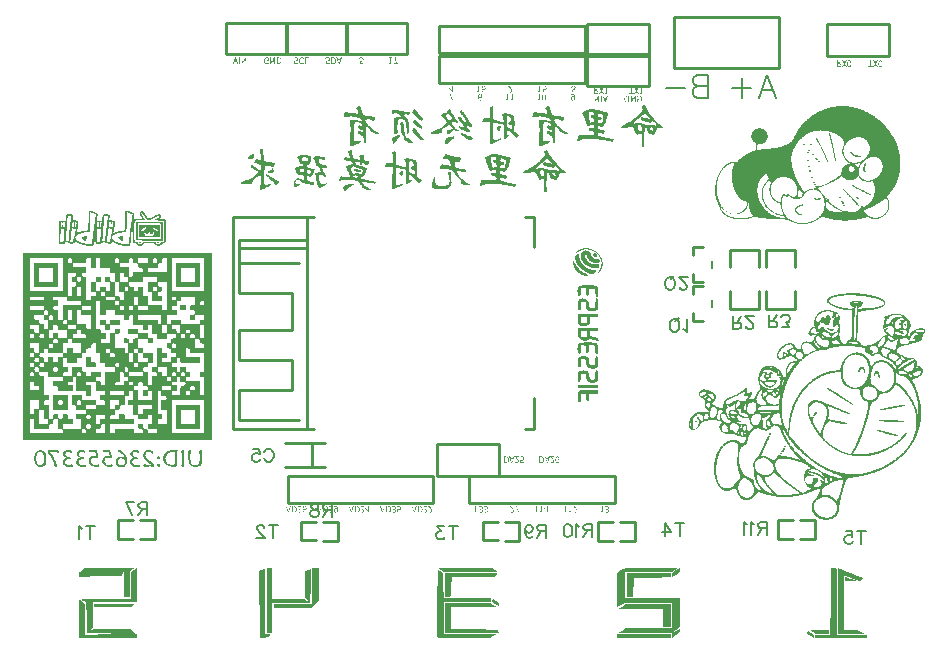
<source format=gbo>
G04 Layer: BottomSilkLayer*
G04 EasyEDA v6.3.53, 2020-06-27T20:36:22+08:00*
G04 98c1c5add3144ec4b26582b9c50f015c,0271aa7b776e406f8d319a2d24a91b4c,10*
G04 Gerber Generator version 0.2*
G04 Scale: 100 percent, Rotated: No, Reflected: No *
G04 Dimensions in millimeters *
G04 leading zeros omitted , absolute positions ,3 integer and 3 decimal *
%FSLAX33Y33*%
%MOMM*%
G90*
G71D02*

%ADD11C,0.254000*%
%ADD45C,0.203200*%
%ADD46C,0.152400*%
%ADD48C,0.200000*%

%LPD*%

%LPD*%
G36*
G01X50919Y34343D02*
G01X50876Y34345D01*
G01X50829Y34337D01*
G01X50786Y34317D01*
G01X50757Y34285D01*
G01X50740Y34241D01*
G01X50735Y34180D01*
G01X50739Y34130D01*
G01X50753Y34088D01*
G01X50774Y34055D01*
G01X50803Y34030D01*
G01X50836Y34016D01*
G01X50874Y34013D01*
G01X50916Y34021D01*
G01X50960Y34041D01*
G01X50997Y34069D01*
G01X51024Y34103D01*
G01X51041Y34139D01*
G01X51047Y34177D01*
G01X51045Y34214D01*
G01X51033Y34250D01*
G01X51015Y34282D01*
G01X50989Y34309D01*
G01X50957Y34330D01*
G01X50919Y34343D01*
G37*

%LPD*%
G36*
G01X50155Y34580D02*
G01X50106Y34584D01*
G01X50058Y34583D01*
G01X50010Y34578D01*
G01X49963Y34568D01*
G01X49917Y34551D01*
G01X49873Y34531D01*
G01X49832Y34504D01*
G01X49793Y34472D01*
G01X49758Y34434D01*
G01X49731Y34398D01*
G01X49710Y34361D01*
G01X49691Y34323D01*
G01X49677Y34283D01*
G01X49666Y34243D01*
G01X49659Y34201D01*
G01X49656Y34159D01*
G01X49656Y34116D01*
G01X49660Y34072D01*
G01X49667Y34028D01*
G01X49677Y33983D01*
G01X49690Y33938D01*
G01X49706Y33894D01*
G01X49725Y33848D01*
G01X49747Y33804D01*
G01X49771Y33760D01*
G01X49799Y33715D01*
G01X49828Y33672D01*
G01X49859Y33628D01*
G01X49894Y33586D01*
G01X49930Y33545D01*
G01X49968Y33504D01*
G01X50009Y33465D01*
G01X50051Y33427D01*
G01X50095Y33390D01*
G01X50140Y33355D01*
G01X50188Y33321D01*
G01X50236Y33289D01*
G01X50286Y33259D01*
G01X50338Y33231D01*
G01X50390Y33204D01*
G01X50443Y33180D01*
G01X50498Y33159D01*
G01X50552Y33139D01*
G01X50609Y33122D01*
G01X50665Y33108D01*
G01X50722Y33097D01*
G01X50780Y33088D01*
G01X50838Y33083D01*
G01X50896Y33081D01*
G01X51218Y33078D01*
G01X51232Y33241D01*
G01X51246Y33403D01*
G01X51012Y33403D01*
G01X50938Y33405D01*
G01X50866Y33411D01*
G01X50796Y33421D01*
G01X50729Y33434D01*
G01X50664Y33452D01*
G01X50602Y33473D01*
G01X50543Y33498D01*
G01X50486Y33527D01*
G01X50432Y33560D01*
G01X50380Y33596D01*
G01X50332Y33636D01*
G01X50286Y33679D01*
G01X50243Y33726D01*
G01X50203Y33777D01*
G01X50166Y33832D01*
G01X50132Y33890D01*
G01X50097Y33960D01*
G01X50071Y34024D01*
G01X50055Y34082D01*
G01X50047Y34131D01*
G01X50050Y34172D01*
G01X50062Y34202D01*
G01X50083Y34221D01*
G01X50113Y34228D01*
G01X50140Y34222D01*
G01X50162Y34208D01*
G01X50177Y34187D01*
G01X50183Y34161D01*
G01X50191Y34108D01*
G01X50213Y34045D01*
G01X50247Y33975D01*
G01X50290Y33902D01*
G01X50340Y33831D01*
G01X50394Y33765D01*
G01X50449Y33708D01*
G01X50503Y33665D01*
G01X50555Y33634D01*
G01X50612Y33608D01*
G01X50672Y33585D01*
G01X50736Y33566D01*
G01X50800Y33553D01*
G01X50866Y33543D01*
G01X50930Y33536D01*
G01X50993Y33535D01*
G01X51052Y33538D01*
G01X51108Y33544D01*
G01X51158Y33554D01*
G01X51201Y33569D01*
G01X51237Y33588D01*
G01X51264Y33611D01*
G01X51281Y33638D01*
G01X51287Y33669D01*
G01X51283Y33727D01*
G01X51272Y33778D01*
G01X51253Y33821D01*
G01X51229Y33856D01*
G01X51199Y33881D01*
G01X51163Y33898D01*
G01X51122Y33903D01*
G01X51078Y33898D01*
G01X51015Y33888D01*
G01X50952Y33885D01*
G01X50892Y33891D01*
G01X50834Y33905D01*
G01X50779Y33926D01*
G01X50728Y33954D01*
G01X50681Y33989D01*
G01X50639Y34029D01*
G01X50602Y34076D01*
G01X50572Y34128D01*
G01X50548Y34185D01*
G01X50531Y34247D01*
G01X50518Y34297D01*
G01X50499Y34343D01*
G01X50475Y34385D01*
G01X50446Y34424D01*
G01X50413Y34459D01*
G01X50376Y34490D01*
G01X50336Y34516D01*
G01X50293Y34539D01*
G01X50249Y34557D01*
G01X50202Y34571D01*
G01X50155Y34580D01*
G37*

%LPD*%
G36*
G01X50170Y34774D02*
G01X50125Y34774D01*
G01X50079Y34773D01*
G01X50034Y34771D01*
G01X49988Y34766D01*
G01X49942Y34760D01*
G01X49896Y34753D01*
G01X49849Y34743D01*
G01X49803Y34732D01*
G01X49757Y34719D01*
G01X49711Y34704D01*
G01X49665Y34688D01*
G01X49619Y34669D01*
G01X49573Y34649D01*
G01X49527Y34626D01*
G01X49482Y34602D01*
G01X49436Y34576D01*
G01X49391Y34547D01*
G01X49326Y34500D01*
G01X49276Y34455D01*
G01X49248Y34418D01*
G01X49244Y34393D01*
G01X49263Y34383D01*
G01X49292Y34384D01*
G01X49329Y34398D01*
G01X49370Y34422D01*
G01X49416Y34452D01*
G01X49462Y34481D01*
G01X49508Y34508D01*
G01X49555Y34532D01*
G01X49602Y34555D01*
G01X49649Y34575D01*
G01X49696Y34593D01*
G01X49744Y34609D01*
G01X49791Y34624D01*
G01X49839Y34636D01*
G01X49886Y34647D01*
G01X49934Y34656D01*
G01X49981Y34663D01*
G01X50028Y34668D01*
G01X50075Y34671D01*
G01X50122Y34673D01*
G01X50168Y34673D01*
G01X50215Y34671D01*
G01X50261Y34668D01*
G01X50306Y34663D01*
G01X50352Y34657D01*
G01X50396Y34649D01*
G01X50441Y34639D01*
G01X50485Y34629D01*
G01X50571Y34603D01*
G01X50613Y34588D01*
G01X50655Y34571D01*
G01X50696Y34554D01*
G01X50736Y34535D01*
G01X50814Y34493D01*
G01X50852Y34470D01*
G01X50889Y34447D01*
G01X50925Y34422D01*
G01X50960Y34396D01*
G01X50994Y34369D01*
G01X51028Y34341D01*
G01X51060Y34312D01*
G01X51091Y34282D01*
G01X51121Y34251D01*
G01X51150Y34220D01*
G01X51178Y34187D01*
G01X51204Y34154D01*
G01X51229Y34120D01*
G01X51253Y34085D01*
G01X51276Y34049D01*
G01X51297Y34012D01*
G01X51317Y33975D01*
G01X51335Y33938D01*
G01X51352Y33899D01*
G01X51368Y33861D01*
G01X51394Y33781D01*
G01X51404Y33741D01*
G01X51413Y33700D01*
G01X51421Y33659D01*
G01X51426Y33617D01*
G01X51430Y33575D01*
G01X51432Y33533D01*
G01X51432Y33490D01*
G01X51431Y33448D01*
G01X51427Y33404D01*
G01X51422Y33361D01*
G01X51414Y33318D01*
G01X51404Y33274D01*
G01X51393Y33231D01*
G01X51379Y33187D01*
G01X51363Y33143D01*
G01X51345Y33100D01*
G01X51325Y33056D01*
G01X51303Y33012D01*
G01X51278Y32969D01*
G01X51251Y32925D01*
G01X51221Y32882D01*
G01X51189Y32839D01*
G01X51147Y32779D01*
G01X51119Y32726D01*
G01X51103Y32683D01*
G01X51100Y32653D01*
G01X51109Y32636D01*
G01X51130Y32637D01*
G01X51163Y32658D01*
G01X51207Y32699D01*
G01X51242Y32738D01*
G01X51275Y32777D01*
G01X51306Y32816D01*
G01X51335Y32856D01*
G01X51362Y32896D01*
G01X51386Y32936D01*
G01X51409Y32977D01*
G01X51429Y33018D01*
G01X51448Y33059D01*
G01X51464Y33100D01*
G01X51479Y33141D01*
G01X51492Y33183D01*
G01X51503Y33225D01*
G01X51513Y33266D01*
G01X51520Y33308D01*
G01X51525Y33350D01*
G01X51529Y33391D01*
G01X51532Y33433D01*
G01X51532Y33474D01*
G01X51531Y33516D01*
G01X51528Y33557D01*
G01X51524Y33598D01*
G01X51519Y33639D01*
G01X51511Y33679D01*
G01X51502Y33719D01*
G01X51492Y33760D01*
G01X51480Y33799D01*
G01X51467Y33838D01*
G01X51453Y33877D01*
G01X51437Y33916D01*
G01X51420Y33954D01*
G01X51401Y33992D01*
G01X51381Y34029D01*
G01X51360Y34065D01*
G01X51338Y34101D01*
G01X51315Y34136D01*
G01X51291Y34171D01*
G01X51265Y34206D01*
G01X51238Y34239D01*
G01X51210Y34272D01*
G01X51182Y34304D01*
G01X51152Y34335D01*
G01X51121Y34365D01*
G01X51089Y34395D01*
G01X51057Y34423D01*
G01X51023Y34451D01*
G01X50989Y34478D01*
G01X50954Y34504D01*
G01X50918Y34529D01*
G01X50882Y34552D01*
G01X50844Y34575D01*
G01X50806Y34597D01*
G01X50767Y34618D01*
G01X50728Y34637D01*
G01X50688Y34656D01*
G01X50647Y34672D01*
G01X50606Y34689D01*
G01X50565Y34703D01*
G01X50522Y34717D01*
G01X50480Y34729D01*
G01X50437Y34739D01*
G01X50393Y34749D01*
G01X50349Y34757D01*
G01X50305Y34763D01*
G01X50260Y34768D01*
G01X50215Y34772D01*
G01X50170Y34774D01*
G37*

%LPD*%
G36*
G01X49455Y34271D02*
G01X49416Y34273D01*
G01X49371Y34255D01*
G01X49320Y34215D01*
G01X49264Y34155D01*
G01X49242Y34125D01*
G01X49224Y34094D01*
G01X49211Y34061D01*
G01X49201Y34027D01*
G01X49195Y33990D01*
G01X49192Y33953D01*
G01X49193Y33914D01*
G01X49197Y33874D01*
G01X49205Y33833D01*
G01X49215Y33791D01*
G01X49229Y33748D01*
G01X49245Y33705D01*
G01X49264Y33660D01*
G01X49285Y33616D01*
G01X49309Y33571D01*
G01X49336Y33525D01*
G01X49364Y33480D01*
G01X49395Y33434D01*
G01X49428Y33389D01*
G01X49462Y33343D01*
G01X49499Y33298D01*
G01X49537Y33254D01*
G01X49577Y33209D01*
G01X49617Y33166D01*
G01X49659Y33123D01*
G01X49703Y33081D01*
G01X49747Y33040D01*
G01X49792Y33001D01*
G01X49839Y32962D01*
G01X49885Y32925D01*
G01X49933Y32889D01*
G01X49980Y32855D01*
G01X50029Y32822D01*
G01X50077Y32791D01*
G01X50125Y32762D01*
G01X50173Y32735D01*
G01X50222Y32710D01*
G01X50269Y32688D01*
G01X50317Y32667D01*
G01X50364Y32649D01*
G01X50410Y32634D01*
G01X50455Y32621D01*
G01X50500Y32611D01*
G01X50544Y32604D01*
G01X50586Y32601D01*
G01X50627Y32600D01*
G01X50667Y32602D01*
G01X50705Y32608D01*
G01X50742Y32618D01*
G01X50777Y32630D01*
G01X50810Y32647D01*
G01X50841Y32667D01*
G01X50898Y32715D01*
G01X50937Y32762D01*
G01X50960Y32805D01*
G01X50966Y32845D01*
G01X50956Y32878D01*
G01X50929Y32904D01*
G01X50887Y32920D01*
G01X50827Y32926D01*
G01X50774Y32927D01*
G01X50720Y32932D01*
G01X50666Y32940D01*
G01X50612Y32951D01*
G01X50558Y32965D01*
G01X50505Y32981D01*
G01X50451Y33001D01*
G01X50398Y33022D01*
G01X50346Y33047D01*
G01X50294Y33073D01*
G01X50243Y33102D01*
G01X50193Y33133D01*
G01X50143Y33166D01*
G01X50096Y33201D01*
G01X50049Y33238D01*
G01X50003Y33277D01*
G01X49959Y33318D01*
G01X49917Y33359D01*
G01X49876Y33403D01*
G01X49837Y33448D01*
G01X49800Y33493D01*
G01X49732Y33589D01*
G01X49702Y33638D01*
G01X49674Y33688D01*
G01X49648Y33739D01*
G01X49625Y33790D01*
G01X49604Y33842D01*
G01X49587Y33894D01*
G01X49572Y33946D01*
G01X49561Y34000D01*
G01X49553Y34053D01*
G01X49537Y34138D01*
G01X49516Y34203D01*
G01X49489Y34248D01*
G01X49455Y34271D01*
G37*

%LPD*%
G36*
G01X49092Y33641D02*
G01X49067Y33663D01*
G01X49048Y33651D01*
G01X49037Y33616D01*
G01X49032Y33563D01*
G01X49035Y33496D01*
G01X49044Y33418D01*
G01X49060Y33334D01*
G01X49081Y33248D01*
G01X49108Y33165D01*
G01X49127Y33117D01*
G01X49150Y33070D01*
G01X49175Y33023D01*
G01X49204Y32978D01*
G01X49236Y32934D01*
G01X49270Y32891D01*
G01X49306Y32849D01*
G01X49345Y32809D01*
G01X49387Y32769D01*
G01X49430Y32732D01*
G01X49475Y32696D01*
G01X49521Y32663D01*
G01X49569Y32631D01*
G01X49618Y32601D01*
G01X49669Y32574D01*
G01X49720Y32549D01*
G01X49772Y32527D01*
G01X49824Y32507D01*
G01X49877Y32490D01*
G01X49931Y32475D01*
G01X49984Y32464D01*
G01X50037Y32455D01*
G01X50090Y32450D01*
G01X50142Y32449D01*
G01X50212Y32452D01*
G01X50259Y32462D01*
G01X50284Y32478D01*
G01X50287Y32500D01*
G01X50267Y32527D01*
G01X50226Y32559D01*
G01X50164Y32595D01*
G01X50079Y32634D01*
G01X50027Y32658D01*
G01X49976Y32684D01*
G01X49926Y32711D01*
G01X49877Y32739D01*
G01X49781Y32801D01*
G01X49735Y32834D01*
G01X49690Y32869D01*
G01X49646Y32905D01*
G01X49603Y32943D01*
G01X49562Y32981D01*
G01X49523Y33021D01*
G01X49484Y33062D01*
G01X49446Y33104D01*
G01X49411Y33148D01*
G01X49377Y33192D01*
G01X49344Y33238D01*
G01X49313Y33285D01*
G01X49284Y33332D01*
G01X49256Y33381D01*
G01X49193Y33490D01*
G01X49137Y33580D01*
G01X49092Y33641D01*
G37*

%LPD*%
G36*
G01X50483Y31624D02*
G01X50161Y31624D01*
G01X50051Y31623D01*
G01X49953Y31621D01*
G01X49868Y31619D01*
G01X49792Y31615D01*
G01X49726Y31610D01*
G01X49670Y31603D01*
G01X49621Y31595D01*
G01X49580Y31585D01*
G01X49545Y31573D01*
G01X49517Y31559D01*
G01X49493Y31542D01*
G01X49473Y31523D01*
G01X49457Y31502D01*
G01X49443Y31478D01*
G01X49431Y31451D01*
G01X49417Y31406D01*
G01X49407Y31356D01*
G01X49400Y31300D01*
G01X49396Y31241D01*
G01X49395Y31179D01*
G01X49397Y31115D01*
G01X49402Y31052D01*
G01X49409Y30990D01*
G01X49420Y30930D01*
G01X49431Y30875D01*
G01X49445Y30824D01*
G01X49461Y30780D01*
G01X49478Y30743D01*
G01X49497Y30715D01*
G01X49517Y30698D01*
G01X49538Y30691D01*
G01X49575Y30692D01*
G01X49603Y30698D01*
G01X49624Y30712D01*
G01X49640Y30737D01*
G01X49650Y30778D01*
G01X49657Y30837D01*
G01X49662Y30919D01*
G01X49667Y31027D01*
G01X49680Y31364D01*
G01X50136Y31364D01*
G01X50136Y31057D01*
G01X50139Y30976D01*
G01X50145Y30906D01*
G01X50155Y30847D01*
G01X50168Y30799D01*
G01X50184Y30762D01*
G01X50201Y30736D01*
G01X50219Y30722D01*
G01X50239Y30718D01*
G01X50259Y30724D01*
G01X50278Y30742D01*
G01X50296Y30770D01*
G01X50314Y30810D01*
G01X50329Y30859D01*
G01X50342Y30920D01*
G01X50351Y30991D01*
G01X50357Y31073D01*
G01X50371Y31368D01*
G01X50633Y31355D01*
G01X50896Y31342D01*
G01X50910Y31006D01*
G01X50914Y30926D01*
G01X50922Y30855D01*
G01X50931Y30792D01*
G01X50943Y30739D01*
G01X50956Y30695D01*
G01X50971Y30660D01*
G01X50987Y30634D01*
G01X51004Y30616D01*
G01X51020Y30607D01*
G01X51038Y30607D01*
G01X51055Y30615D01*
G01X51071Y30631D01*
G01X51087Y30657D01*
G01X51102Y30690D01*
G01X51115Y30731D01*
G01X51126Y30781D01*
G01X51136Y30839D01*
G01X51143Y30905D01*
G01X51147Y30979D01*
G01X51149Y31060D01*
G01X51149Y31128D01*
G01X51148Y31190D01*
G01X51147Y31247D01*
G01X51145Y31298D01*
G01X51141Y31345D01*
G01X51136Y31387D01*
G01X51128Y31424D01*
G01X51117Y31458D01*
G01X51104Y31487D01*
G01X51087Y31513D01*
G01X51066Y31535D01*
G01X51042Y31554D01*
G01X51012Y31571D01*
G01X50978Y31584D01*
G01X50938Y31595D01*
G01X50893Y31604D01*
G01X50842Y31611D01*
G01X50785Y31616D01*
G01X50720Y31619D01*
G01X50648Y31622D01*
G01X50570Y31623D01*
G01X50483Y31624D01*
G37*

%LPD*%
G36*
G01X51051Y30561D02*
G01X51037Y30566D01*
G01X51023Y30565D01*
G01X51009Y30557D01*
G01X50994Y30543D01*
G01X50981Y30522D01*
G01X50968Y30495D01*
G01X50956Y30461D01*
G01X50945Y30420D01*
G01X50934Y30373D01*
G01X50926Y30319D01*
G01X50919Y30258D01*
G01X50913Y30191D01*
G01X50909Y30117D01*
G01X50896Y29737D01*
G01X50424Y29711D01*
G01X50405Y29996D01*
G01X50397Y30053D01*
G01X50385Y30107D01*
G01X50367Y30158D01*
G01X50346Y30208D01*
G01X50319Y30253D01*
G01X50288Y30296D01*
G01X50254Y30336D01*
G01X50216Y30373D01*
G01X50176Y30406D01*
G01X50133Y30435D01*
G01X50088Y30460D01*
G01X50041Y30481D01*
G01X49993Y30499D01*
G01X49944Y30512D01*
G01X49895Y30520D01*
G01X49845Y30525D01*
G01X49795Y30524D01*
G01X49747Y30518D01*
G01X49699Y30507D01*
G01X49652Y30491D01*
G01X49608Y30469D01*
G01X49565Y30442D01*
G01X49525Y30410D01*
G01X49487Y30371D01*
G01X49463Y30340D01*
G01X49444Y30305D01*
G01X49429Y30265D01*
G01X49418Y30217D01*
G01X49409Y30160D01*
G01X49404Y30090D01*
G01X49401Y30006D01*
G01X49400Y29905D01*
G01X49400Y29542D01*
G01X49673Y29542D01*
G01X49699Y30214D01*
G01X49852Y30228D01*
G01X49929Y30231D01*
G01X49991Y30224D01*
G01X50041Y30206D01*
G01X50078Y30175D01*
G01X50106Y30129D01*
G01X50124Y30068D01*
G01X50133Y29989D01*
G01X50136Y29892D01*
G01X50138Y29809D01*
G01X50142Y29739D01*
G01X50152Y29678D01*
G01X50166Y29628D01*
G01X50187Y29586D01*
G01X50215Y29552D01*
G01X50251Y29525D01*
G01X50296Y29504D01*
G01X50351Y29489D01*
G01X50418Y29477D01*
G01X50497Y29468D01*
G01X50589Y29462D01*
G01X50659Y29460D01*
G01X50722Y29458D01*
G01X50780Y29460D01*
G01X50833Y29463D01*
G01X50881Y29469D01*
G01X50923Y29479D01*
G01X50961Y29492D01*
G01X50995Y29508D01*
G01X51025Y29528D01*
G01X51050Y29552D01*
G01X51073Y29581D01*
G01X51091Y29614D01*
G01X51107Y29652D01*
G01X51119Y29696D01*
G01X51129Y29745D01*
G01X51137Y29800D01*
G01X51143Y29861D01*
G01X51146Y29928D01*
G01X51148Y30001D01*
G01X51149Y30082D01*
G01X51148Y30157D01*
G01X51145Y30225D01*
G01X51140Y30288D01*
G01X51133Y30344D01*
G01X51124Y30395D01*
G01X51115Y30438D01*
G01X51104Y30475D01*
G01X51091Y30506D01*
G01X51079Y30531D01*
G01X51065Y30549D01*
G01X51051Y30561D01*
G37*

%LPD*%
G36*
G01X51149Y29238D02*
G01X49400Y29238D01*
G01X49400Y28830D01*
G01X49401Y28732D01*
G01X49403Y28644D01*
G01X49407Y28567D01*
G01X49415Y28500D01*
G01X49425Y28441D01*
G01X49440Y28391D01*
G01X49459Y28350D01*
G01X49483Y28315D01*
G01X49512Y28287D01*
G01X49548Y28265D01*
G01X49590Y28248D01*
G01X49640Y28236D01*
G01X49696Y28227D01*
G01X49762Y28222D01*
G01X49837Y28219D01*
G01X49920Y28218D01*
G01X50004Y28219D01*
G01X50079Y28221D01*
G01X50145Y28226D01*
G01X50203Y28233D01*
G01X50254Y28244D01*
G01X50297Y28258D01*
G01X50335Y28276D01*
G01X50366Y28297D01*
G01X50392Y28324D01*
G01X50413Y28356D01*
G01X50428Y28394D01*
G01X50441Y28438D01*
G01X50449Y28487D01*
G01X50455Y28544D01*
G01X50458Y28608D01*
G01X50458Y28977D01*
G01X51149Y28977D01*
G01X51149Y29238D01*
G37*

%LPC*%
G36*
G01X50233Y28977D02*
G01X49676Y28977D01*
G01X49676Y28452D01*
G01X49941Y28466D01*
G01X50205Y28478D01*
G01X50233Y28977D01*
G37*

%LPD*%
G36*
G01X51149Y28023D02*
G01X49400Y28023D01*
G01X49400Y27611D01*
G01X49403Y27554D01*
G01X49409Y27498D01*
G01X49421Y27445D01*
G01X49437Y27393D01*
G01X49456Y27343D01*
G01X49480Y27296D01*
G01X49506Y27250D01*
G01X49535Y27208D01*
G01X49568Y27168D01*
G01X49603Y27130D01*
G01X49640Y27096D01*
G01X49679Y27064D01*
G01X49720Y27036D01*
G01X49763Y27011D01*
G01X49807Y26989D01*
G01X49851Y26972D01*
G01X49897Y26957D01*
G01X49942Y26947D01*
G01X49989Y26941D01*
G01X50034Y26939D01*
G01X50080Y26942D01*
G01X50125Y26948D01*
G01X50169Y26959D01*
G01X50212Y26976D01*
G01X50254Y26996D01*
G01X50293Y27023D01*
G01X50331Y27054D01*
G01X50367Y27090D01*
G01X50397Y27119D01*
G01X50425Y27131D01*
G01X50454Y27128D01*
G01X50485Y27109D01*
G01X50508Y27096D01*
G01X50543Y27080D01*
G01X50589Y27063D01*
G01X50644Y27044D01*
G01X50705Y27025D01*
G01X50769Y27007D01*
G01X50835Y26989D01*
G01X50898Y26973D01*
G01X50958Y26959D01*
G01X51012Y26948D01*
G01X51057Y26941D01*
G01X51091Y26939D01*
G01X51141Y26943D01*
G01X51174Y26957D01*
G01X51192Y26978D01*
G01X51196Y27005D01*
G01X51187Y27036D01*
G01X51166Y27070D01*
G01X51135Y27105D01*
G01X51094Y27140D01*
G01X51045Y27172D01*
G01X50989Y27201D01*
G01X50927Y27225D01*
G01X50861Y27242D01*
G01X50776Y27260D01*
G01X50704Y27275D01*
G01X50643Y27292D01*
G01X50594Y27308D01*
G01X50553Y27327D01*
G01X50522Y27348D01*
G01X50499Y27372D01*
G01X50481Y27400D01*
G01X50470Y27434D01*
G01X50463Y27473D01*
G01X50459Y27519D01*
G01X50458Y27573D01*
G01X50458Y27763D01*
G01X51149Y27763D01*
G01X51149Y28023D01*
G37*

%LPC*%
G36*
G01X50228Y27763D02*
G01X49672Y27763D01*
G01X49686Y27513D01*
G01X49699Y27264D01*
G01X49898Y27250D01*
G01X49989Y27247D01*
G01X50062Y27253D01*
G01X50119Y27269D01*
G01X50163Y27297D01*
G01X50194Y27337D01*
G01X50214Y27392D01*
G01X50225Y27463D01*
G01X50228Y27551D01*
G01X50228Y27763D01*
G37*

%LPD*%
G36*
G01X50351Y26803D02*
G01X50197Y26803D01*
G01X50121Y26801D01*
G01X50046Y26797D01*
G01X49973Y26793D01*
G01X49902Y26788D01*
G01X49835Y26781D01*
G01X49772Y26772D01*
G01X49712Y26763D01*
G01X49658Y26753D01*
G01X49610Y26741D01*
G01X49568Y26728D01*
G01X49533Y26714D01*
G01X49505Y26698D01*
G01X49487Y26682D01*
G01X49461Y26643D01*
G01X49439Y26595D01*
G01X49422Y26538D01*
G01X49408Y26475D01*
G01X49399Y26407D01*
G01X49394Y26336D01*
G01X49393Y26263D01*
G01X49396Y26191D01*
G01X49402Y26121D01*
G01X49411Y26055D01*
G01X49425Y25994D01*
G01X49441Y25940D01*
G01X49461Y25895D01*
G01X49484Y25861D01*
G01X49509Y25839D01*
G01X49538Y25832D01*
G01X49576Y25833D01*
G01X49604Y25838D01*
G01X49625Y25853D01*
G01X49640Y25880D01*
G01X49650Y25923D01*
G01X49657Y25987D01*
G01X49662Y26075D01*
G01X49666Y26192D01*
G01X49680Y26552D01*
G01X49897Y26539D01*
G01X50113Y26526D01*
G01X50127Y26209D01*
G01X50131Y26140D01*
G01X50138Y26079D01*
G01X50147Y26026D01*
G01X50157Y25979D01*
G01X50169Y25941D01*
G01X50182Y25910D01*
G01X50196Y25886D01*
G01X50211Y25869D01*
G01X50226Y25860D01*
G01X50242Y25858D01*
G01X50258Y25863D01*
G01X50273Y25876D01*
G01X50288Y25896D01*
G01X50302Y25923D01*
G01X50315Y25957D01*
G01X50327Y25998D01*
G01X50338Y26046D01*
G01X50346Y26101D01*
G01X50353Y26163D01*
G01X50357Y26233D01*
G01X50371Y26547D01*
G01X50589Y26547D01*
G01X50658Y26546D01*
G01X50716Y26542D01*
G01X50765Y26535D01*
G01X50805Y26522D01*
G01X50838Y26503D01*
G01X50864Y26478D01*
G01X50884Y26445D01*
G01X50899Y26403D01*
G01X50909Y26351D01*
G01X50915Y26288D01*
G01X50918Y26214D01*
G01X50919Y26127D01*
G01X50919Y26024D01*
G01X50921Y25947D01*
G01X50926Y25891D01*
G01X50934Y25852D01*
G01X50948Y25829D01*
G01X50968Y25816D01*
G01X50997Y25811D01*
G01X51034Y25810D01*
G01X51062Y25818D01*
G01X51086Y25840D01*
G01X51108Y25875D01*
G01X51125Y25922D01*
G01X51140Y25977D01*
G01X51151Y26040D01*
G01X51159Y26109D01*
G01X51163Y26181D01*
G01X51164Y26255D01*
G01X51160Y26330D01*
G01X51153Y26403D01*
G01X51143Y26473D01*
G01X51128Y26538D01*
G01X51110Y26596D01*
G01X51087Y26645D01*
G01X51061Y26684D01*
G01X51042Y26700D01*
G01X51015Y26716D01*
G01X50980Y26730D01*
G01X50937Y26742D01*
G01X50889Y26754D01*
G01X50835Y26765D01*
G01X50776Y26774D01*
G01X50712Y26782D01*
G01X50645Y26789D01*
G01X50575Y26794D01*
G01X50502Y26798D01*
G01X50427Y26801D01*
G01X50351Y26803D01*
G37*

%LPD*%
G36*
G01X51061Y25628D02*
G01X51034Y25637D01*
G01X50996Y25636D01*
G01X50968Y25630D01*
G01X50948Y25617D01*
G01X50934Y25592D01*
G01X50925Y25551D01*
G01X50921Y25492D01*
G01X50919Y25409D01*
G01X50918Y25300D01*
G01X50917Y25203D01*
G01X50915Y25120D01*
G01X50910Y25052D01*
G01X50902Y24997D01*
G01X50891Y24952D01*
G01X50874Y24918D01*
G01X50853Y24893D01*
G01X50825Y24876D01*
G01X50790Y24865D01*
G01X50748Y24860D01*
G01X50698Y24860D01*
G01X50638Y24863D01*
G01X50436Y24877D01*
G01X50407Y25137D01*
G01X50393Y25244D01*
G01X50377Y25342D01*
G01X50361Y25421D01*
G01X50346Y25469D01*
G01X50324Y25505D01*
G01X50290Y25535D01*
G01X50248Y25562D01*
G01X50197Y25584D01*
G01X50139Y25603D01*
G01X50077Y25616D01*
G01X50010Y25626D01*
G01X49942Y25632D01*
G01X49872Y25632D01*
G01X49804Y25628D01*
G01X49737Y25620D01*
G01X49673Y25607D01*
G01X49615Y25589D01*
G01X49563Y25566D01*
G01X49519Y25539D01*
G01X49484Y25507D01*
G01X49461Y25477D01*
G01X49443Y25443D01*
G01X49428Y25403D01*
G01X49417Y25355D01*
G01X49409Y25298D01*
G01X49404Y25228D01*
G01X49401Y25145D01*
G01X49400Y25046D01*
G01X49400Y24682D01*
G01X49676Y24682D01*
G01X49676Y25376D01*
G01X49878Y25376D01*
G01X49957Y25374D01*
G01X50018Y25366D01*
G01X50064Y25348D01*
G01X50096Y25318D01*
G01X50117Y25272D01*
G01X50129Y25207D01*
G01X50135Y25119D01*
G01X50136Y25007D01*
G01X50140Y24957D01*
G01X50150Y24910D01*
G01X50165Y24865D01*
G01X50186Y24823D01*
G01X50213Y24784D01*
G01X50243Y24747D01*
G01X50278Y24713D01*
G01X50317Y24683D01*
G01X50358Y24655D01*
G01X50403Y24631D01*
G01X50450Y24611D01*
G01X50499Y24594D01*
G01X50549Y24581D01*
G01X50600Y24572D01*
G01X50651Y24567D01*
G01X50703Y24566D01*
G01X50755Y24570D01*
G01X50806Y24578D01*
G01X50855Y24591D01*
G01X50903Y24608D01*
G01X50949Y24630D01*
G01X50991Y24657D01*
G01X51031Y24690D01*
G01X51068Y24727D01*
G01X51093Y24765D01*
G01X51115Y24815D01*
G01X51132Y24874D01*
G01X51145Y24941D01*
G01X51155Y25013D01*
G01X51161Y25089D01*
G01X51164Y25167D01*
G01X51163Y25245D01*
G01X51158Y25321D01*
G01X51150Y25393D01*
G01X51139Y25460D01*
G01X51124Y25518D01*
G01X51106Y25567D01*
G01X51085Y25604D01*
G01X51061Y25628D01*
G37*

%LPD*%
G36*
G01X49976Y24420D02*
G01X49904Y24421D01*
G01X49824Y24420D01*
G01X49758Y24417D01*
G01X49703Y24411D01*
G01X49657Y24402D01*
G01X49617Y24388D01*
G01X49582Y24369D01*
G01X49548Y24345D01*
G01X49513Y24315D01*
G01X49479Y24280D01*
G01X49452Y24247D01*
G01X49432Y24210D01*
G01X49418Y24165D01*
G01X49409Y24110D01*
G01X49403Y24039D01*
G01X49401Y23948D01*
G01X49400Y23835D01*
G01X49400Y23461D01*
G01X49527Y23475D01*
G01X49568Y23480D01*
G01X49599Y23489D01*
G01X49622Y23504D01*
G01X49639Y23531D01*
G01X49650Y23572D01*
G01X49657Y23633D01*
G01X49662Y23715D01*
G01X49667Y23825D01*
G01X49680Y24161D01*
G01X49880Y24161D01*
G01X49958Y24159D01*
G01X50019Y24151D01*
G01X50064Y24133D01*
G01X50096Y24104D01*
G01X50117Y24059D01*
G01X50129Y23996D01*
G01X50135Y23911D01*
G01X50136Y23803D01*
G01X50140Y23757D01*
G01X50149Y23714D01*
G01X50164Y23672D01*
G01X50184Y23633D01*
G01X50209Y23595D01*
G01X50239Y23561D01*
G01X50273Y23529D01*
G01X50310Y23499D01*
G01X50350Y23473D01*
G01X50393Y23450D01*
G01X50439Y23429D01*
G01X50486Y23413D01*
G01X50535Y23399D01*
G01X50585Y23389D01*
G01X50636Y23382D01*
G01X50687Y23380D01*
G01X50738Y23381D01*
G01X50789Y23386D01*
G01X50838Y23395D01*
G01X50886Y23409D01*
G01X50932Y23427D01*
G01X50977Y23450D01*
G01X51018Y23478D01*
G01X51057Y23510D01*
G01X51084Y23545D01*
G01X51108Y23592D01*
G01X51127Y23649D01*
G01X51142Y23715D01*
G01X51153Y23787D01*
G01X51161Y23864D01*
G01X51165Y23942D01*
G01X51165Y24021D01*
G01X51161Y24098D01*
G01X51153Y24172D01*
G01X51142Y24240D01*
G01X51127Y24300D01*
G01X51109Y24350D01*
G01X51087Y24388D01*
G01X51062Y24413D01*
G01X51034Y24421D01*
G01X50996Y24420D01*
G01X50968Y24415D01*
G01X50948Y24402D01*
G01X50934Y24376D01*
G01X50925Y24335D01*
G01X50921Y24275D01*
G01X50919Y24191D01*
G01X50919Y24080D01*
G01X50918Y23988D01*
G01X50915Y23909D01*
G01X50909Y23843D01*
G01X50898Y23788D01*
G01X50884Y23743D01*
G01X50865Y23708D01*
G01X50840Y23682D01*
G01X50809Y23664D01*
G01X50772Y23651D01*
G01X50727Y23646D01*
G01X50673Y23645D01*
G01X50611Y23648D01*
G01X50514Y23659D01*
G01X50460Y23683D01*
G01X50435Y23730D01*
G01X50424Y23814D01*
G01X50416Y23906D01*
G01X50406Y23988D01*
G01X50395Y24061D01*
G01X50382Y24126D01*
G01X50366Y24183D01*
G01X50347Y24232D01*
G01X50325Y24275D01*
G01X50299Y24311D01*
G01X50268Y24341D01*
G01X50234Y24365D01*
G01X50194Y24384D01*
G01X50149Y24399D01*
G01X50097Y24409D01*
G01X50040Y24416D01*
G01X49976Y24420D01*
G37*

%LPD*%
G36*
G01X50005Y23200D02*
G01X49819Y23200D01*
G01X49737Y23199D01*
G01X49663Y23198D01*
G01X49599Y23196D01*
G01X49546Y23195D01*
G01X49504Y23193D01*
G01X49474Y23190D01*
G01X49459Y23187D01*
G01X49436Y23170D01*
G01X49418Y23140D01*
G01X49405Y23100D01*
G01X49400Y23056D01*
G01X49400Y22946D01*
G01X51155Y22946D01*
G01X51141Y23066D01*
G01X51126Y23185D01*
G01X50322Y23197D01*
G01X50213Y23198D01*
G01X50107Y23199D01*
G01X50005Y23200D01*
G37*

%LPD*%
G36*
G01X51149Y22729D02*
G01X49591Y22729D01*
G01X49496Y22615D01*
G01X49469Y22579D01*
G01X49447Y22542D01*
G01X49431Y22502D01*
G01X49418Y22453D01*
G01X49409Y22396D01*
G01X49404Y22326D01*
G01X49401Y22241D01*
G01X49400Y22137D01*
G01X49400Y21775D01*
G01X49676Y21775D01*
G01X49676Y22469D01*
G01X50136Y22469D01*
G01X50136Y22165D01*
G01X50137Y22067D01*
G01X50139Y21993D01*
G01X50143Y21939D01*
G01X50152Y21903D01*
G01X50166Y21879D01*
G01X50187Y21867D01*
G01X50215Y21862D01*
G01X50252Y21861D01*
G01X50289Y21862D01*
G01X50317Y21867D01*
G01X50337Y21879D01*
G01X50351Y21903D01*
G01X50360Y21939D01*
G01X50364Y21993D01*
G01X50366Y22067D01*
G01X50366Y22469D01*
G01X51149Y22469D01*
G01X51149Y22729D01*
G37*

%LPD*%
G36*
G01X72155Y6906D02*
G01X72075Y6907D01*
G01X72075Y6557D01*
G01X72581Y6559D01*
G01X73086Y6562D01*
G01X72661Y6734D01*
G01X72574Y6768D01*
G01X72489Y6800D01*
G01X72410Y6830D01*
G01X72336Y6855D01*
G01X72272Y6877D01*
G01X72220Y6892D01*
G01X72180Y6903D01*
G01X72155Y6906D01*
G37*

%LPD*%
G36*
G01X70693Y2433D02*
G01X69060Y2433D01*
G01X69309Y2258D01*
G01X69559Y2083D01*
G01X70693Y2083D01*
G01X70693Y2433D01*
G37*

%LPD*%
G36*
G01X72501Y7281D02*
G01X71490Y7670D01*
G01X71463Y4965D01*
G01X71462Y4863D01*
G01X71460Y4663D01*
G01X71458Y4467D01*
G01X71458Y4371D01*
G01X71457Y4276D01*
G01X71457Y4181D01*
G01X71456Y4088D01*
G01X71456Y3321D01*
G01X71457Y3244D01*
G01X71457Y3098D01*
G01X71458Y3028D01*
G01X71459Y2959D01*
G01X71459Y2894D01*
G01X71460Y2831D01*
G01X71461Y2770D01*
G01X71462Y2712D01*
G01X71463Y2656D01*
G01X71463Y2603D01*
G01X71465Y2553D01*
G01X71466Y2505D01*
G01X71467Y2460D01*
G01X71468Y2418D01*
G01X71469Y2379D01*
G01X71471Y2344D01*
G01X71472Y2311D01*
G01X71474Y2282D01*
G01X71475Y2255D01*
G01X71477Y2233D01*
G01X71478Y2213D01*
G01X71480Y2197D01*
G01X71482Y2185D01*
G01X71484Y2176D01*
G01X71486Y2171D01*
G01X71537Y2083D01*
G01X73724Y2088D01*
G01X73086Y2432D01*
G01X72527Y2433D01*
G01X71969Y2433D01*
G01X71969Y7046D01*
G01X72049Y7046D01*
G01X72065Y7044D01*
G01X72092Y7038D01*
G01X72128Y7027D01*
G01X72173Y7013D01*
G01X72225Y6996D01*
G01X72285Y6975D01*
G01X72350Y6952D01*
G01X72421Y6926D01*
G01X72495Y6898D01*
G01X72574Y6869D01*
G01X72655Y6837D01*
G01X72739Y6805D01*
G01X73349Y6563D01*
G01X73466Y6705D01*
G01X73508Y6763D01*
G01X73537Y6813D01*
G01X73551Y6851D01*
G01X73547Y6870D01*
G01X73538Y6875D01*
G01X73519Y6883D01*
G01X73491Y6894D01*
G01X73454Y6909D01*
G01X73408Y6927D01*
G01X73354Y6949D01*
G01X73293Y6973D01*
G01X73225Y7000D01*
G01X73151Y7029D01*
G01X73071Y7060D01*
G01X72986Y7094D01*
G01X72896Y7128D01*
G01X72802Y7165D01*
G01X72705Y7202D01*
G01X72604Y7241D01*
G01X72501Y7281D01*
G37*

%LPD*%
G36*
G01X69177Y2207D02*
G01X68937Y2375D01*
G01X68863Y2135D01*
G01X69140Y1954D01*
G01X69416Y1772D01*
G01X69416Y2039D01*
G01X69177Y2207D01*
G37*

%LPD*%
G36*
G01X71155Y7730D02*
G01X71087Y7734D01*
G01X71017Y7730D01*
G01X70852Y7709D01*
G01X70824Y4861D01*
G01X70797Y2014D01*
G01X69522Y2014D01*
G01X69522Y1734D01*
G01X73884Y1734D01*
G01X73884Y2014D01*
G01X71331Y2014D01*
G01X71331Y7652D01*
G01X71256Y7701D01*
G01X71214Y7719D01*
G01X71155Y7730D01*
G37*

%LPD*%
G36*
G01X58085Y7339D02*
G01X58085Y7690D01*
G01X57745Y7488D01*
G01X57406Y7287D01*
G01X57406Y6936D01*
G01X57745Y7137D01*
G01X58085Y7339D01*
G37*

%LPD*%
G36*
G01X57293Y7313D02*
G01X53557Y7313D01*
G01X53557Y5207D01*
G01X54116Y5207D01*
G01X54180Y6856D01*
G01X55736Y6876D01*
G01X57293Y6895D01*
G01X57293Y7313D01*
G37*

%LPD*%
G36*
G01X57293Y4646D02*
G01X53486Y4646D01*
G01X53160Y4436D01*
G01X52835Y4225D01*
G01X56613Y4225D01*
G01X56639Y3857D01*
G01X56642Y3803D01*
G01X56646Y3745D01*
G01X56649Y3683D01*
G01X56652Y3618D01*
G01X56655Y3551D01*
G01X56658Y3483D01*
G01X56660Y3415D01*
G01X56663Y3347D01*
G01X56664Y3281D01*
G01X56666Y3218D01*
G01X56667Y3158D01*
G01X56667Y3102D01*
G01X56670Y2716D01*
G01X56981Y2694D01*
G01X57293Y2672D01*
G01X57293Y4646D01*
G37*

%LPD*%
G36*
G01X57898Y7734D02*
G01X53477Y7734D01*
G01X53121Y7522D01*
G01X52764Y7311D01*
G01X52764Y4353D01*
G01X53113Y4534D01*
G01X53461Y4716D01*
G01X57406Y4716D01*
G01X57406Y2611D01*
G01X53486Y2611D01*
G01X53160Y2400D01*
G01X52835Y2190D01*
G01X57389Y2190D01*
G01X58085Y2713D01*
G01X58085Y5137D01*
G01X53443Y5137D01*
G01X53443Y7383D01*
G01X57366Y7383D01*
G01X57632Y7558D01*
G01X57898Y7734D01*
G37*

%LPD*%
G36*
G01X58085Y2262D02*
G01X58085Y2567D01*
G01X57745Y2365D01*
G01X57406Y2163D01*
G01X57409Y1984D01*
G01X57412Y1804D01*
G01X57749Y2033D01*
G01X58085Y2262D01*
G37*

%LPD*%
G36*
G01X57293Y2120D02*
G01X52764Y2120D01*
G01X52764Y1734D01*
G01X57293Y1734D01*
G01X57293Y2120D01*
G37*

%LPD*%
G36*
G01X42129Y7734D02*
G01X37573Y7734D01*
G01X37834Y7557D01*
G01X38095Y7381D01*
G01X42650Y7381D01*
G01X42390Y7557D01*
G01X42129Y7734D01*
G37*

%LPD*%
G36*
G01X42612Y7310D02*
G01X38167Y7310D01*
G01X38167Y5253D01*
G01X38417Y5276D01*
G01X38668Y5298D01*
G01X38699Y6128D01*
G01X38730Y6957D01*
G01X42310Y6957D01*
G01X42457Y7081D01*
G01X42515Y7133D01*
G01X42563Y7183D01*
G01X42596Y7227D01*
G01X42608Y7257D01*
G01X42612Y7310D01*
G37*

%LPD*%
G36*
G01X42474Y4912D02*
G01X42225Y5082D01*
G01X42146Y4821D01*
G01X42435Y4638D01*
G01X42723Y4455D01*
G01X42723Y4743D01*
G01X42474Y4912D01*
G37*

%LPD*%
G36*
G01X42018Y4769D02*
G01X38167Y4769D01*
G01X38167Y2157D01*
G01X42738Y2157D01*
G01X42668Y2475D01*
G01X40695Y2494D01*
G01X38723Y2513D01*
G01X38723Y4416D01*
G01X42540Y4416D01*
G01X42279Y4593D01*
G01X42018Y4769D01*
G37*

%LPD*%
G36*
G01X37779Y7452D02*
G01X37556Y7608D01*
G01X37527Y4759D01*
G01X37526Y4661D01*
G01X37525Y4564D01*
G01X37525Y4468D01*
G01X37523Y4278D01*
G01X37523Y4185D01*
G01X37522Y4092D01*
G01X37522Y4001D01*
G01X37521Y3910D01*
G01X37521Y3733D01*
G01X37520Y3646D01*
G01X37520Y3154D01*
G01X37521Y3077D01*
G01X37521Y2929D01*
G01X37522Y2858D01*
G01X37522Y2789D01*
G01X37523Y2721D01*
G01X37523Y2656D01*
G01X37524Y2592D01*
G01X37524Y2531D01*
G01X37525Y2471D01*
G01X37526Y2414D01*
G01X37527Y2360D01*
G01X37528Y2307D01*
G01X37529Y2257D01*
G01X37530Y2209D01*
G01X37531Y2164D01*
G01X37532Y2121D01*
G01X37533Y2081D01*
G01X37534Y2044D01*
G01X37536Y2009D01*
G01X37537Y1977D01*
G01X37538Y1948D01*
G01X37540Y1921D01*
G01X37542Y1898D01*
G01X37543Y1877D01*
G01X37545Y1860D01*
G01X37547Y1846D01*
G01X37548Y1835D01*
G01X37550Y1827D01*
G01X37552Y1822D01*
G01X37575Y1783D01*
G01X37556Y1769D01*
G01X37577Y1780D01*
G01X37575Y1783D01*
G01X37806Y1950D01*
G01X38057Y2131D01*
G01X38057Y4840D01*
G01X42057Y4840D01*
G01X42057Y5193D01*
G01X38072Y5193D01*
G01X38037Y6244D01*
G01X38001Y7296D01*
G01X37779Y7452D01*
G37*

%LPD*%
G36*
G01X42540Y2087D02*
G01X38126Y2087D01*
G01X37841Y1928D01*
G01X37577Y1780D01*
G01X37605Y1734D01*
G01X42018Y1734D01*
G01X42279Y1910D01*
G01X42540Y2087D01*
G37*

%LPD*%
G36*
G01X27479Y7734D02*
G01X26943Y7734D01*
G01X26943Y4669D01*
G01X23729Y4669D01*
G01X23729Y4320D01*
G01X26890Y4325D01*
G01X27184Y4628D01*
G01X27479Y4931D01*
G01X27479Y7734D01*
G37*

%LPD*%
G36*
G01X23515Y7734D02*
G01X23086Y7734D01*
G01X23086Y2161D01*
G01X23515Y2161D01*
G01X23515Y4735D01*
G01X26783Y4773D01*
G01X26812Y6193D01*
G01X26840Y7613D01*
G01X26597Y7509D01*
G01X26354Y7403D01*
G01X26324Y6269D01*
G01X26295Y5134D01*
G01X26539Y4954D01*
G01X26783Y4773D01*
G01X26233Y5087D01*
G01X23515Y5087D01*
G01X23515Y7734D01*
G37*

%LPD*%
G36*
G01X22979Y7594D02*
G01X22831Y7594D01*
G01X22765Y7587D01*
G01X22692Y7567D01*
G01X22621Y7536D01*
G01X22563Y7499D01*
G01X22441Y7404D01*
G01X22497Y1780D01*
G01X22681Y1757D01*
G01X22866Y1734D01*
G01X23134Y1860D01*
G01X23206Y1896D01*
G01X23267Y1929D01*
G01X23315Y1959D01*
G01X23353Y1986D01*
G01X23378Y2011D01*
G01X23393Y2031D01*
G01X23395Y2050D01*
G01X23385Y2064D01*
G01X23363Y2076D01*
G01X23330Y2085D01*
G01X23284Y2090D01*
G01X23227Y2091D01*
G01X23046Y2091D01*
G01X22798Y1940D01*
G01X22728Y1898D01*
G01X22670Y1866D01*
G01X22624Y1843D01*
G01X22590Y1830D01*
G01X22568Y1825D01*
G01X22558Y1829D01*
G01X22561Y1842D01*
G01X22576Y1862D01*
G01X22604Y1891D01*
G01X22645Y1927D01*
G01X22698Y1971D01*
G01X22765Y2022D01*
G01X22979Y2182D01*
G01X22979Y7594D01*
G37*

%LPD*%
G36*
G01X10895Y7315D02*
G01X7197Y7315D01*
G01X7197Y6963D01*
G01X9013Y6982D01*
G01X10828Y7001D01*
G01X10895Y7315D01*
G37*

%LPD*%
G36*
G01X11741Y7572D02*
G01X11970Y7734D01*
G01X9820Y7732D01*
G01X7671Y7729D01*
G01X7481Y7557D01*
G01X7292Y7385D01*
G01X10986Y7385D01*
G01X10986Y5222D01*
G01X11513Y5222D01*
G01X11513Y7411D01*
G01X11741Y7572D01*
G37*

%LPD*%
G36*
G01X11966Y4664D02*
G01X8460Y4664D01*
G01X8460Y4385D01*
G01X11585Y4385D01*
G01X11776Y4525D01*
G01X11966Y4664D01*
G37*

%LPD*%
G36*
G01X12144Y4804D02*
G01X12144Y7688D01*
G01X11881Y7524D01*
G01X11618Y7361D01*
G01X11618Y5082D01*
G01X7407Y5082D01*
G01X7407Y5038D01*
G01X7422Y5013D01*
G01X7461Y4980D01*
G01X7520Y4942D01*
G01X7591Y4904D01*
G01X7776Y4815D01*
G01X7829Y3501D01*
G01X7881Y2187D01*
G01X11975Y2149D01*
G01X11725Y2325D01*
G01X11476Y2501D01*
G01X8488Y2501D01*
G01X7881Y2187D01*
G01X8365Y2598D01*
G01X8348Y2742D01*
G01X8346Y2761D01*
G01X8345Y2790D01*
G01X8344Y2827D01*
G01X8342Y2873D01*
G01X8342Y2926D01*
G01X8341Y2986D01*
G01X8340Y3052D01*
G01X8340Y3125D01*
G01X8339Y3202D01*
G01X8339Y3284D01*
G01X8340Y3370D01*
G01X8340Y3553D01*
G01X8341Y3648D01*
G01X8343Y3844D01*
G01X8355Y4804D01*
G01X12144Y4804D01*
G37*

%LPD*%
G36*
G01X7263Y5000D02*
G01X7231Y5013D01*
G01X7229Y5010D01*
G01X7227Y5002D01*
G01X7225Y4988D01*
G01X7223Y4969D01*
G01X7222Y4945D01*
G01X7220Y4917D01*
G01X7218Y4883D01*
G01X7216Y4846D01*
G01X7214Y4803D01*
G01X7213Y4757D01*
G01X7211Y4706D01*
G01X7210Y4652D01*
G01X7208Y4593D01*
G01X7207Y4531D01*
G01X7205Y4466D01*
G01X7204Y4397D01*
G01X7203Y4325D01*
G01X7202Y4250D01*
G01X7201Y4173D01*
G01X7200Y4093D01*
G01X7200Y4010D01*
G01X7199Y3925D01*
G01X7198Y3837D01*
G01X7198Y3748D01*
G01X7197Y3657D01*
G01X7197Y1734D01*
G01X12144Y1734D01*
G01X12144Y2088D01*
G01X9907Y2068D01*
G01X7671Y2048D01*
G01X7703Y3364D01*
G01X7736Y4681D01*
G01X7501Y4847D01*
G01X7406Y4911D01*
G01X7324Y4964D01*
G01X7263Y5000D01*
G37*

%LPD*%
G36*
G01X8155Y37971D02*
G01X8119Y37972D01*
G01X8089Y37966D01*
G01X8065Y37951D01*
G01X8047Y37927D01*
G01X8033Y37893D01*
G01X8023Y37848D01*
G01X8016Y37793D01*
G01X8012Y37726D01*
G01X8010Y37647D01*
G01X8009Y37555D01*
G01X8009Y37450D01*
G01X8008Y37387D01*
G01X8008Y37321D01*
G01X8006Y37250D01*
G01X8004Y37178D01*
G01X8000Y37032D01*
G01X7997Y36960D01*
G01X7994Y36889D01*
G01X7990Y36822D01*
G01X7987Y36758D01*
G01X7983Y36699D01*
G01X7978Y36645D01*
G01X7967Y36503D01*
G01X7957Y36387D01*
G01X7951Y36308D01*
G01X7948Y36278D01*
G01X7935Y36277D01*
G01X7899Y36273D01*
G01X7846Y36269D01*
G01X7781Y36263D01*
G01X7731Y36258D01*
G01X7678Y36252D01*
G01X7624Y36244D01*
G01X7512Y36222D01*
G01X7456Y36210D01*
G01X7399Y36195D01*
G01X7343Y36180D01*
G01X7235Y36146D01*
G01X7183Y36127D01*
G01X7134Y36108D01*
G01X7080Y36087D01*
G01X7036Y36072D01*
G01X7007Y36064D01*
G01X6995Y36065D01*
G01X6998Y36083D01*
G01X7004Y36121D01*
G01X7014Y36176D01*
G01X7025Y36240D01*
G01X7052Y36387D01*
G01X7075Y36516D01*
G01X7094Y36627D01*
G01X7108Y36723D01*
G01X7119Y36803D01*
G01X7127Y36871D01*
G01X7130Y36926D01*
G01X7130Y36972D01*
G01X7127Y37007D01*
G01X7120Y37034D01*
G01X7111Y37055D01*
G01X7098Y37070D01*
G01X7072Y37084D01*
G01X7027Y37100D01*
G01X6970Y37116D01*
G01X6906Y37132D01*
G01X6839Y37144D01*
G01X6776Y37153D01*
G01X6722Y37159D01*
G01X6683Y37158D01*
G01X6667Y37157D01*
G01X6655Y37160D01*
G01X6646Y37166D01*
G01X6645Y37174D01*
G01X6662Y37271D01*
G01X6675Y37354D01*
G01X6684Y37422D01*
G01X6687Y37478D01*
G01X6684Y37523D01*
G01X6674Y37559D01*
G01X6658Y37587D01*
G01X6634Y37608D01*
G01X6602Y37623D01*
G01X6562Y37635D01*
G01X6512Y37645D01*
G01X6452Y37653D01*
G01X6377Y37661D01*
G01X6313Y37667D01*
G01X6259Y37667D01*
G01X6214Y37661D01*
G01X6177Y37650D01*
G01X6148Y37631D01*
G01X6124Y37606D01*
G01X6107Y37571D01*
G01X6093Y37526D01*
G01X6084Y37472D01*
G01X6077Y37406D01*
G01X6071Y37329D01*
G01X6057Y37102D01*
G01X5829Y37107D01*
G01X5752Y37108D01*
G01X5689Y37107D01*
G01X5637Y37104D01*
G01X5594Y37096D01*
G01X5562Y37082D01*
G01X5537Y37062D01*
G01X5519Y37034D01*
G01X5507Y36996D01*
G01X5499Y36948D01*
G01X5495Y36888D01*
G01X5494Y36815D01*
G01X5493Y36727D01*
G01X5493Y36615D01*
G01X5492Y36568D01*
G01X5492Y36517D01*
G01X5491Y36464D01*
G01X5491Y36406D01*
G01X5490Y36346D01*
G01X5489Y36285D01*
G01X5487Y36157D01*
G01X5487Y36091D01*
G01X5486Y36026D01*
G01X5484Y35960D01*
G01X5483Y35895D01*
G01X5482Y35832D01*
G01X5480Y35702D01*
G01X5478Y35588D01*
G01X5476Y35492D01*
G01X5476Y35409D01*
G01X5478Y35341D01*
G01X5482Y35285D01*
G01X5488Y35240D01*
G01X5498Y35205D01*
G01X5511Y35178D01*
G01X5528Y35160D01*
G01X5550Y35147D01*
G01X5577Y35139D01*
G01X5609Y35136D01*
G01X5647Y35135D01*
G01X5742Y35135D01*
G01X5862Y35140D01*
G01X5943Y35156D01*
G01X5988Y35184D01*
G01X6002Y35227D01*
G01X6015Y35243D01*
G01X6048Y35255D01*
G01X6096Y35262D01*
G01X6152Y35265D01*
G01X6211Y35264D01*
G01X6266Y35258D01*
G01X6311Y35247D01*
G01X6340Y35232D01*
G01X6385Y35199D01*
G01X6436Y35175D01*
G01X6491Y35160D01*
G01X6547Y35154D01*
G01X6604Y35156D01*
G01X6660Y35166D01*
G01X6712Y35182D01*
G01X6758Y35206D01*
G01X6797Y35237D01*
G01X6827Y35273D01*
G01X6847Y35314D01*
G01X6854Y35361D01*
G01X6857Y35389D01*
G01X6872Y35394D01*
G01X6905Y35374D01*
G01X6962Y35326D01*
G01X7000Y35296D01*
G01X7041Y35266D01*
G01X7087Y35238D01*
G01X7135Y35211D01*
G01X7187Y35184D01*
G01X7242Y35160D01*
G01X7299Y35136D01*
G01X7359Y35113D01*
G01X7421Y35092D01*
G01X7485Y35073D01*
G01X7551Y35054D01*
G01X7618Y35038D01*
G01X7687Y35023D01*
G01X7756Y35010D01*
G01X7827Y34999D01*
G01X7898Y34990D01*
G01X7969Y34983D01*
G01X8040Y34977D01*
G01X8112Y34974D01*
G01X8182Y34973D01*
G01X8268Y34973D01*
G01X8302Y34975D01*
G01X8332Y34979D01*
G01X8356Y34986D01*
G01X8378Y34999D01*
G01X8396Y35016D01*
G01X8410Y35041D01*
G01X8423Y35073D01*
G01X8434Y35113D01*
G01X8443Y35164D01*
G01X8451Y35226D01*
G01X8459Y35299D01*
G01X8467Y35386D01*
G01X8476Y35486D01*
G01X8485Y35601D01*
G01X8494Y35695D01*
G01X8502Y35787D01*
G01X8511Y35875D01*
G01X8519Y35959D01*
G01X8528Y36039D01*
G01X8536Y36114D01*
G01X8544Y36184D01*
G01X8552Y36249D01*
G01X8560Y36307D01*
G01X8567Y36359D01*
G01X8574Y36405D01*
G01X8581Y36443D01*
G01X8587Y36473D01*
G01X8592Y36495D01*
G01X8597Y36509D01*
G01X8602Y36513D01*
G01X8608Y36507D01*
G01X8611Y36488D01*
G01X8612Y36461D01*
G01X8609Y36427D01*
G01X8605Y36389D01*
G01X8602Y36342D01*
G01X8598Y36286D01*
G01X8595Y36223D01*
G01X8593Y36153D01*
G01X8590Y36079D01*
G01X8588Y36001D01*
G01X8587Y35921D01*
G01X8584Y35758D01*
G01X8584Y35678D01*
G01X8583Y35600D01*
G01X8584Y35526D01*
G01X8584Y35457D01*
G01X8586Y35394D01*
G01X8587Y35338D01*
G01X8589Y35291D01*
G01X8592Y35253D01*
G01X8595Y35226D01*
G01X8598Y35212D01*
G01X8620Y35183D01*
G01X8655Y35161D01*
G01X8701Y35144D01*
G01X8754Y35132D01*
G01X8813Y35126D01*
G01X8872Y35125D01*
G01X8931Y35130D01*
G01X8985Y35139D01*
G01X9033Y35153D01*
G01X9070Y35173D01*
G01X9095Y35198D01*
G01X9104Y35227D01*
G01X9117Y35242D01*
G01X9152Y35253D01*
G01X9203Y35261D01*
G01X9262Y35264D01*
G01X9322Y35264D01*
G01X9377Y35259D01*
G01X9420Y35249D01*
G01X9444Y35235D01*
G01X9469Y35210D01*
G01X9515Y35193D01*
G01X9592Y35178D01*
G01X9715Y35165D01*
G01X9816Y35163D01*
G01X9882Y35184D01*
G01X9922Y35233D01*
G01X9944Y35316D01*
G01X9956Y35372D01*
G01X9971Y35392D01*
G01X10003Y35377D01*
G01X10064Y35329D01*
G01X10103Y35298D01*
G01X10147Y35269D01*
G01X10193Y35240D01*
G01X10243Y35213D01*
G01X10295Y35186D01*
G01X10351Y35162D01*
G01X10409Y35138D01*
G01X10469Y35115D01*
G01X10531Y35094D01*
G01X10595Y35074D01*
G01X10660Y35056D01*
G01X10726Y35039D01*
G01X10794Y35024D01*
G01X10862Y35011D01*
G01X10930Y35000D01*
G01X11000Y34990D01*
G01X11069Y34983D01*
G01X11137Y34977D01*
G01X11205Y34974D01*
G01X11272Y34973D01*
G01X11333Y34973D01*
G01X11383Y34974D01*
G01X11424Y34978D01*
G01X11457Y34987D01*
G01X11483Y35003D01*
G01X11504Y35028D01*
G01X11520Y35064D01*
G01X11533Y35112D01*
G01X11544Y35174D01*
G01X11554Y35254D01*
G01X11564Y35352D01*
G01X11576Y35469D01*
G01X11582Y35528D01*
G01X11588Y35591D01*
G01X11595Y35658D01*
G01X11603Y35728D01*
G01X11611Y35802D01*
G01X11620Y35877D01*
G01X11628Y35955D01*
G01X11655Y36189D01*
G01X11665Y36267D01*
G01X11674Y36343D01*
G01X11683Y36417D01*
G01X11691Y36487D01*
G01X11700Y36555D01*
G01X11708Y36619D01*
G01X11715Y36678D01*
G01X11722Y36732D01*
G01X11729Y36780D01*
G01X11734Y36821D01*
G01X11739Y36855D01*
G01X11743Y36882D01*
G01X11746Y36899D01*
G01X11748Y36909D01*
G01X11749Y36904D01*
G01X11750Y36884D01*
G01X11751Y36851D01*
G01X11752Y36805D01*
G01X11753Y36747D01*
G01X11754Y36678D01*
G01X11755Y36600D01*
G01X11756Y36513D01*
G01X11756Y36418D01*
G01X11757Y36317D01*
G01X11757Y36097D01*
G01X11758Y35960D01*
G01X11758Y35729D01*
G01X11759Y35632D01*
G01X11760Y35549D01*
G01X11762Y35476D01*
G01X11764Y35414D01*
G01X11768Y35361D01*
G01X11772Y35318D01*
G01X11778Y35281D01*
G01X11785Y35253D01*
G01X11795Y35230D01*
G01X11805Y35213D01*
G01X11818Y35201D01*
G01X11833Y35193D01*
G01X11850Y35187D01*
G01X11870Y35184D01*
G01X11893Y35182D01*
G01X11918Y35181D01*
G01X11946Y35179D01*
G01X12018Y35173D01*
G01X12062Y35163D01*
G01X12090Y35144D01*
G01X12112Y35112D01*
G01X12143Y35071D01*
G01X12180Y35038D01*
G01X12223Y35012D01*
G01X12271Y34993D01*
G01X12321Y34982D01*
G01X12373Y34979D01*
G01X12426Y34983D01*
G01X12478Y34994D01*
G01X12528Y35013D01*
G01X12574Y35039D01*
G01X12615Y35073D01*
G01X12651Y35114D01*
G01X12694Y35175D01*
G01X13578Y35175D01*
G01X13668Y35086D01*
G01X13726Y35036D01*
G01X13786Y35001D01*
G01X13847Y34979D01*
G01X13908Y34972D01*
G01X13969Y34978D01*
G01X14029Y34999D01*
G01X14088Y35034D01*
G01X14143Y35083D01*
G01X14192Y35131D01*
G01X14233Y35159D01*
G01X14282Y35172D01*
G01X14354Y35179D01*
G01X14381Y35181D01*
G01X14406Y35182D01*
G01X14429Y35184D01*
G01X14448Y35187D01*
G01X14465Y35194D01*
G01X14479Y35203D01*
G01X14492Y35216D01*
G01X14502Y35235D01*
G01X14511Y35261D01*
G01X14518Y35293D01*
G01X14524Y35334D01*
G01X14528Y35384D01*
G01X14532Y35444D01*
G01X14534Y35515D01*
G01X14535Y35598D01*
G01X14536Y35694D01*
G01X14536Y36364D01*
G01X14537Y36489D01*
G01X14537Y36794D01*
G01X14536Y36875D01*
G01X14535Y36946D01*
G01X14533Y37007D01*
G01X14529Y37061D01*
G01X14525Y37107D01*
G01X14518Y37145D01*
G01X14510Y37177D01*
G01X14501Y37203D01*
G01X14489Y37224D01*
G01X14476Y37239D01*
G01X14460Y37250D01*
G01X14442Y37259D01*
G01X14420Y37263D01*
G01X14397Y37266D01*
G01X14370Y37267D01*
G01X14339Y37266D01*
G01X14306Y37265D01*
G01X14269Y37264D01*
G01X14228Y37263D01*
G01X13986Y37263D01*
G01X14059Y37332D01*
G01X14114Y37401D01*
G01X14134Y37472D01*
G01X14119Y37543D01*
G01X14069Y37612D01*
G01X14045Y37634D01*
G01X14022Y37650D01*
G01X13996Y37661D01*
G01X13967Y37666D01*
G01X13935Y37665D01*
G01X13896Y37657D01*
G01X13851Y37643D01*
G01X13798Y37621D01*
G01X13735Y37592D01*
G01X13662Y37555D01*
G01X13577Y37510D01*
G01X13478Y37456D01*
G01X13403Y37415D01*
G01X13339Y37380D01*
G01X13284Y37349D01*
G01X13237Y37325D01*
G01X13196Y37307D01*
G01X13161Y37295D01*
G01X13130Y37290D01*
G01X13103Y37291D01*
G01X13078Y37299D01*
G01X13053Y37314D01*
G01X13029Y37337D01*
G01X13003Y37367D01*
G01X12975Y37405D01*
G01X12944Y37450D01*
G01X12907Y37504D01*
G01X12865Y37566D01*
G01X12805Y37651D01*
G01X12751Y37724D01*
G01X12701Y37784D01*
G01X12656Y37833D01*
G01X12615Y37869D01*
G01X12577Y37895D01*
G01X12542Y37909D01*
G01X12508Y37913D01*
G01X12475Y37906D01*
G01X12443Y37890D01*
G01X12411Y37863D01*
G01X12378Y37828D01*
G01X12353Y37795D01*
G01X12337Y37762D01*
G01X12329Y37728D01*
G01X12332Y37692D01*
G01X12344Y37651D01*
G01X12366Y37604D01*
G01X12398Y37549D01*
G01X12440Y37483D01*
G01X12485Y37417D01*
G01X12524Y37358D01*
G01X12551Y37313D01*
G01X12564Y37290D01*
G01X12563Y37282D01*
G01X12553Y37277D01*
G01X12531Y37272D01*
G01X12497Y37269D01*
G01X12448Y37266D01*
G01X12383Y37265D01*
G01X12300Y37264D01*
G01X12197Y37263D01*
G01X12121Y37264D01*
G01X12051Y37265D01*
G01X11987Y37266D01*
G01X11931Y37268D01*
G01X11884Y37270D01*
G01X11849Y37273D01*
G01X11828Y37275D01*
G01X11820Y37278D01*
G01X11822Y37300D01*
G01X11830Y37348D01*
G01X11840Y37414D01*
G01X11854Y37492D01*
G01X11864Y37549D01*
G01X11871Y37597D01*
G01X11874Y37637D01*
G01X11873Y37670D01*
G01X11866Y37698D01*
G01X11851Y37722D01*
G01X11829Y37744D01*
G01X11797Y37766D01*
G01X11755Y37787D01*
G01X11702Y37811D01*
G01X11636Y37839D01*
G01X11556Y37870D01*
G01X11461Y37908D01*
G01X11385Y37936D01*
G01X11327Y37956D01*
G01X11281Y37966D01*
G01X11246Y37968D01*
G01X11216Y37962D01*
G01X11191Y37950D01*
G01X11164Y37931D01*
G01X11111Y37889D01*
G01X11109Y37348D01*
G01X11109Y37273D01*
G01X11107Y37117D01*
G01X11103Y36963D01*
G01X11101Y36889D01*
G01X11099Y36818D01*
G01X11096Y36751D01*
G01X11093Y36689D01*
G01X11090Y36633D01*
G01X11087Y36584D01*
G01X11084Y36544D01*
G01X11060Y36280D01*
G01X10999Y36276D01*
G01X10925Y36269D01*
G01X10847Y36259D01*
G01X10768Y36247D01*
G01X10688Y36232D01*
G01X10608Y36216D01*
G01X10529Y36198D01*
G01X10453Y36179D01*
G01X10381Y36159D01*
G01X10313Y36138D01*
G01X10251Y36117D01*
G01X10196Y36095D01*
G01X10150Y36073D01*
G01X10091Y36043D01*
G01X10104Y36106D01*
G01X10111Y36142D01*
G01X10119Y36191D01*
G01X10129Y36248D01*
G01X10139Y36306D01*
G01X10145Y36339D01*
G01X10152Y36379D01*
G01X10160Y36426D01*
G01X10169Y36478D01*
G01X10179Y36533D01*
G01X10189Y36589D01*
G01X10200Y36645D01*
G01X10210Y36699D01*
G01X10229Y36800D01*
G01X10243Y36877D01*
G01X10252Y36933D01*
G01X10256Y36973D01*
G01X10255Y37002D01*
G01X10249Y37022D01*
G01X10239Y37040D01*
G01X10224Y37058D01*
G01X10197Y37076D01*
G01X10151Y37095D01*
G01X10090Y37114D01*
G01X10020Y37131D01*
G01X9949Y37145D01*
G01X9882Y37154D01*
G01X9827Y37158D01*
G01X9788Y37155D01*
G01X9764Y37154D01*
G01X9754Y37179D01*
G01X9759Y37249D01*
G01X9777Y37381D01*
G01X9802Y37552D01*
G01X9748Y37598D01*
G01X9710Y37620D01*
G01X9655Y37639D01*
G01X9589Y37652D01*
G01X9517Y37661D01*
G01X9443Y37666D01*
G01X9374Y37663D01*
G01X9314Y37655D01*
G01X9270Y37641D01*
G01X9226Y37612D01*
G01X9200Y37567D01*
G01X9185Y37479D01*
G01X9174Y37321D01*
G01X9160Y37104D01*
G01X8918Y37107D01*
G01X8677Y37111D01*
G01X8690Y37202D01*
G01X8698Y37253D01*
G01X8710Y37323D01*
G01X8726Y37402D01*
G01X8742Y37483D01*
G01X8759Y37565D01*
G01X8767Y37629D01*
G01X8764Y37679D01*
G01X8747Y37718D01*
G01X8710Y37752D01*
G01X8653Y37785D01*
G01X8570Y37822D01*
G01X8459Y37867D01*
G01X8380Y37899D01*
G01X8310Y37926D01*
G01X8250Y37947D01*
G01X8198Y37962D01*
G01X8155Y37971D01*
G37*

%LPC*%
G36*
G01X12521Y37775D02*
G01X12496Y37779D01*
G01X12475Y37765D01*
G01X12460Y37735D01*
G01X12464Y37704D01*
G01X12494Y37644D01*
G01X12548Y37555D01*
G01X12630Y37432D01*
G01X12701Y37326D01*
G01X12759Y37236D01*
G01X12799Y37172D01*
G01X12813Y37143D01*
G01X12806Y37138D01*
G01X12785Y37134D01*
G01X12751Y37130D01*
G01X12702Y37127D01*
G01X12639Y37124D01*
G01X12564Y37123D01*
G01X12474Y37122D01*
G01X12372Y37121D01*
G01X12314Y37122D01*
G01X12261Y37123D01*
G01X12213Y37124D01*
G01X12169Y37125D01*
G01X12129Y37126D01*
G01X12093Y37126D01*
G01X12060Y37124D01*
G01X12031Y37121D01*
G01X12005Y37117D01*
G01X11982Y37110D01*
G01X11962Y37101D01*
G01X11945Y37088D01*
G01X11930Y37073D01*
G01X11917Y37054D01*
G01X11907Y37031D01*
G01X11899Y37004D01*
G01X11892Y36972D01*
G01X11887Y36935D01*
G01X11883Y36892D01*
G01X11881Y36845D01*
G01X11879Y36791D01*
G01X11878Y36731D01*
G01X11878Y36664D01*
G01X11879Y36590D01*
G01X11879Y36509D01*
G01X11880Y36419D01*
G01X11880Y36322D01*
G01X11881Y36217D01*
G01X11881Y35745D01*
G01X11882Y35659D01*
G01X11883Y35586D01*
G01X11885Y35523D01*
G01X11889Y35470D01*
G01X11893Y35426D01*
G01X11899Y35390D01*
G01X11906Y35361D01*
G01X11914Y35338D01*
G01X11925Y35322D01*
G01X11937Y35310D01*
G01X11951Y35303D01*
G01X11968Y35299D01*
G01X11987Y35297D01*
G01X12008Y35296D01*
G01X12060Y35296D01*
G01X12127Y35295D01*
G01X12165Y35285D01*
G01X12190Y35260D01*
G01X12215Y35210D01*
G01X12248Y35158D01*
G01X12289Y35121D01*
G01X12335Y35100D01*
G01X12384Y35094D01*
G01X12433Y35104D01*
G01X12480Y35128D01*
G01X12521Y35167D01*
G01X12557Y35222D01*
G01X12594Y35297D01*
G01X13316Y35297D01*
G01X13446Y35296D01*
G01X13543Y35295D01*
G01X13613Y35292D01*
G01X13660Y35288D01*
G01X13688Y35282D01*
G01X13702Y35274D01*
G01X13705Y35265D01*
G01X13727Y35213D01*
G01X13780Y35157D01*
G01X13846Y35113D01*
G01X13908Y35095D01*
G01X13969Y35113D01*
G01X14036Y35157D01*
G01X14089Y35213D01*
G01X14111Y35265D01*
G01X14116Y35281D01*
G01X14134Y35291D01*
G01X14169Y35296D01*
G01X14227Y35298D01*
G01X14253Y35297D01*
G01X14276Y35297D01*
G01X14296Y35296D01*
G01X14314Y35298D01*
G01X14330Y35301D01*
G01X14344Y35308D01*
G01X14355Y35319D01*
G01X14365Y35335D01*
G01X14373Y35356D01*
G01X14379Y35384D01*
G01X14384Y35420D01*
G01X14387Y35464D01*
G01X14390Y35517D01*
G01X14391Y35580D01*
G01X14392Y35655D01*
G01X14392Y35840D01*
G01X14391Y35952D01*
G01X14390Y36079D01*
G01X14389Y36221D01*
G01X14384Y37111D01*
G01X13933Y37117D01*
G01X13840Y37118D01*
G01X13759Y37119D01*
G01X13691Y37120D01*
G01X13634Y37122D01*
G01X13588Y37124D01*
G01X13553Y37128D01*
G01X13529Y37133D01*
G01X13515Y37140D01*
G01X13511Y37148D01*
G01X13516Y37159D01*
G01X13531Y37172D01*
G01X13554Y37188D01*
G01X13586Y37207D01*
G01X13626Y37229D01*
G01X13675Y37255D01*
G01X13731Y37285D01*
G01X13860Y37356D01*
G01X13936Y37404D01*
G01X13973Y37439D01*
G01X13985Y37472D01*
G01X13982Y37516D01*
G01X13960Y37537D01*
G01X13921Y37537D01*
G01X13864Y37516D01*
G01X13826Y37496D01*
G01X13778Y37471D01*
G01X13722Y37441D01*
G01X13660Y37408D01*
G01X13595Y37372D01*
G01X13529Y37336D01*
G01X13464Y37300D01*
G01X13402Y37266D01*
G01X13346Y37234D01*
G01X13298Y37207D01*
G01X13260Y37185D01*
G01X13195Y37145D01*
G01X13160Y37127D01*
G01X13128Y37116D01*
G01X13098Y37112D01*
G01X13069Y37117D01*
G01X13040Y37131D01*
G01X13009Y37154D01*
G01X12975Y37189D01*
G01X12938Y37234D01*
G01X12894Y37292D01*
G01X12845Y37362D01*
G01X12787Y37447D01*
G01X12710Y37558D01*
G01X12647Y37645D01*
G01X12595Y37710D01*
G01X12554Y37752D01*
G01X12521Y37775D01*
G37*
G36*
G01X11287Y37825D02*
G01X11268Y37831D01*
G01X11265Y37821D01*
G01X11262Y37796D01*
G01X11259Y37754D01*
G01X11257Y37700D01*
G01X11255Y37633D01*
G01X11254Y37557D01*
G01X11253Y37473D01*
G01X11253Y37384D01*
G01X11252Y37324D01*
G01X11251Y37261D01*
G01X11250Y37193D01*
G01X11248Y37123D01*
G01X11245Y37051D01*
G01X11243Y36977D01*
G01X11240Y36902D01*
G01X11236Y36827D01*
G01X11228Y36679D01*
G01X11224Y36608D01*
G01X11219Y36539D01*
G01X11215Y36473D01*
G01X11210Y36411D01*
G01X11205Y36354D01*
G01X11201Y36302D01*
G01X11196Y36255D01*
G01X11191Y36216D01*
G01X11186Y36183D01*
G01X11182Y36159D01*
G01X11172Y36137D01*
G01X11143Y36124D01*
G01X11082Y36118D01*
G01X10975Y36116D01*
G01X10898Y36113D01*
G01X10821Y36106D01*
G01X10743Y36096D01*
G01X10666Y36084D01*
G01X10590Y36068D01*
G01X10515Y36050D01*
G01X10442Y36030D01*
G01X10373Y36007D01*
G01X10307Y35983D01*
G01X10246Y35957D01*
G01X10189Y35930D01*
G01X10138Y35901D01*
G01X10094Y35872D01*
G01X10057Y35842D01*
G01X10028Y35811D01*
G01X10007Y35781D01*
G01X9994Y35751D01*
G01X9987Y35720D01*
G01X9985Y35690D01*
G01X9988Y35659D01*
G01X9997Y35627D01*
G01X10010Y35596D01*
G01X10028Y35565D01*
G01X10051Y35534D01*
G01X10078Y35504D01*
G01X10109Y35473D01*
G01X10145Y35444D01*
G01X10183Y35415D01*
G01X10226Y35386D01*
G01X10272Y35359D01*
G01X10321Y35332D01*
G01X10373Y35307D01*
G01X10428Y35282D01*
G01X10486Y35259D01*
G01X10546Y35237D01*
G01X10608Y35217D01*
G01X10673Y35198D01*
G01X10739Y35181D01*
G01X10807Y35166D01*
G01X10877Y35152D01*
G01X10948Y35141D01*
G01X11020Y35132D01*
G01X11092Y35125D01*
G01X11166Y35120D01*
G01X11415Y35109D01*
G01X11415Y35202D01*
G01X11417Y35229D01*
G01X11419Y35264D01*
G01X11422Y35305D01*
G01X11426Y35354D01*
G01X11431Y35407D01*
G01X11436Y35467D01*
G01X11442Y35531D01*
G01X11449Y35600D01*
G01X11456Y35673D01*
G01X11463Y35748D01*
G01X11471Y35827D01*
G01X11480Y35908D01*
G01X11498Y36074D01*
G01X11507Y36159D01*
G01X11512Y36201D01*
G01X11518Y36251D01*
G01X11525Y36306D01*
G01X11533Y36366D01*
G01X11541Y36429D01*
G01X11550Y36496D01*
G01X11560Y36565D01*
G01X11590Y36775D01*
G01X11599Y36843D01*
G01X11610Y36909D01*
G01X11624Y37007D01*
G01X11638Y37093D01*
G01X11650Y37170D01*
G01X11660Y37237D01*
G01X11679Y37351D01*
G01X11688Y37399D01*
G01X11696Y37443D01*
G01X11704Y37484D01*
G01X11720Y37562D01*
G01X11729Y37601D01*
G01X11731Y37623D01*
G01X11725Y37640D01*
G01X11709Y37653D01*
G01X11683Y37666D01*
G01X11593Y37702D01*
G01X11526Y37729D01*
G01X11455Y37758D01*
G01X11387Y37786D01*
G01X11329Y37809D01*
G01X11287Y37825D01*
G37*
G36*
G01X8262Y37792D02*
G01X8161Y37828D01*
G01X8149Y37247D01*
G01X8147Y37166D01*
G01X8142Y37003D01*
G01X8139Y36922D01*
G01X8136Y36844D01*
G01X8132Y36768D01*
G01X8129Y36696D01*
G01X8126Y36629D01*
G01X8122Y36569D01*
G01X8119Y36515D01*
G01X8116Y36469D01*
G01X8113Y36432D01*
G01X8101Y36319D01*
G01X8092Y36235D01*
G01X8083Y36177D01*
G01X8072Y36140D01*
G01X8058Y36120D01*
G01X8038Y36113D01*
G01X8010Y36114D01*
G01X7973Y36119D01*
G01X7920Y36124D01*
G01X7860Y36124D01*
G01X7795Y36120D01*
G01X7725Y36113D01*
G01X7652Y36102D01*
G01X7577Y36088D01*
G01X7501Y36072D01*
G01X7425Y36053D01*
G01X7350Y36032D01*
G01X7277Y36009D01*
G01X7208Y35985D01*
G01X7143Y35959D01*
G01X7083Y35931D01*
G01X7030Y35904D01*
G01X6985Y35876D01*
G01X6948Y35847D01*
G01X6919Y35817D01*
G01X6898Y35786D01*
G01X6885Y35752D01*
G01X6879Y35718D01*
G01X6881Y35682D01*
G01X6890Y35646D01*
G01X6906Y35609D01*
G01X6927Y35572D01*
G01X6956Y35534D01*
G01X6990Y35496D01*
G01X7031Y35460D01*
G01X7076Y35423D01*
G01X7127Y35388D01*
G01X7183Y35354D01*
G01X7244Y35321D01*
G01X7310Y35289D01*
G01X7380Y35259D01*
G01X7454Y35232D01*
G01X7532Y35207D01*
G01X7614Y35184D01*
G01X7668Y35172D01*
G01X7732Y35160D01*
G01X7802Y35149D01*
G01X7876Y35139D01*
G01X7952Y35130D01*
G01X8027Y35122D01*
G01X8097Y35117D01*
G01X8160Y35113D01*
G01X8214Y35111D01*
G01X8256Y35112D01*
G01X8283Y35116D01*
G01X8293Y35122D01*
G01X8293Y35144D01*
G01X8295Y35173D01*
G01X8297Y35209D01*
G01X8302Y35251D01*
G01X8306Y35300D01*
G01X8311Y35355D01*
G01X8317Y35414D01*
G01X8324Y35479D01*
G01X8332Y35547D01*
G01X8340Y35619D01*
G01X8348Y35695D01*
G01X8357Y35773D01*
G01X8367Y35854D01*
G01X8377Y35937D01*
G01X8387Y36022D01*
G01X8398Y36107D01*
G01X8409Y36193D01*
G01X8420Y36280D01*
G01X8431Y36366D01*
G01X8442Y36451D01*
G01X8453Y36535D01*
G01X8464Y36617D01*
G01X8475Y36697D01*
G01X8486Y36774D01*
G01X8507Y36920D01*
G01X8516Y36987D01*
G01X8526Y37050D01*
G01X8535Y37108D01*
G01X8543Y37160D01*
G01X8551Y37207D01*
G01X8558Y37247D01*
G01X8572Y37324D01*
G01X8585Y37391D01*
G01X8595Y37448D01*
G01X8602Y37497D01*
G01X8605Y37540D01*
G01X8604Y37575D01*
G01X8599Y37605D01*
G01X8589Y37631D01*
G01X8573Y37653D01*
G01X8551Y37673D01*
G01X8523Y37691D01*
G01X8487Y37709D01*
G01X8444Y37727D01*
G01X8392Y37746D01*
G01X8332Y37767D01*
G01X8262Y37792D01*
G37*
G36*
G01X5906Y36399D02*
G01X5838Y36404D01*
G01X5755Y36403D01*
G01X5682Y36396D01*
G01X5645Y36385D01*
G01X5642Y36372D01*
G01X5639Y36338D01*
G01X5636Y36285D01*
G01X5633Y36217D01*
G01X5630Y36134D01*
G01X5627Y36040D01*
G01X5624Y35937D01*
G01X5622Y35828D01*
G01X5611Y35282D01*
G01X5728Y35268D01*
G01X5761Y35263D01*
G01X5788Y35259D01*
G01X5811Y35258D01*
G01X5829Y35263D01*
G01X5843Y35275D01*
G01X5855Y35297D01*
G01X5864Y35330D01*
G01X5872Y35378D01*
G01X5881Y35443D01*
G01X5890Y35526D01*
G01X5900Y35630D01*
G01X5912Y35757D01*
G01X5927Y35903D01*
G01X5939Y36025D01*
G01X5948Y36124D01*
G01X5955Y36203D01*
G01X5958Y36265D01*
G01X5959Y36312D01*
G01X5958Y36346D01*
G01X5953Y36369D01*
G01X5945Y36383D01*
G01X5935Y36391D01*
G01X5922Y36396D01*
G01X5906Y36399D01*
G37*
G36*
G01X9020Y36399D02*
G01X8953Y36405D01*
G01X8865Y36403D01*
G01X8787Y36396D01*
G01X8746Y36385D01*
G01X8742Y36371D01*
G01X8739Y36337D01*
G01X8736Y36284D01*
G01X8733Y36215D01*
G01X8730Y36133D01*
G01X8727Y36039D01*
G01X8725Y35936D01*
G01X8723Y35827D01*
G01X8714Y35282D01*
G01X8829Y35268D01*
G01X8878Y35261D01*
G01X8914Y35260D01*
G01X8941Y35268D01*
G01X8959Y35292D01*
G01X8972Y35336D01*
G01X8983Y35407D01*
G01X8993Y35510D01*
G01X9006Y35649D01*
G01X9022Y35820D01*
G01X9036Y35963D01*
G01X9046Y36080D01*
G01X9053Y36174D01*
G01X9058Y36246D01*
G01X9060Y36300D01*
G01X9060Y36339D01*
G01X9057Y36366D01*
G01X9051Y36382D01*
G01X9044Y36391D01*
G01X9033Y36396D01*
G01X9020Y36399D01*
G37*
G36*
G01X9821Y36443D02*
G01X9760Y36450D01*
G01X9742Y36449D01*
G01X9723Y36444D01*
G01X9708Y36437D01*
G01X9696Y36427D01*
G01X9690Y36410D01*
G01X9682Y36371D01*
G01X9672Y36315D01*
G01X9660Y36244D01*
G01X9648Y36161D01*
G01X9635Y36069D01*
G01X9622Y35972D01*
G01X9609Y35872D01*
G01X9597Y35771D01*
G01X9585Y35674D01*
G01X9575Y35583D01*
G01X9567Y35501D01*
G01X9560Y35432D01*
G01X9556Y35377D01*
G01X9555Y35340D01*
G01X9557Y35325D01*
G01X9568Y35323D01*
G01X9595Y35320D01*
G01X9634Y35315D01*
G01X9681Y35309D01*
G01X9803Y35296D01*
G01X9911Y35846D01*
G01X9933Y35956D01*
G01X9953Y36060D01*
G01X9970Y36154D01*
G01X9986Y36236D01*
G01X9998Y36304D01*
G01X10006Y36356D01*
G01X10011Y36389D01*
G01X10012Y36402D01*
G01X9976Y36413D01*
G01X9903Y36429D01*
G01X9821Y36443D01*
G37*
G36*
G01X6713Y36444D02*
G01X6645Y36449D01*
G01X6602Y36446D01*
G01X6580Y36433D01*
G01X6577Y36417D01*
G01X6571Y36380D01*
G01X6563Y36324D01*
G01X6554Y36253D01*
G01X6543Y36169D01*
G01X6531Y36076D01*
G01X6519Y35977D01*
G01X6507Y35876D01*
G01X6496Y35774D01*
G01X6485Y35676D01*
G01X6475Y35584D01*
G01X6466Y35501D01*
G01X6459Y35431D01*
G01X6454Y35377D01*
G01X6451Y35341D01*
G01X6452Y35328D01*
G01X6464Y35325D01*
G01X6492Y35321D01*
G01X6531Y35318D01*
G01X6577Y35314D01*
G01X6696Y35307D01*
G01X6792Y35784D01*
G01X6812Y35881D01*
G01X6830Y35974D01*
G01X6848Y36062D01*
G01X6863Y36142D01*
G01X6877Y36212D01*
G01X6888Y36268D01*
G01X6895Y36310D01*
G01X6900Y36335D01*
G01X6912Y36409D01*
G01X6806Y36429D01*
G01X6713Y36444D01*
G37*
G36*
G01X9417Y37524D02*
G01X9335Y37527D01*
G01X9289Y36944D01*
G01X9284Y36883D01*
G01X9278Y36819D01*
G01X9273Y36754D01*
G01X9268Y36688D01*
G01X9263Y36621D01*
G01X9258Y36553D01*
G01X9253Y36486D01*
G01X9247Y36419D01*
G01X9242Y36354D01*
G01X9238Y36291D01*
G01X9233Y36230D01*
G01X9229Y36172D01*
G01X9224Y36117D01*
G01X9221Y36065D01*
G01X9217Y36019D01*
G01X9214Y35976D01*
G01X9208Y35897D01*
G01X9202Y35819D01*
G01X9196Y35745D01*
G01X9190Y35676D01*
G01X9185Y35615D01*
G01X9180Y35562D01*
G01X9176Y35522D01*
G01X9173Y35495D01*
G01X9167Y35433D01*
G01X9179Y35405D01*
G01X9223Y35400D01*
G01X9314Y35412D01*
G01X9366Y35420D01*
G01X9394Y35432D01*
G01X9405Y35452D01*
G01X9408Y35488D01*
G01X9408Y35505D01*
G01X9410Y35532D01*
G01X9413Y35567D01*
G01X9417Y35611D01*
G01X9422Y35660D01*
G01X9427Y35716D01*
G01X9434Y35778D01*
G01X9441Y35845D01*
G01X9449Y35916D01*
G01X9457Y35991D01*
G01X9466Y36069D01*
G01X9475Y36149D01*
G01X9484Y36231D01*
G01X9494Y36314D01*
G01X9504Y36398D01*
G01X9524Y36562D01*
G01X9533Y36643D01*
G01X9543Y36721D01*
G01X9553Y36796D01*
G01X9562Y36867D01*
G01X9571Y36935D01*
G01X9579Y36997D01*
G01X9586Y37054D01*
G01X9593Y37104D01*
G01X9600Y37148D01*
G01X9606Y37184D01*
G01X9610Y37211D01*
G01X9630Y37318D01*
G01X9643Y37396D01*
G01X9646Y37450D01*
G01X9637Y37485D01*
G01X9612Y37505D01*
G01X9568Y37516D01*
G01X9504Y37520D01*
G01X9417Y37524D01*
G37*
G36*
G01X6363Y37522D02*
G01X6285Y37523D01*
G01X6240Y37517D01*
G01X6225Y37501D01*
G01X6224Y37488D01*
G01X6223Y37467D01*
G01X6222Y37439D01*
G01X6220Y37405D01*
G01X6217Y37364D01*
G01X6214Y37318D01*
G01X6210Y37267D01*
G01X6206Y37210D01*
G01X6201Y37150D01*
G01X6196Y37085D01*
G01X6191Y37018D01*
G01X6186Y36947D01*
G01X6180Y36874D01*
G01X6174Y36799D01*
G01X6168Y36722D01*
G01X6156Y36566D01*
G01X6149Y36488D01*
G01X6143Y36410D01*
G01X6136Y36333D01*
G01X6130Y36257D01*
G01X6124Y36183D01*
G01X6118Y36111D01*
G01X6112Y36041D01*
G01X6101Y35918D01*
G01X6092Y35811D01*
G01X6084Y35719D01*
G01X6078Y35642D01*
G01X6073Y35579D01*
G01X6071Y35526D01*
G01X6071Y35485D01*
G01X6073Y35454D01*
G01X6079Y35431D01*
G01X6086Y35415D01*
G01X6096Y35405D01*
G01X6109Y35401D01*
G01X6125Y35400D01*
G01X6144Y35402D01*
G01X6167Y35405D01*
G01X6193Y35409D01*
G01X6307Y35424D01*
G01X6307Y35520D01*
G01X6308Y35550D01*
G01X6311Y35586D01*
G01X6314Y35628D01*
G01X6318Y35676D01*
G01X6322Y35728D01*
G01X6328Y35784D01*
G01X6334Y35845D01*
G01X6341Y35910D01*
G01X6348Y35978D01*
G01X6356Y36049D01*
G01X6364Y36122D01*
G01X6372Y36196D01*
G01X6381Y36273D01*
G01X6390Y36351D01*
G01X6400Y36430D01*
G01X6409Y36508D01*
G01X6419Y36587D01*
G01X6429Y36665D01*
G01X6439Y36742D01*
G01X6449Y36818D01*
G01X6459Y36892D01*
G01X6468Y36963D01*
G01X6478Y37033D01*
G01X6487Y37099D01*
G01X6496Y37161D01*
G01X6504Y37220D01*
G01X6513Y37274D01*
G01X6520Y37324D01*
G01X6528Y37368D01*
G01X6535Y37407D01*
G01X6541Y37439D01*
G01X6547Y37476D01*
G01X6542Y37496D01*
G01X6520Y37506D01*
G01X6476Y37512D01*
G01X6363Y37522D01*
G37*
G36*
G01X9107Y36959D02*
G01X8962Y36959D01*
G01X8962Y36759D01*
G01X8963Y36643D01*
G01X8969Y36582D01*
G01X8984Y36556D01*
G01X9015Y36545D01*
G01X9053Y36536D01*
G01X9073Y36551D01*
G01X9083Y36615D01*
G01X9092Y36752D01*
G01X9107Y36959D01*
G37*
G36*
G01X8901Y36959D02*
G01X8739Y36959D01*
G01X8739Y36541D01*
G01X8805Y36550D01*
G01X8857Y36563D01*
G01X8886Y36594D01*
G01X8898Y36662D01*
G01X8901Y36782D01*
G01X8901Y36959D01*
G37*
G36*
G01X5937Y36959D02*
G01X5866Y36959D01*
G01X5851Y36797D01*
G01X5844Y36681D01*
G01X5850Y36607D01*
G01X5870Y36566D01*
G01X5906Y36547D01*
G01X5943Y36545D01*
G01X5966Y36566D01*
G01X5978Y36614D01*
G01X5982Y36696D01*
G01X5983Y36745D01*
G01X5986Y36797D01*
G01X5990Y36845D01*
G01X5995Y36883D01*
G01X6001Y36927D01*
G01X5997Y36950D01*
G01X5977Y36958D01*
G01X5937Y36959D01*
G37*
G36*
G01X5718Y36959D02*
G01X5638Y36959D01*
G01X5638Y36554D01*
G01X5774Y36554D01*
G01X5786Y36678D01*
G01X5801Y36834D01*
G01X5798Y36919D01*
G01X5772Y36953D01*
G01X5718Y36959D01*
G37*
G36*
G01X10028Y36980D02*
G01X9959Y36980D01*
G01X9946Y36853D01*
G01X9940Y36798D01*
G01X9934Y36742D01*
G01X9928Y36691D01*
G01X9923Y36653D01*
G01X9919Y36613D01*
G01X9922Y36589D01*
G01X9937Y36575D01*
G01X9966Y36566D01*
G01X10007Y36558D01*
G01X10032Y36572D01*
G01X10049Y36624D01*
G01X10068Y36730D01*
G01X10091Y36870D01*
G01X10095Y36945D01*
G01X10074Y36975D01*
G01X10028Y36980D01*
G37*
G36*
G01X6927Y36980D02*
G01X6859Y36980D01*
G01X6833Y36786D01*
G01X6818Y36664D01*
G01X6817Y36602D01*
G01X6834Y36577D01*
G01X6876Y36564D01*
G01X6907Y36560D01*
G01X6926Y36575D01*
G01X6942Y36624D01*
G01X6962Y36720D01*
G01X6989Y36864D01*
G01X6994Y36942D01*
G01X6974Y36974D01*
G01X6927Y36980D01*
G37*
G36*
G01X9821Y37020D02*
G01X9755Y37020D01*
G01X9743Y36883D01*
G01X9737Y36824D01*
G01X9731Y36764D01*
G01X9724Y36710D01*
G01X9719Y36669D01*
G01X9708Y36592D01*
G01X9786Y36598D01*
G01X9864Y36605D01*
G01X9884Y36803D01*
G01X9897Y36932D01*
G01X9895Y36996D01*
G01X9872Y37018D01*
G01X9821Y37020D01*
G37*
G36*
G01X6772Y37017D02*
G01X6720Y37020D01*
G01X6686Y37018D01*
G01X6664Y37010D01*
G01X6652Y36993D01*
G01X6643Y36964D01*
G01X6638Y36930D01*
G01X6632Y36879D01*
G01X6625Y36817D01*
G01X6619Y36752D01*
G01X6606Y36595D01*
G01X6679Y36595D01*
G01X6709Y36596D01*
G01X6733Y36601D01*
G01X6748Y36609D01*
G01X6753Y36620D01*
G01X6755Y36643D01*
G01X6761Y36690D01*
G01X6769Y36752D01*
G01X6780Y36822D01*
G01X6796Y36938D01*
G01X6795Y36996D01*
G01X6772Y37017D01*
G37*

%LPD*%
G36*
G01X14273Y37000D02*
G01X12002Y37000D01*
G01X12007Y36215D01*
G01X12012Y35429D01*
G01X13143Y35424D01*
G01X14273Y35419D01*
G01X14273Y37000D01*
G37*

%LPC*%
G36*
G01X13843Y36875D02*
G01X13437Y36875D01*
G01X13298Y36874D01*
G01X13140Y36874D01*
G01X12155Y36868D01*
G01X12149Y36221D01*
G01X12148Y36102D01*
G01X12148Y35828D01*
G01X12149Y35761D01*
G01X12150Y35705D01*
G01X12152Y35659D01*
G01X12154Y35623D01*
G01X12157Y35595D01*
G01X12161Y35576D01*
G01X12165Y35563D01*
G01X12169Y35557D01*
G01X12179Y35555D01*
G01X12198Y35552D01*
G01X12227Y35550D01*
G01X12265Y35549D01*
G01X12311Y35547D01*
G01X12364Y35545D01*
G01X12424Y35544D01*
G01X12490Y35543D01*
G01X12561Y35542D01*
G01X12637Y35541D01*
G01X12717Y35541D01*
G01X12801Y35540D01*
G01X13064Y35540D01*
G01X13244Y35541D01*
G01X13333Y35541D01*
G01X13421Y35542D01*
G01X13507Y35543D01*
G01X13590Y35544D01*
G01X13669Y35545D01*
G01X13745Y35546D01*
G01X13815Y35548D01*
G01X13880Y35549D01*
G01X13939Y35551D01*
G01X13992Y35553D01*
G01X14036Y35555D01*
G01X14073Y35557D01*
G01X14101Y35560D01*
G01X14119Y35562D01*
G01X14127Y35565D01*
G01X14130Y35577D01*
G01X14134Y35605D01*
G01X14137Y35647D01*
G01X14140Y35702D01*
G01X14143Y35767D01*
G01X14146Y35841D01*
G01X14148Y35922D01*
G01X14149Y36008D01*
G01X14151Y36099D01*
G01X14153Y36283D01*
G01X14153Y36463D01*
G01X14152Y36546D01*
G01X14151Y36623D01*
G01X14150Y36691D01*
G01X14148Y36749D01*
G01X14145Y36795D01*
G01X14142Y36828D01*
G01X14139Y36847D01*
G01X14135Y36852D01*
G01X14129Y36856D01*
G01X14119Y36860D01*
G01X14103Y36863D01*
G01X14081Y36866D01*
G01X14052Y36869D01*
G01X14014Y36871D01*
G01X13968Y36873D01*
G01X13911Y36874D01*
G01X13843Y36875D01*
G37*

%LPD*%
G36*
G01X13251Y36757D02*
G01X12266Y36757D01*
G01X12266Y35682D01*
G01X14030Y35682D01*
G01X14030Y36206D01*
G01X14029Y36312D01*
G01X14028Y36410D01*
G01X14027Y36501D01*
G01X14026Y36580D01*
G01X14024Y36646D01*
G01X14021Y36697D01*
G01X14019Y36730D01*
G01X14016Y36743D01*
G01X14006Y36745D01*
G01X13981Y36747D01*
G01X13942Y36749D01*
G01X13890Y36750D01*
G01X13826Y36752D01*
G01X13751Y36753D01*
G01X13667Y36754D01*
G01X13574Y36755D01*
G01X13472Y36756D01*
G01X13365Y36756D01*
G01X13251Y36757D01*
G37*

%LPC*%
G36*
G01X13521Y36115D02*
G01X13481Y36128D01*
G01X13442Y36088D01*
G01X13403Y36006D01*
G01X13374Y35960D01*
G01X13349Y35938D01*
G01X13318Y35930D01*
G01X13277Y35931D01*
G01X13247Y35949D01*
G01X13224Y35987D01*
G01X13204Y36047D01*
G01X13193Y36082D01*
G01X13180Y36104D01*
G01X13162Y36115D01*
G01X13138Y36118D01*
G01X13113Y36115D01*
G01X13096Y36103D01*
G01X13082Y36082D01*
G01X13071Y36047D01*
G01X13051Y35987D01*
G01X13028Y35949D01*
G01X12997Y35931D01*
G01X12957Y35930D01*
G01X12926Y35937D01*
G01X12901Y35960D01*
G01X12873Y36006D01*
G01X12833Y36088D01*
G01X12805Y36120D01*
G01X12775Y36119D01*
G01X12750Y36089D01*
G01X12736Y36034D01*
G01X12740Y35971D01*
G01X12761Y35914D01*
G01X12796Y35866D01*
G01X12841Y35829D01*
G01X12893Y35804D01*
G01X12950Y35793D01*
G01X13009Y35798D01*
G01X13067Y35821D01*
G01X13138Y35863D01*
G01X13209Y35821D01*
G01X13258Y35800D01*
G01X13309Y35793D01*
G01X13359Y35797D01*
G01X13406Y35814D01*
G01X13451Y35842D01*
G01X13489Y35881D01*
G01X13520Y35929D01*
G01X13543Y35986D01*
G01X13547Y36062D01*
G01X13521Y36115D01*
G37*
G36*
G01X12885Y36536D02*
G01X12853Y36552D01*
G01X12791Y36533D01*
G01X12695Y36478D01*
G01X12641Y36444D01*
G01X12582Y36408D01*
G01X12527Y36374D01*
G01X12480Y36346D01*
G01X12422Y36305D01*
G01X12394Y36268D01*
G01X12398Y36234D01*
G01X12431Y36203D01*
G01X12465Y36204D01*
G01X12524Y36226D01*
G01X12599Y36263D01*
G01X12681Y36310D01*
G01X12760Y36360D01*
G01X12829Y36411D01*
G01X12877Y36453D01*
G01X12894Y36484D01*
G01X12885Y36536D01*
G37*
G36*
G01X13591Y36480D02*
G01X13512Y36506D01*
G01X13471Y36502D01*
G01X13451Y36471D01*
G01X13460Y36439D01*
G01X13496Y36399D01*
G01X13554Y36356D01*
G01X13624Y36314D01*
G01X13698Y36278D01*
G01X13769Y36251D01*
G01X13828Y36239D01*
G01X13867Y36245D01*
G01X13903Y36280D01*
G01X13895Y36317D01*
G01X13836Y36361D01*
G01X13722Y36420D01*
G01X13591Y36480D01*
G37*

%LPD*%
G36*
G01X7843Y35841D02*
G01X7841Y35844D01*
G01X7819Y35839D01*
G01X7774Y35825D01*
G01X7714Y35805D01*
G01X7646Y35780D01*
G01X7576Y35755D01*
G01X7512Y35731D01*
G01X7462Y35711D01*
G01X7432Y35698D01*
G01X7374Y35668D01*
G01X7571Y35520D01*
G01X7648Y35464D01*
G01X7713Y35420D01*
G01X7760Y35392D01*
G01X7780Y35386D01*
G01X7786Y35404D01*
G01X7796Y35445D01*
G01X7807Y35502D01*
G01X7818Y35569D01*
G01X7829Y35638D01*
G01X7838Y35704D01*
G01X7844Y35760D01*
G01X7846Y35799D01*
G01X7846Y35816D01*
G01X7845Y35831D01*
G01X7843Y35841D01*
G37*

%LPD*%
G36*
G01X10967Y35832D02*
G01X10944Y35840D01*
G01X10875Y35821D01*
G01X10737Y35773D01*
G01X10596Y35721D01*
G01X10528Y35691D01*
G01X10511Y35671D01*
G01X10527Y35647D01*
G01X10551Y35624D01*
G01X10594Y35588D01*
G01X10650Y35545D01*
G01X10711Y35498D01*
G01X10773Y35453D01*
G01X10827Y35415D01*
G01X10867Y35388D01*
G01X10887Y35378D01*
G01X10895Y35393D01*
G01X10905Y35433D01*
G01X10916Y35493D01*
G01X10927Y35566D01*
G01X10938Y35642D01*
G01X10948Y35712D01*
G01X10956Y35767D01*
G01X10962Y35799D01*
G01X10967Y35832D01*
G37*

%LPD*%
G36*
G01X12418Y35336D02*
G01X12386Y35338D01*
G01X12332Y35327D01*
G01X12307Y35301D01*
G01X12313Y35265D01*
G01X12353Y35228D01*
G01X12387Y35226D01*
G01X12424Y35247D01*
G01X12456Y35281D01*
G01X12469Y35320D01*
G01X12462Y35327D01*
G01X12444Y35332D01*
G01X12418Y35336D01*
G37*

%LPD*%
G36*
G01X13939Y35336D02*
G01X13908Y35338D01*
G01X13856Y35330D01*
G01X13827Y35309D01*
G01X13825Y35278D01*
G01X13851Y35240D01*
G01X13895Y35219D01*
G01X13940Y35229D01*
G01X13975Y35263D01*
G01X13989Y35316D01*
G01X13983Y35325D01*
G01X13965Y35331D01*
G01X13939Y35336D01*
G37*

%LPD*%
G36*
G01X18414Y34335D02*
G01X2414Y34335D01*
G01X2414Y18546D01*
G01X18414Y18546D01*
G01X18414Y34335D01*
G37*

%LPC*%
G36*
G01X11792Y22679D02*
G01X11607Y22679D01*
G01X11547Y22678D01*
G01X11501Y22675D01*
G01X11468Y22666D01*
G01X11446Y22651D01*
G01X11432Y22625D01*
G01X11425Y22588D01*
G01X11422Y22535D01*
G01X11421Y22467D01*
G01X11421Y22399D01*
G01X11418Y22347D01*
G01X11410Y22309D01*
G01X11396Y22283D01*
G01X11374Y22268D01*
G01X11341Y22259D01*
G01X11296Y22256D01*
G01X11236Y22255D01*
G01X11050Y22255D01*
G01X11050Y21460D01*
G01X10770Y21460D01*
G01X10718Y21457D01*
G01X10681Y21450D01*
G01X10655Y21435D01*
G01X10639Y21413D01*
G01X10630Y21380D01*
G01X10627Y21335D01*
G01X10627Y21275D01*
G01X10622Y21171D01*
G01X10600Y21116D01*
G01X10544Y21094D01*
G01X10441Y21089D01*
G01X10381Y21089D01*
G01X10336Y21085D01*
G01X10303Y21077D01*
G01X10280Y21061D01*
G01X10266Y21036D01*
G01X10259Y20998D01*
G01X10256Y20946D01*
G01X10256Y20666D01*
G01X10043Y20666D01*
G01X9926Y20662D01*
G01X9863Y20642D01*
G01X9837Y20595D01*
G01X9832Y20507D01*
G01X9832Y20348D01*
G01X10573Y20348D01*
G01X10573Y20533D01*
G01X10574Y20594D01*
G01X10577Y20640D01*
G01X10587Y20673D01*
G01X10604Y20695D01*
G01X10632Y20708D01*
G01X10674Y20716D01*
G01X10733Y20718D01*
G01X10812Y20719D01*
G01X10890Y20718D01*
G01X10949Y20716D01*
G01X10991Y20708D01*
G01X11020Y20695D01*
G01X11037Y20673D01*
G01X11046Y20640D01*
G01X11050Y20594D01*
G01X11050Y20348D01*
G01X11845Y20348D01*
G01X11845Y19871D01*
G01X9832Y19871D01*
G01X9832Y19129D01*
G01X10017Y19129D01*
G01X10121Y19133D01*
G01X10176Y19156D01*
G01X10198Y19211D01*
G01X10202Y19315D01*
G01X10202Y19500D01*
G01X11845Y19500D01*
G01X11845Y19129D01*
G01X12587Y19129D01*
G01X12587Y19315D01*
G01X12582Y19418D01*
G01X12560Y19474D01*
G01X12505Y19496D01*
G01X12401Y19500D01*
G01X12341Y19501D01*
G01X12296Y19504D01*
G01X12263Y19513D01*
G01X12241Y19528D01*
G01X12227Y19554D01*
G01X12219Y19591D01*
G01X12216Y19644D01*
G01X12216Y19924D01*
G01X12640Y19924D01*
G01X12640Y19644D01*
G01X12643Y19591D01*
G01X12651Y19554D01*
G01X12664Y19528D01*
G01X12687Y19513D01*
G01X12720Y19504D01*
G01X12765Y19501D01*
G01X12825Y19500D01*
G01X12928Y19496D01*
G01X12984Y19474D01*
G01X13007Y19418D01*
G01X13011Y19315D01*
G01X13011Y19129D01*
G01X13805Y19129D01*
G01X13805Y19500D01*
G01X13011Y19500D01*
G01X13011Y19780D01*
G01X13014Y19832D01*
G01X13021Y19870D01*
G01X13036Y19896D01*
G01X13058Y19911D01*
G01X13090Y19920D01*
G01X13136Y19923D01*
G01X13196Y19924D01*
G01X13382Y19924D01*
G01X13382Y20666D01*
G01X13196Y20666D01*
G01X13092Y20662D01*
G01X13037Y20639D01*
G01X13015Y20584D01*
G01X13011Y20480D01*
G01X13011Y20295D01*
G01X12216Y20295D01*
G01X12216Y20480D01*
G01X12215Y20540D01*
G01X12212Y20586D01*
G01X12203Y20619D01*
G01X12187Y20641D01*
G01X12162Y20655D01*
G01X12124Y20662D01*
G01X12072Y20665D01*
G01X12004Y20666D01*
G01X11792Y20666D01*
G01X11792Y21460D01*
G01X11368Y21460D01*
G01X11368Y21937D01*
G01X11792Y21937D01*
G01X11792Y22679D01*
G37*
G36*
G01X17779Y21884D02*
G01X15024Y21884D01*
G01X15024Y19129D01*
G01X17779Y19129D01*
G01X17779Y21884D01*
G37*
G36*
G01X3368Y20295D02*
G01X3050Y20295D01*
G01X3050Y19129D01*
G01X5805Y19129D01*
G01X5805Y19374D01*
G01X5801Y19420D01*
G01X5793Y19453D01*
G01X5777Y19475D01*
G01X5751Y19489D01*
G01X5714Y19496D01*
G01X5662Y19499D01*
G01X5593Y19500D01*
G01X5382Y19500D01*
G01X5382Y20295D01*
G01X5196Y20295D01*
G01X5136Y20294D01*
G01X5090Y20291D01*
G01X5058Y20282D01*
G01X5036Y20267D01*
G01X5021Y20241D01*
G01X5014Y20203D01*
G01X5011Y20151D01*
G01X5011Y20083D01*
G01X5010Y20015D01*
G01X5007Y19963D01*
G01X5000Y19925D01*
G01X4986Y19899D01*
G01X4963Y19883D01*
G01X4930Y19875D01*
G01X4885Y19872D01*
G01X4825Y19871D01*
G01X4722Y19867D01*
G01X4666Y19844D01*
G01X4644Y19789D01*
G01X4640Y19685D01*
G01X4640Y19500D01*
G01X3368Y19500D01*
G01X3368Y20295D01*
G37*
G36*
G01X9408Y19871D02*
G01X9223Y19871D01*
G01X9119Y19867D01*
G01X9064Y19844D01*
G01X9041Y19789D01*
G01X9037Y19685D01*
G01X9037Y19625D01*
G01X9033Y19580D01*
G01X9024Y19547D01*
G01X9009Y19525D01*
G01X8983Y19511D01*
G01X8946Y19503D01*
G01X8893Y19500D01*
G01X8825Y19500D01*
G01X8757Y19499D01*
G01X8705Y19496D01*
G01X8667Y19489D01*
G01X8641Y19475D01*
G01X8626Y19453D01*
G01X8617Y19420D01*
G01X8614Y19374D01*
G01X8613Y19315D01*
G01X8613Y19129D01*
G01X9408Y19129D01*
G01X9408Y19871D01*
G37*
G36*
G01X7693Y19495D02*
G01X7607Y19500D01*
G01X7520Y19495D01*
G01X7472Y19471D01*
G01X7452Y19416D01*
G01X7448Y19315D01*
G01X7452Y19213D01*
G01X7472Y19158D01*
G01X7520Y19134D01*
G01X7607Y19129D01*
G01X7693Y19134D01*
G01X7741Y19158D01*
G01X7761Y19213D01*
G01X7766Y19315D01*
G01X7761Y19416D01*
G01X7741Y19471D01*
G01X7693Y19495D01*
G37*
G36*
G01X4587Y24269D02*
G01X3845Y24269D01*
G01X3845Y24110D01*
G01X3850Y24023D01*
G01X3874Y23975D01*
G01X3929Y23955D01*
G01X4030Y23951D01*
G01X4216Y23951D01*
G01X4216Y22308D01*
G01X4640Y22308D01*
G01X4640Y21884D01*
G01X4428Y21884D01*
G01X4359Y21883D01*
G01X4307Y21880D01*
G01X4270Y21873D01*
G01X4244Y21860D01*
G01X4228Y21837D01*
G01X4220Y21804D01*
G01X4216Y21759D01*
G01X4216Y21639D01*
G01X4220Y21593D01*
G01X4228Y21560D01*
G01X4244Y21538D01*
G01X4270Y21524D01*
G01X4307Y21517D01*
G01X4359Y21514D01*
G01X4428Y21513D01*
G01X4640Y21513D01*
G01X4640Y20348D01*
G01X4825Y20348D01*
G01X4928Y20352D01*
G01X4984Y20374D01*
G01X5006Y20430D01*
G01X5011Y20533D01*
G01X5011Y20593D01*
G01X5015Y20638D01*
G01X5023Y20671D01*
G01X5039Y20694D01*
G01X5065Y20707D01*
G01X5102Y20715D01*
G01X5154Y20718D01*
G01X5223Y20719D01*
G01X5291Y20718D01*
G01X5343Y20715D01*
G01X5381Y20707D01*
G01X5406Y20694D01*
G01X5422Y20671D01*
G01X5430Y20638D01*
G01X5434Y20593D01*
G01X5434Y20533D01*
G01X5438Y20430D01*
G01X5461Y20374D01*
G01X5516Y20352D01*
G01X5620Y20348D01*
G01X5723Y20352D01*
G01X5779Y20374D01*
G01X5801Y20430D01*
G01X5805Y20533D01*
G01X5806Y20593D01*
G01X5809Y20638D01*
G01X5818Y20671D01*
G01X5834Y20694D01*
G01X5859Y20707D01*
G01X5897Y20715D01*
G01X5948Y20718D01*
G01X6017Y20719D01*
G01X6086Y20718D01*
G01X6137Y20715D01*
G01X6175Y20707D01*
G01X6200Y20694D01*
G01X6217Y20671D01*
G01X6225Y20638D01*
G01X6228Y20593D01*
G01X6230Y20473D01*
G01X6233Y20428D01*
G01X6242Y20395D01*
G01X6257Y20373D01*
G01X6283Y20358D01*
G01X6321Y20351D01*
G01X6373Y20348D01*
G01X6653Y20348D01*
G01X6653Y19871D01*
G01X5858Y19871D01*
G01X5858Y19500D01*
G01X7395Y19500D01*
G01X7395Y20295D01*
G01X6971Y20295D01*
G01X6971Y20719D01*
G01X7766Y20719D01*
G01X7766Y21089D01*
G01X6971Y21089D01*
G01X6971Y21275D01*
G01X6967Y21379D01*
G01X6944Y21434D01*
G01X6889Y21456D01*
G01X6785Y21460D01*
G01X6600Y21460D01*
G01X6600Y22308D01*
G01X7448Y22308D01*
G01X7448Y21937D01*
G01X8613Y21937D01*
G01X8613Y21513D01*
G01X9408Y21513D01*
G01X9408Y21699D01*
G01X9407Y21759D01*
G01X9404Y21804D01*
G01X9395Y21837D01*
G01X9380Y21860D01*
G01X9354Y21873D01*
G01X9317Y21880D01*
G01X9265Y21883D01*
G01X9196Y21884D01*
G01X8984Y21884D01*
G01X8984Y22308D01*
G01X9196Y22308D01*
G01X9265Y22309D01*
G01X9317Y22312D01*
G01X9354Y22319D01*
G01X9380Y22333D01*
G01X9395Y22355D01*
G01X9404Y22388D01*
G01X9407Y22434D01*
G01X9408Y22494D01*
G01X9408Y22679D01*
G01X8613Y22679D01*
G01X8613Y23474D01*
G01X7818Y23474D01*
G01X7818Y23315D01*
G01X7824Y23227D01*
G01X7849Y23179D01*
G01X7913Y23160D01*
G01X8030Y23156D01*
G01X8242Y23156D01*
G01X8242Y22249D01*
G01X8017Y22265D01*
G01X7944Y22271D01*
G01X7890Y22278D01*
G01X7849Y22289D01*
G01X7820Y22306D01*
G01X7801Y22332D01*
G01X7789Y22368D01*
G01X7781Y22416D01*
G01X7776Y22480D01*
G01X7759Y22679D01*
G01X6971Y22679D01*
G01X6971Y23897D01*
G01X6812Y23897D01*
G01X6724Y23893D01*
G01X6676Y23867D01*
G01X6657Y23803D01*
G01X6653Y23685D01*
G01X6653Y23474D01*
G01X6441Y23474D01*
G01X6323Y23470D01*
G01X6260Y23451D01*
G01X6234Y23403D01*
G01X6229Y23315D01*
G01X6234Y23227D01*
G01X6260Y23179D01*
G01X6323Y23160D01*
G01X6441Y23156D01*
G01X6653Y23156D01*
G01X6653Y22679D01*
G01X5382Y22679D01*
G01X5382Y22891D01*
G01X5381Y22959D01*
G01X5378Y23011D01*
G01X5370Y23049D01*
G01X5357Y23074D01*
G01X5334Y23090D01*
G01X5301Y23099D01*
G01X5256Y23102D01*
G01X5136Y23103D01*
G01X5090Y23107D01*
G01X5058Y23115D01*
G01X5036Y23131D01*
G01X5021Y23157D01*
G01X5014Y23194D01*
G01X5011Y23246D01*
G01X5011Y23526D01*
G01X5805Y23526D01*
G01X5805Y23897D01*
G01X4587Y23897D01*
G01X4587Y24269D01*
G37*
G36*
G01X8107Y19867D02*
G01X8004Y19871D01*
G01X7900Y19867D01*
G01X7845Y19844D01*
G01X7822Y19789D01*
G01X7818Y19685D01*
G01X7822Y19582D01*
G01X7845Y19526D01*
G01X7900Y19504D01*
G01X8004Y19500D01*
G01X8107Y19504D01*
G01X8163Y19526D01*
G01X8185Y19582D01*
G01X8189Y19685D01*
G01X8185Y19789D01*
G01X8163Y19844D01*
G01X8107Y19867D01*
G37*
G36*
G01X14017Y22679D02*
G01X13858Y22679D01*
G01X13858Y20719D01*
G01X14043Y20719D01*
G01X14103Y20718D01*
G01X14149Y20715D01*
G01X14182Y20706D01*
G01X14204Y20690D01*
G01X14218Y20665D01*
G01X14225Y20627D01*
G01X14228Y20575D01*
G01X14229Y20507D01*
G01X14228Y20438D01*
G01X14225Y20386D01*
G01X14218Y20349D01*
G01X14204Y20323D01*
G01X14182Y20307D01*
G01X14149Y20299D01*
G01X14103Y20295D01*
G01X14043Y20295D01*
G01X13940Y20291D01*
G01X13884Y20269D01*
G01X13862Y20213D01*
G01X13858Y20110D01*
G01X13858Y19924D01*
G01X14600Y19924D01*
G01X14600Y21089D01*
G01X14176Y21089D01*
G01X14176Y21937D01*
G01X14388Y21937D01*
G01X14506Y21941D01*
G01X14569Y21960D01*
G01X14595Y22008D01*
G01X14600Y22096D01*
G01X14595Y22184D01*
G01X14569Y22232D01*
G01X14506Y22251D01*
G01X14388Y22255D01*
G01X14176Y22255D01*
G01X14176Y22467D01*
G01X14172Y22585D01*
G01X14153Y22648D01*
G01X14105Y22674D01*
G01X14017Y22679D01*
G37*
G36*
G01X4216Y21089D02*
G01X3845Y21089D01*
G01X3845Y19924D01*
G01X4587Y19924D01*
G01X4587Y20110D01*
G01X4582Y20213D01*
G01X4560Y20269D01*
G01X4505Y20291D01*
G01X4401Y20295D01*
G01X4216Y20295D01*
G01X4216Y21089D01*
G37*
G36*
G01X9408Y20666D02*
G01X8613Y20666D01*
G01X8613Y19924D01*
G01X8798Y19924D01*
G01X8858Y19925D01*
G01X8904Y19928D01*
G01X8937Y19936D01*
G01X8959Y19953D01*
G01X8973Y19978D01*
G01X8981Y20016D01*
G01X8983Y20067D01*
G01X8984Y20136D01*
G01X8984Y20348D01*
G01X9196Y20348D01*
G01X9313Y20351D01*
G01X9377Y20371D01*
G01X9403Y20418D01*
G01X9408Y20507D01*
G01X9408Y20666D01*
G37*
G36*
G01X8105Y20661D02*
G01X8004Y20666D01*
G01X7903Y20661D01*
G01X7847Y20641D01*
G01X7824Y20593D01*
G01X7818Y20507D01*
G01X7824Y20420D01*
G01X7847Y20372D01*
G01X7903Y20352D01*
G01X8004Y20348D01*
G01X8105Y20352D01*
G01X8161Y20372D01*
G01X8184Y20420D01*
G01X8189Y20507D01*
G01X8184Y20593D01*
G01X8161Y20641D01*
G01X8105Y20661D01*
G37*
G36*
G01X3792Y21884D02*
G01X3050Y21884D01*
G01X3050Y20719D01*
G01X3209Y20719D01*
G01X3297Y20724D01*
G01X3345Y20750D01*
G01X3364Y20813D01*
G01X3368Y20930D01*
G01X3368Y21142D01*
G01X3792Y21142D01*
G01X3792Y21884D01*
G37*
G36*
G01X13382Y21460D02*
G01X12216Y21460D01*
G01X12216Y20719D01*
G01X12461Y20719D01*
G01X12507Y20723D01*
G01X12539Y20731D01*
G01X12562Y20747D01*
G01X12576Y20772D01*
G01X12583Y20810D01*
G01X12586Y20862D01*
G01X12587Y20930D01*
G01X12587Y21142D01*
G01X13382Y21142D01*
G01X13382Y21460D01*
G37*
G36*
G01X10573Y21884D02*
G01X9832Y21884D01*
G01X9832Y21142D01*
G01X10017Y21142D01*
G01X10121Y21146D01*
G01X10176Y21169D01*
G01X10198Y21225D01*
G01X10202Y21328D01*
G01X10207Y21431D01*
G01X10229Y21487D01*
G01X10285Y21509D01*
G01X10388Y21513D01*
G01X10492Y21518D01*
G01X10547Y21540D01*
G01X10569Y21595D01*
G01X10573Y21699D01*
G01X10573Y21884D01*
G37*
G36*
G01X8613Y21460D02*
G01X7818Y21460D01*
G01X7818Y21142D01*
G01X8613Y21142D01*
G01X8613Y21460D01*
G37*
G36*
G01X7312Y21880D02*
G01X7209Y21884D01*
G01X7106Y21880D01*
G01X7050Y21858D01*
G01X7028Y21802D01*
G01X7024Y21699D01*
G01X7028Y21595D01*
G01X7050Y21540D01*
G01X7106Y21518D01*
G01X7209Y21513D01*
G01X7312Y21518D01*
G01X7368Y21540D01*
G01X7391Y21595D01*
G01X7395Y21699D01*
G01X7391Y21802D01*
G01X7368Y21858D01*
G01X7312Y21880D01*
G37*
G36*
G01X12505Y23469D02*
G01X12401Y23474D01*
G01X12298Y23469D01*
G01X12242Y23447D01*
G01X12220Y23392D01*
G01X12212Y23184D01*
G01X12189Y23129D01*
G01X12134Y23107D01*
G01X12030Y23103D01*
G01X11927Y23099D01*
G01X11871Y23076D01*
G01X11849Y23021D01*
G01X11845Y22917D01*
G01X11849Y22814D01*
G01X11871Y22758D01*
G01X11927Y22736D01*
G01X12030Y22732D01*
G01X12216Y22732D01*
G01X12216Y21937D01*
G01X13382Y21937D01*
G01X13382Y22679D01*
G01X13196Y22679D01*
G01X13136Y22678D01*
G01X13090Y22675D01*
G01X13058Y22666D01*
G01X13036Y22651D01*
G01X13021Y22625D01*
G01X13014Y22588D01*
G01X13011Y22535D01*
G01X13011Y22255D01*
G01X12587Y22255D01*
G01X12587Y22732D01*
G01X12867Y22732D01*
G01X12919Y22735D01*
G01X12956Y22743D01*
G01X12982Y22757D01*
G01X12998Y22779D01*
G01X13007Y22812D01*
G01X13010Y22857D01*
G01X13011Y22917D01*
G01X13010Y22977D01*
G01X13007Y23022D01*
G01X12998Y23055D01*
G01X12982Y23078D01*
G01X12956Y23092D01*
G01X12919Y23099D01*
G01X12867Y23102D01*
G01X12799Y23103D01*
G01X12730Y23103D01*
G01X12678Y23106D01*
G01X12641Y23114D01*
G01X12615Y23128D01*
G01X12599Y23150D01*
G01X12591Y23183D01*
G01X12588Y23228D01*
G01X12587Y23288D01*
G01X12582Y23392D01*
G01X12560Y23447D01*
G01X12505Y23469D01*
G37*
G36*
G01X16428Y26282D02*
G01X16242Y26282D01*
G01X16242Y25540D01*
G01X17467Y25540D01*
G01X17451Y25315D01*
G01X17434Y25089D01*
G01X15792Y25089D01*
G01X15776Y25288D01*
G01X15768Y25343D01*
G01X15754Y25391D01*
G01X15736Y25431D01*
G01X15713Y25463D01*
G01X15688Y25489D01*
G01X15660Y25506D01*
G01X15631Y25516D01*
G01X15602Y25518D01*
G01X15573Y25514D01*
G01X15545Y25501D01*
G01X15518Y25482D01*
G01X15495Y25455D01*
G01X15476Y25421D01*
G01X15461Y25379D01*
G01X15451Y25331D01*
G01X15448Y25275D01*
G01X15448Y25063D01*
G01X15236Y25063D01*
G01X15118Y25059D01*
G01X15055Y25040D01*
G01X15029Y24992D01*
G01X15024Y24904D01*
G01X15029Y24816D01*
G01X15055Y24768D01*
G01X15118Y24749D01*
G01X15236Y24745D01*
G01X15448Y24745D01*
G01X15448Y24533D01*
G01X15451Y24416D01*
G01X15471Y24352D01*
G01X15518Y24326D01*
G01X15607Y24321D01*
G01X15694Y24326D01*
G01X15742Y24352D01*
G01X15762Y24416D01*
G01X15766Y24533D01*
G01X15766Y24745D01*
G01X16242Y24745D01*
G01X16242Y24533D01*
G01X16243Y24465D01*
G01X16246Y24413D01*
G01X16253Y24375D01*
G01X16267Y24350D01*
G01X16289Y24334D01*
G01X16322Y24325D01*
G01X16368Y24322D01*
G01X16487Y24321D01*
G01X16533Y24317D01*
G01X16566Y24309D01*
G01X16589Y24293D01*
G01X16602Y24268D01*
G01X16610Y24230D01*
G01X16612Y24178D01*
G01X16613Y24110D01*
G01X16612Y24041D01*
G01X16610Y23989D01*
G01X16602Y23952D01*
G01X16589Y23926D01*
G01X16566Y23910D01*
G01X16533Y23901D01*
G01X16487Y23898D01*
G01X16428Y23897D01*
G01X16324Y23893D01*
G01X16269Y23871D01*
G01X16247Y23815D01*
G01X16242Y23712D01*
G01X16242Y23526D01*
G01X17461Y23526D01*
G01X17461Y22308D01*
G01X17779Y22308D01*
G01X17779Y23897D01*
G01X17593Y23897D01*
G01X17533Y23898D01*
G01X17488Y23901D01*
G01X17455Y23910D01*
G01X17433Y23926D01*
G01X17419Y23952D01*
G01X17412Y23989D01*
G01X17408Y24041D01*
G01X17408Y24178D01*
G01X17412Y24230D01*
G01X17419Y24268D01*
G01X17433Y24293D01*
G01X17455Y24309D01*
G01X17488Y24317D01*
G01X17533Y24321D01*
G01X17779Y24321D01*
G01X17779Y25911D01*
G01X16613Y25911D01*
G01X16613Y26096D01*
G01X16609Y26199D01*
G01X16587Y26255D01*
G01X16531Y26277D01*
G01X16428Y26282D01*
G37*
G36*
G01X15694Y23893D02*
G01X15607Y23897D01*
G01X15518Y23893D01*
G01X15471Y23867D01*
G01X15451Y23803D01*
G01X15448Y23685D01*
G01X15448Y23474D01*
G01X15236Y23474D01*
G01X15118Y23470D01*
G01X15055Y23451D01*
G01X15029Y23403D01*
G01X15024Y23315D01*
G01X15029Y23227D01*
G01X15055Y23179D01*
G01X15118Y23160D01*
G01X15236Y23156D01*
G01X15448Y23156D01*
G01X15448Y22679D01*
G01X15236Y22679D01*
G01X15167Y22678D01*
G01X15115Y22675D01*
G01X15078Y22668D01*
G01X15052Y22654D01*
G01X15036Y22632D01*
G01X15028Y22599D01*
G01X15024Y22554D01*
G01X15024Y22308D01*
G01X15761Y22308D01*
G01X15777Y22719D01*
G01X15792Y23129D01*
G01X15991Y23146D01*
G01X16046Y23153D01*
G01X16094Y23167D01*
G01X16133Y23185D01*
G01X16166Y23208D01*
G01X16191Y23233D01*
G01X16209Y23261D01*
G01X16218Y23290D01*
G01X16221Y23320D01*
G01X16216Y23349D01*
G01X16204Y23376D01*
G01X16184Y23403D01*
G01X16157Y23426D01*
G01X16123Y23446D01*
G01X16082Y23461D01*
G01X16033Y23470D01*
G01X15977Y23474D01*
G01X15766Y23474D01*
G01X15766Y23685D01*
G01X15762Y23803D01*
G01X15742Y23867D01*
G01X15694Y23893D01*
G37*
G36*
G01X16531Y22675D02*
G01X16428Y22679D01*
G01X16324Y22675D01*
G01X16269Y22653D01*
G01X16247Y22597D01*
G01X16242Y22494D01*
G01X16247Y22390D01*
G01X16269Y22335D01*
G01X16324Y22312D01*
G01X16428Y22308D01*
G01X16531Y22312D01*
G01X16587Y22335D01*
G01X16609Y22390D01*
G01X16613Y22494D01*
G01X16609Y22597D01*
G01X16587Y22653D01*
G01X16531Y22675D01*
G37*
G36*
G01X10997Y22679D02*
G01X9832Y22679D01*
G01X9832Y22308D01*
G01X10997Y22308D01*
G01X10997Y22679D01*
G37*
G36*
G01X3209Y23474D02*
G01X3050Y23474D01*
G01X3050Y22732D01*
G01X3792Y22732D01*
G01X3792Y22977D01*
G01X3788Y23022D01*
G01X3779Y23055D01*
G01X3764Y23078D01*
G01X3738Y23092D01*
G01X3701Y23099D01*
G01X3649Y23102D01*
G01X3512Y23103D01*
G01X3460Y23106D01*
G01X3422Y23114D01*
G01X3396Y23128D01*
G01X3381Y23150D01*
G01X3372Y23183D01*
G01X3369Y23228D01*
G01X3368Y23288D01*
G01X3364Y23389D01*
G01X3343Y23445D01*
G01X3296Y23468D01*
G01X3209Y23474D01*
G37*
G36*
G01X16902Y23099D02*
G01X16799Y23103D01*
G01X16695Y23099D01*
G01X16640Y23076D01*
G01X16618Y23021D01*
G01X16613Y22917D01*
G01X16618Y22814D01*
G01X16640Y22758D01*
G01X16695Y22736D01*
G01X16799Y22732D01*
G01X16902Y22736D01*
G01X16957Y22758D01*
G01X16980Y22814D01*
G01X16984Y22917D01*
G01X16980Y23021D01*
G01X16957Y23076D01*
G01X16902Y23099D01*
G37*
G36*
G01X14971Y23103D02*
G01X14229Y23103D01*
G01X14229Y22732D01*
G01X14971Y22732D01*
G01X14971Y23103D01*
G37*
G36*
G01X8984Y30308D02*
G01X8613Y30308D01*
G01X8613Y27924D01*
G01X8893Y27924D01*
G01X8946Y27921D01*
G01X8983Y27913D01*
G01X9009Y27899D01*
G01X9024Y27877D01*
G01X9033Y27844D01*
G01X9037Y27799D01*
G01X9038Y27679D01*
G01X9041Y27633D01*
G01X9049Y27601D01*
G01X9066Y27578D01*
G01X9091Y27564D01*
G01X9129Y27557D01*
G01X9180Y27554D01*
G01X9249Y27553D01*
G01X9461Y27553D01*
G01X9461Y27076D01*
G01X9249Y27076D01*
G01X9132Y27073D01*
G01X9068Y27053D01*
G01X9042Y27006D01*
G01X9037Y26917D01*
G01X9037Y26758D01*
G01X9779Y26758D01*
G01X9779Y27553D01*
G01X9991Y27553D01*
G01X10059Y27554D01*
G01X10111Y27557D01*
G01X10149Y27564D01*
G01X10174Y27578D01*
G01X10190Y27601D01*
G01X10198Y27633D01*
G01X10202Y27679D01*
G01X10203Y27799D01*
G01X10207Y27844D01*
G01X10215Y27877D01*
G01X10231Y27899D01*
G01X10256Y27913D01*
G01X10294Y27921D01*
G01X10346Y27924D01*
G01X10627Y27924D01*
G01X10627Y27712D01*
G01X10626Y27644D01*
G01X10623Y27592D01*
G01X10615Y27554D01*
G01X10602Y27528D01*
G01X10579Y27513D01*
G01X10546Y27504D01*
G01X10501Y27501D01*
G01X10441Y27500D01*
G01X10256Y27500D01*
G01X10256Y26335D01*
G01X11050Y26335D01*
G01X11050Y26123D01*
G01X11054Y26005D01*
G01X11073Y25941D01*
G01X11121Y25915D01*
G01X11209Y25911D01*
G01X11368Y25911D01*
G01X11368Y26705D01*
G01X11183Y26705D01*
G01X11123Y26706D01*
G01X11077Y26709D01*
G01X11045Y26718D01*
G01X11022Y26734D01*
G01X11008Y26759D01*
G01X11001Y26797D01*
G01X10998Y26849D01*
G01X10997Y26917D01*
G01X10997Y27129D01*
G01X11278Y27129D01*
G01X11330Y27126D01*
G01X11367Y27118D01*
G01X11393Y27104D01*
G01X11408Y27082D01*
G01X11417Y27049D01*
G01X11421Y27004D01*
G01X11421Y26944D01*
G01X11425Y26841D01*
G01X11448Y26785D01*
G01X11503Y26762D01*
G01X11607Y26758D01*
G01X11710Y26762D01*
G01X11766Y26785D01*
G01X11788Y26841D01*
G01X11792Y26944D01*
G01X11793Y27004D01*
G01X11796Y27049D01*
G01X11805Y27082D01*
G01X11820Y27104D01*
G01X11846Y27118D01*
G01X11883Y27126D01*
G01X11935Y27129D01*
G01X12072Y27130D01*
G01X12124Y27133D01*
G01X12162Y27140D01*
G01X12187Y27154D01*
G01X12203Y27176D01*
G01X12212Y27209D01*
G01X12215Y27255D01*
G01X12216Y27315D01*
G01X12216Y27500D01*
G01X11368Y27500D01*
G01X11368Y27924D01*
G01X12216Y27924D01*
G01X12216Y27553D01*
G01X13011Y27553D01*
G01X13011Y27129D01*
G01X13434Y27129D01*
G01X13434Y26705D01*
G01X13223Y26705D01*
G01X13154Y26706D01*
G01X13102Y26709D01*
G01X13065Y26716D01*
G01X13039Y26730D01*
G01X13023Y26753D01*
G01X13015Y26786D01*
G01X13011Y26831D01*
G01X13011Y27076D01*
G01X12216Y27076D01*
G01X12216Y26335D01*
G01X12640Y26335D01*
G01X12640Y25911D01*
G01X13434Y25911D01*
G01X13434Y25063D01*
G01X13154Y25063D01*
G01X13102Y25059D01*
G01X13065Y25052D01*
G01X13039Y25038D01*
G01X13023Y25016D01*
G01X13015Y24983D01*
G01X13011Y24938D01*
G01X13011Y24878D01*
G01X13007Y24774D01*
G01X12984Y24719D01*
G01X12928Y24696D01*
G01X12722Y24688D01*
G01X12666Y24666D01*
G01X12644Y24610D01*
G01X12640Y24507D01*
G01X12644Y24403D01*
G01X12666Y24348D01*
G01X12722Y24325D01*
G01X12825Y24321D01*
G01X13011Y24321D01*
G01X13011Y23156D01*
G01X13382Y23156D01*
G01X13382Y23951D01*
G01X13593Y23951D01*
G01X13711Y23954D01*
G01X13774Y23973D01*
G01X13800Y24021D01*
G01X13805Y24110D01*
G01X13800Y24197D01*
G01X13774Y24245D01*
G01X13711Y24264D01*
G01X13593Y24269D01*
G01X13382Y24269D01*
G01X13382Y24745D01*
G01X13805Y24745D01*
G01X13805Y26335D01*
G01X14229Y26335D01*
G01X14229Y25911D01*
G01X14653Y25911D01*
G01X14653Y25487D01*
G01X14441Y25487D01*
G01X14373Y25486D01*
G01X14321Y25483D01*
G01X14283Y25476D01*
G01X14257Y25462D01*
G01X14242Y25439D01*
G01X14233Y25407D01*
G01X14230Y25361D01*
G01X14229Y25301D01*
G01X14229Y25116D01*
G01X14971Y25116D01*
G01X14971Y25540D01*
G01X15183Y25540D01*
G01X15251Y25541D01*
G01X15303Y25543D01*
G01X15341Y25551D01*
G01X15366Y25564D01*
G01X15382Y25587D01*
G01X15391Y25620D01*
G01X15394Y25666D01*
G01X15395Y25725D01*
G01X15394Y25785D01*
G01X15391Y25831D01*
G01X15382Y25864D01*
G01X15366Y25886D01*
G01X15341Y25900D01*
G01X15303Y25907D01*
G01X15251Y25910D01*
G01X15183Y25911D01*
G01X15114Y25911D01*
G01X15063Y25914D01*
G01X15025Y25922D01*
G01X14999Y25935D01*
G01X14983Y25958D01*
G01X14975Y25991D01*
G01X14972Y26036D01*
G01X14971Y26096D01*
G01X14967Y26199D01*
G01X14944Y26255D01*
G01X14889Y26277D01*
G01X14785Y26282D01*
G01X14725Y26282D01*
G01X14678Y26285D01*
G01X14645Y26294D01*
G01X14624Y26312D01*
G01X14610Y26340D01*
G01X14603Y26383D01*
G01X14600Y26442D01*
G01X14600Y26598D01*
G01X14603Y26657D01*
G01X14610Y26700D01*
G01X14624Y26728D01*
G01X14645Y26746D01*
G01X14678Y26755D01*
G01X14725Y26758D01*
G01X14785Y26758D01*
G01X14889Y26762D01*
G01X14944Y26785D01*
G01X14967Y26841D01*
G01X14971Y26944D01*
G01X14972Y27004D01*
G01X14975Y27049D01*
G01X14983Y27082D01*
G01X14999Y27104D01*
G01X15025Y27118D01*
G01X15063Y27126D01*
G01X15114Y27129D01*
G01X15183Y27129D01*
G01X15251Y27130D01*
G01X15303Y27133D01*
G01X15341Y27140D01*
G01X15366Y27154D01*
G01X15382Y27176D01*
G01X15391Y27209D01*
G01X15394Y27255D01*
G01X15395Y27315D01*
G01X15395Y27500D01*
G01X14653Y27500D01*
G01X14653Y27076D01*
G01X13805Y27076D01*
G01X13805Y27500D01*
G01X13382Y27500D01*
G01X13382Y28295D01*
G01X13196Y28295D01*
G01X13136Y28294D01*
G01X13090Y28291D01*
G01X13058Y28282D01*
G01X13036Y28266D01*
G01X13021Y28241D01*
G01X13014Y28204D01*
G01X13011Y28151D01*
G01X13011Y27871D01*
G01X12587Y27871D01*
G01X12587Y28295D01*
G01X11792Y28295D01*
G01X11792Y29089D01*
G01X11607Y29089D01*
G01X11503Y29085D01*
G01X11448Y29063D01*
G01X11425Y29008D01*
G01X11421Y28904D01*
G01X11421Y28844D01*
G01X11417Y28799D01*
G01X11408Y28766D01*
G01X11393Y28744D01*
G01X11367Y28730D01*
G01X11330Y28722D01*
G01X11278Y28719D01*
G01X11141Y28719D01*
G01X11089Y28722D01*
G01X11051Y28730D01*
G01X11025Y28744D01*
G01X11010Y28766D01*
G01X11002Y28799D01*
G01X10998Y28844D01*
G01X10997Y28904D01*
G01X10997Y29089D01*
G01X10202Y29089D01*
G01X10202Y29513D01*
G01X9461Y29513D01*
G01X9461Y29089D01*
G01X8984Y29089D01*
G01X8984Y30308D01*
G37*
G36*
G01X8613Y26705D02*
G01X8368Y26705D01*
G01X8322Y26701D01*
G01X8289Y26693D01*
G01X8267Y26677D01*
G01X8253Y26652D01*
G01X8246Y26614D01*
G01X8243Y26562D01*
G01X8242Y26494D01*
G01X8242Y26282D01*
G01X8030Y26282D01*
G01X7962Y26281D01*
G01X7910Y26278D01*
G01X7872Y26271D01*
G01X7847Y26257D01*
G01X7831Y26234D01*
G01X7822Y26201D01*
G01X7819Y26156D01*
G01X7818Y26096D01*
G01X7814Y25993D01*
G01X7792Y25937D01*
G01X7737Y25915D01*
G01X7633Y25911D01*
G01X7573Y25910D01*
G01X7528Y25907D01*
G01X7495Y25898D01*
G01X7472Y25882D01*
G01X7459Y25857D01*
G01X7451Y25819D01*
G01X7448Y25767D01*
G01X7448Y25487D01*
G01X7024Y25487D01*
G01X7024Y25063D01*
G01X6176Y25063D01*
G01X6176Y25275D01*
G01X6173Y25392D01*
G01X6153Y25456D01*
G01X6105Y25482D01*
G01X6017Y25487D01*
G01X5858Y25487D01*
G01X5858Y24745D01*
G01X6104Y24745D01*
G01X6151Y24741D01*
G01X6183Y24732D01*
G01X6206Y24715D01*
G01X6219Y24686D01*
G01X6226Y24644D01*
G01X6229Y24585D01*
G01X6229Y24429D01*
G01X6226Y24370D01*
G01X6219Y24327D01*
G01X6206Y24299D01*
G01X6183Y24281D01*
G01X6151Y24272D01*
G01X6104Y24269D01*
G01X6043Y24269D01*
G01X5942Y24264D01*
G01X5887Y24244D01*
G01X5863Y24196D01*
G01X5858Y24110D01*
G01X5858Y23951D01*
G01X6600Y23951D01*
G01X6600Y24745D01*
G01X7448Y24745D01*
G01X7448Y24465D01*
G01X7451Y24413D01*
G01X7459Y24375D01*
G01X7472Y24350D01*
G01X7495Y24334D01*
G01X7528Y24325D01*
G01X7573Y24322D01*
G01X7633Y24321D01*
G01X7737Y24317D01*
G01X7792Y24295D01*
G01X7814Y24240D01*
G01X7822Y24032D01*
G01X7845Y23977D01*
G01X7900Y23955D01*
G01X8004Y23951D01*
G01X8107Y23955D01*
G01X8163Y23977D01*
G01X8185Y24032D01*
G01X8189Y24136D01*
G01X8189Y24321D01*
G01X9037Y24321D01*
G01X9037Y23897D01*
G01X8757Y23897D01*
G01X8705Y23894D01*
G01X8667Y23887D01*
G01X8641Y23873D01*
G01X8626Y23850D01*
G01X8617Y23817D01*
G01X8614Y23772D01*
G01X8613Y23712D01*
G01X8614Y23652D01*
G01X8617Y23607D01*
G01X8626Y23574D01*
G01X8641Y23551D01*
G01X8667Y23538D01*
G01X8705Y23530D01*
G01X8757Y23527D01*
G01X8825Y23526D01*
G01X8893Y23526D01*
G01X8946Y23523D01*
G01X8983Y23516D01*
G01X9009Y23502D01*
G01X9024Y23480D01*
G01X9033Y23447D01*
G01X9037Y23401D01*
G01X9037Y23341D01*
G01X9041Y23238D01*
G01X9064Y23182D01*
G01X9119Y23160D01*
G01X9223Y23156D01*
G01X9408Y23156D01*
G01X9408Y24321D01*
G01X10202Y24321D01*
G01X10202Y24692D01*
G01X9408Y24692D01*
G01X9408Y24878D01*
G01X9407Y24938D01*
G01X9404Y24983D01*
G01X9395Y25016D01*
G01X9380Y25038D01*
G01X9354Y25052D01*
G01X9317Y25059D01*
G01X9265Y25063D01*
G01X8984Y25063D01*
G01X8984Y25911D01*
G01X8613Y25911D01*
G01X8613Y26705D01*
G37*
G36*
G01X10812Y24269D02*
G01X10627Y24269D01*
G01X10627Y23474D01*
G01X10441Y23474D01*
G01X10340Y23469D01*
G01X10284Y23449D01*
G01X10260Y23401D01*
G01X10256Y23315D01*
G01X10256Y23156D01*
G01X10997Y23156D01*
G01X10997Y23341D01*
G01X11002Y23445D01*
G01X11024Y23500D01*
G01X11079Y23522D01*
G01X11183Y23526D01*
G01X11286Y23531D01*
G01X11341Y23553D01*
G01X11364Y23609D01*
G01X11368Y23712D01*
G01X11364Y23815D01*
G01X11341Y23871D01*
G01X11286Y23893D01*
G01X11183Y23897D01*
G01X11079Y23902D01*
G01X11024Y23924D01*
G01X11002Y23979D01*
G01X10997Y24083D01*
G01X10993Y24186D01*
G01X10971Y24242D01*
G01X10915Y24264D01*
G01X10812Y24269D01*
G37*
G36*
G01X11708Y23469D02*
G01X11607Y23474D01*
G01X11505Y23469D01*
G01X11450Y23449D01*
G01X11426Y23401D01*
G01X11421Y23315D01*
G01X11426Y23228D01*
G01X11450Y23180D01*
G01X11505Y23160D01*
G01X11607Y23156D01*
G01X11708Y23160D01*
G01X11763Y23180D01*
G01X11787Y23228D01*
G01X11792Y23315D01*
G01X11787Y23401D01*
G01X11763Y23449D01*
G01X11708Y23469D01*
G37*
G36*
G01X14898Y23893D02*
G01X14812Y23897D01*
G01X14725Y23893D01*
G01X14677Y23869D01*
G01X14657Y23813D01*
G01X14653Y23712D01*
G01X14657Y23611D01*
G01X14677Y23555D01*
G01X14725Y23531D01*
G01X14812Y23526D01*
G01X14898Y23531D01*
G01X14946Y23555D01*
G01X14967Y23611D01*
G01X14971Y23712D01*
G01X14967Y23813D01*
G01X14946Y23869D01*
G01X14898Y23893D01*
G37*
G36*
G01X14600Y24692D02*
G01X13858Y24692D01*
G01X13858Y24507D01*
G01X13862Y24403D01*
G01X13884Y24348D01*
G01X13940Y24325D01*
G01X14043Y24321D01*
G01X14147Y24317D01*
G01X14202Y24295D01*
G01X14225Y24240D01*
G01X14233Y24032D01*
G01X14256Y23977D01*
G01X14311Y23955D01*
G01X14414Y23951D01*
G01X14600Y23951D01*
G01X14600Y24692D01*
G37*
G36*
G01X16105Y24264D02*
G01X16004Y24269D01*
G01X15903Y24264D01*
G01X15847Y24244D01*
G01X15823Y24196D01*
G01X15818Y24110D01*
G01X15823Y24023D01*
G01X15847Y23975D01*
G01X15903Y23955D01*
G01X16004Y23951D01*
G01X16105Y23955D01*
G01X16161Y23975D01*
G01X16184Y24023D01*
G01X16189Y24110D01*
G01X16184Y24196D01*
G01X16161Y24244D01*
G01X16105Y24264D01*
G37*
G36*
G01X15310Y24264D02*
G01X15209Y24269D01*
G01X15108Y24264D01*
G01X15052Y24244D01*
G01X15029Y24196D01*
G01X15024Y24110D01*
G01X15029Y24023D01*
G01X15052Y23975D01*
G01X15108Y23955D01*
G01X15209Y23951D01*
G01X15310Y23955D01*
G01X15366Y23975D01*
G01X15390Y24023D01*
G01X15395Y24110D01*
G01X15390Y24196D01*
G01X15366Y24244D01*
G01X15310Y24264D01*
G37*
G36*
G01X12587Y24269D02*
G01X11421Y24269D01*
G01X11421Y23951D01*
G01X12587Y23951D01*
G01X12587Y24269D01*
G37*
G36*
G01X7310Y24264D02*
G01X7209Y24269D01*
G01X7108Y24264D01*
G01X7052Y24244D01*
G01X7028Y24196D01*
G01X7024Y24110D01*
G01X7028Y24023D01*
G01X7052Y23975D01*
G01X7108Y23955D01*
G01X7209Y23951D01*
G01X7310Y23955D01*
G01X7366Y23975D01*
G01X7390Y24023D01*
G01X7395Y24110D01*
G01X7390Y24196D01*
G01X7366Y24244D01*
G01X7310Y24264D01*
G37*
G36*
G01X3294Y24263D02*
G01X3209Y24269D01*
G01X3125Y24263D01*
G01X3077Y24242D01*
G01X3055Y24194D01*
G01X3050Y24110D01*
G01X3055Y24025D01*
G01X3077Y23977D01*
G01X3125Y23956D01*
G01X3209Y23951D01*
G01X3294Y23956D01*
G01X3341Y23977D01*
G01X3363Y24025D01*
G01X3368Y24110D01*
G01X3363Y24194D01*
G01X3341Y24242D01*
G01X3294Y24263D01*
G37*
G36*
G01X11296Y24687D02*
G01X11209Y24692D01*
G01X11122Y24687D01*
G01X11075Y24663D01*
G01X11054Y24608D01*
G01X11050Y24507D01*
G01X11054Y24406D01*
G01X11075Y24350D01*
G01X11122Y24326D01*
G01X11209Y24321D01*
G01X11296Y24326D01*
G01X11343Y24350D01*
G01X11364Y24406D01*
G01X11368Y24507D01*
G01X11364Y24608D01*
G01X11343Y24663D01*
G01X11296Y24687D01*
G37*
G36*
G01X5299Y24688D02*
G01X5196Y24692D01*
G01X5093Y24688D01*
G01X5037Y24666D01*
G01X5015Y24610D01*
G01X5011Y24507D01*
G01X5015Y24403D01*
G01X5037Y24348D01*
G01X5093Y24325D01*
G01X5196Y24321D01*
G01X5299Y24325D01*
G01X5355Y24348D01*
G01X5377Y24403D01*
G01X5382Y24507D01*
G01X5377Y24610D01*
G01X5355Y24666D01*
G01X5299Y24688D01*
G37*
G36*
G01X3710Y24688D02*
G01X3607Y24692D01*
G01X3503Y24688D01*
G01X3448Y24666D01*
G01X3425Y24610D01*
G01X3421Y24507D01*
G01X3425Y24403D01*
G01X3448Y24348D01*
G01X3503Y24325D01*
G01X3607Y24321D01*
G01X3710Y24325D01*
G01X3766Y24348D01*
G01X3788Y24403D01*
G01X3792Y24507D01*
G01X3788Y24610D01*
G01X3766Y24666D01*
G01X3710Y24688D01*
G37*
G36*
G01X12131Y25059D02*
G01X12030Y25063D01*
G01X11929Y25059D01*
G01X11874Y25038D01*
G01X11850Y24990D01*
G01X11845Y24904D01*
G01X11850Y24818D01*
G01X11874Y24770D01*
G01X11929Y24750D01*
G01X12030Y24745D01*
G01X12131Y24750D01*
G01X12187Y24770D01*
G01X12211Y24818D01*
G01X12216Y24904D01*
G01X12211Y24990D01*
G01X12187Y25038D01*
G01X12131Y25059D01*
G37*
G36*
G01X10499Y25058D02*
G01X10414Y25063D01*
G01X10330Y25058D01*
G01X10282Y25037D01*
G01X10260Y24988D01*
G01X10256Y24904D01*
G01X10260Y24820D01*
G01X10282Y24771D01*
G01X10330Y24750D01*
G01X10414Y24745D01*
G01X10499Y24750D01*
G01X10547Y24771D01*
G01X10568Y24820D01*
G01X10573Y24904D01*
G01X10568Y24988D01*
G01X10547Y25037D01*
G01X10499Y25058D01*
G37*
G36*
G01X4131Y25059D02*
G01X4030Y25063D01*
G01X3929Y25059D01*
G01X3874Y25038D01*
G01X3850Y24990D01*
G01X3845Y24904D01*
G01X3850Y24818D01*
G01X3874Y24770D01*
G01X3929Y24750D01*
G01X4030Y24745D01*
G01X4131Y24750D01*
G01X4187Y24770D01*
G01X4211Y24818D01*
G01X4216Y24904D01*
G01X4211Y24990D01*
G01X4187Y25038D01*
G01X4131Y25059D01*
G37*
G36*
G01X3294Y25058D02*
G01X3209Y25063D01*
G01X3125Y25058D01*
G01X3077Y25037D01*
G01X3055Y24988D01*
G01X3050Y24904D01*
G01X3055Y24820D01*
G01X3077Y24771D01*
G01X3125Y24750D01*
G01X3209Y24745D01*
G01X3294Y24750D01*
G01X3341Y24771D01*
G01X3363Y24820D01*
G01X3368Y24904D01*
G01X3363Y24988D01*
G01X3341Y25037D01*
G01X3294Y25058D01*
G37*
G36*
G01X12134Y26277D02*
G01X12030Y26282D01*
G01X11927Y26277D01*
G01X11871Y26255D01*
G01X11849Y26199D01*
G01X11845Y26096D01*
G01X11849Y25993D01*
G01X11871Y25937D01*
G01X11927Y25915D01*
G01X12030Y25911D01*
G01X12216Y25911D01*
G01X12216Y25116D01*
G01X13011Y25116D01*
G01X13011Y25301D01*
G01X13010Y25361D01*
G01X13007Y25407D01*
G01X12998Y25439D01*
G01X12982Y25462D01*
G01X12956Y25476D01*
G01X12919Y25483D01*
G01X12867Y25486D01*
G01X12799Y25487D01*
G01X12587Y25487D01*
G01X12587Y25699D01*
G01X12586Y25767D01*
G01X12583Y25819D01*
G01X12576Y25857D01*
G01X12562Y25882D01*
G01X12539Y25898D01*
G01X12507Y25907D01*
G01X12461Y25910D01*
G01X12401Y25911D01*
G01X12298Y25915D01*
G01X12242Y25937D01*
G01X12220Y25993D01*
G01X12212Y26199D01*
G01X12189Y26255D01*
G01X12134Y26277D01*
G37*
G36*
G01X4505Y26277D02*
G01X4401Y26282D01*
G01X4298Y26277D01*
G01X4242Y26255D01*
G01X4220Y26199D01*
G01X4212Y25993D01*
G01X4189Y25937D01*
G01X4134Y25915D01*
G01X4030Y25911D01*
G01X3927Y25906D01*
G01X3871Y25884D01*
G01X3849Y25829D01*
G01X3845Y25725D01*
G01X3849Y25622D01*
G01X3871Y25566D01*
G01X3927Y25544D01*
G01X4030Y25540D01*
G01X4090Y25539D01*
G01X4136Y25536D01*
G01X4168Y25527D01*
G01X4191Y25512D01*
G01X4205Y25486D01*
G01X4212Y25448D01*
G01X4215Y25396D01*
G01X4216Y25328D01*
G01X4216Y25260D01*
G01X4219Y25207D01*
G01X4227Y25170D01*
G01X4241Y25144D01*
G01X4263Y25129D01*
G01X4296Y25120D01*
G01X4341Y25116D01*
G01X4461Y25116D01*
G01X4507Y25120D01*
G01X4539Y25129D01*
G01X4562Y25144D01*
G01X4576Y25170D01*
G01X4583Y25207D01*
G01X4586Y25260D01*
G01X4587Y25328D01*
G01X4587Y25540D01*
G01X5011Y25540D01*
G01X5011Y25260D01*
G01X5014Y25207D01*
G01X5021Y25170D01*
G01X5036Y25144D01*
G01X5058Y25129D01*
G01X5090Y25120D01*
G01X5136Y25116D01*
G01X5256Y25116D01*
G01X5301Y25120D01*
G01X5334Y25129D01*
G01X5357Y25144D01*
G01X5370Y25170D01*
G01X5378Y25207D01*
G01X5381Y25260D01*
G01X5382Y25328D01*
G01X5382Y25540D01*
G01X5593Y25540D01*
G01X5662Y25541D01*
G01X5714Y25543D01*
G01X5751Y25551D01*
G01X5777Y25564D01*
G01X5793Y25587D01*
G01X5801Y25620D01*
G01X5805Y25666D01*
G01X5805Y25911D01*
G01X4587Y25911D01*
G01X4587Y26096D01*
G01X4582Y26199D01*
G01X4560Y26255D01*
G01X4505Y26277D01*
G37*
G36*
G01X11792Y25911D02*
G01X11421Y25911D01*
G01X11421Y25116D01*
G01X11792Y25116D01*
G01X11792Y25911D01*
G37*
G36*
G01X3710Y25483D02*
G01X3607Y25487D01*
G01X3503Y25483D01*
G01X3448Y25460D01*
G01X3425Y25405D01*
G01X3421Y25301D01*
G01X3425Y25198D01*
G01X3448Y25142D01*
G01X3503Y25120D01*
G01X3607Y25116D01*
G01X3710Y25120D01*
G01X3766Y25142D01*
G01X3788Y25198D01*
G01X3792Y25301D01*
G01X3788Y25405D01*
G01X3766Y25460D01*
G01X3710Y25483D01*
G37*
G36*
G01X10121Y25906D02*
G01X10017Y25911D01*
G01X9913Y25906D01*
G01X9858Y25884D01*
G01X9836Y25829D01*
G01X9832Y25725D01*
G01X9836Y25622D01*
G01X9858Y25566D01*
G01X9913Y25544D01*
G01X10017Y25540D01*
G01X10121Y25544D01*
G01X10176Y25566D01*
G01X10198Y25622D01*
G01X10202Y25725D01*
G01X10198Y25829D01*
G01X10176Y25884D01*
G01X10121Y25906D01*
G37*
G36*
G01X3296Y25906D02*
G01X3209Y25911D01*
G01X3122Y25906D01*
G01X3075Y25882D01*
G01X3054Y25826D01*
G01X3050Y25725D01*
G01X3054Y25624D01*
G01X3075Y25569D01*
G01X3122Y25545D01*
G01X3209Y25540D01*
G01X3296Y25545D01*
G01X3343Y25569D01*
G01X3364Y25624D01*
G01X3368Y25725D01*
G01X3364Y25826D01*
G01X3343Y25882D01*
G01X3296Y25906D01*
G37*
G36*
G01X6518Y27072D02*
G01X6414Y27076D01*
G01X6311Y27072D01*
G01X6255Y27050D01*
G01X6233Y26994D01*
G01X6225Y26787D01*
G01X6202Y26732D01*
G01X6147Y26709D01*
G01X6043Y26705D01*
G01X5858Y26705D01*
G01X5858Y25911D01*
G01X6017Y25911D01*
G01X6105Y25915D01*
G01X6153Y25941D01*
G01X6173Y26005D01*
G01X6176Y26123D01*
G01X6176Y26335D01*
G01X6653Y26335D01*
G01X6653Y25911D01*
G01X7395Y25911D01*
G01X7395Y26705D01*
G01X6600Y26705D01*
G01X6600Y26891D01*
G01X6596Y26994D01*
G01X6573Y27050D01*
G01X6518Y27072D01*
G37*
G36*
G01X3792Y26705D02*
G01X3050Y26705D01*
G01X3050Y26520D01*
G01X3054Y26416D01*
G01X3077Y26361D01*
G01X3132Y26339D01*
G01X3236Y26335D01*
G01X3296Y26334D01*
G01X3341Y26331D01*
G01X3374Y26322D01*
G01X3396Y26306D01*
G01X3410Y26281D01*
G01X3418Y26243D01*
G01X3421Y26191D01*
G01X3422Y26054D01*
G01X3425Y26002D01*
G01X3432Y25965D01*
G01X3446Y25939D01*
G01X3468Y25923D01*
G01X3501Y25915D01*
G01X3547Y25911D01*
G01X3792Y25911D01*
G01X3792Y26705D01*
G37*
G36*
G01X9706Y26277D02*
G01X9620Y26282D01*
G01X9533Y26277D01*
G01X9486Y26253D01*
G01X9465Y26197D01*
G01X9461Y26096D01*
G01X9465Y25995D01*
G01X9486Y25939D01*
G01X9533Y25915D01*
G01X9620Y25911D01*
G01X9706Y25915D01*
G01X9754Y25939D01*
G01X9774Y25995D01*
G01X9779Y26096D01*
G01X9774Y26197D01*
G01X9754Y26253D01*
G01X9706Y26277D01*
G37*
G36*
G01X17223Y27076D02*
G01X17037Y27076D01*
G01X17037Y26335D01*
G01X17779Y26335D01*
G01X17779Y26520D01*
G01X17775Y26624D01*
G01X17752Y26679D01*
G01X17697Y26701D01*
G01X17490Y26709D01*
G01X17434Y26732D01*
G01X17412Y26787D01*
G01X17404Y26994D01*
G01X17382Y27050D01*
G01X17326Y27072D01*
G01X17223Y27076D01*
G37*
G36*
G01X15312Y26701D02*
G01X15209Y26705D01*
G01X15106Y26701D01*
G01X15050Y26679D01*
G01X15028Y26624D01*
G01X15024Y26520D01*
G01X15028Y26416D01*
G01X15050Y26361D01*
G01X15106Y26339D01*
G01X15209Y26335D01*
G01X15312Y26339D01*
G01X15368Y26361D01*
G01X15391Y26416D01*
G01X15395Y26520D01*
G01X15391Y26624D01*
G01X15368Y26679D01*
G01X15312Y26701D01*
G37*
G36*
G01X4928Y26701D02*
G01X4825Y26705D01*
G01X4722Y26701D01*
G01X4666Y26679D01*
G01X4644Y26624D01*
G01X4640Y26520D01*
G01X4644Y26416D01*
G01X4666Y26361D01*
G01X4722Y26339D01*
G01X4825Y26335D01*
G01X4928Y26339D01*
G01X4984Y26361D01*
G01X5006Y26416D01*
G01X5011Y26520D01*
G01X5006Y26624D01*
G01X4984Y26679D01*
G01X4928Y26701D01*
G37*
G36*
G01X5297Y27072D02*
G01X5196Y27076D01*
G01X5095Y27072D01*
G01X5039Y27052D01*
G01X5015Y27004D01*
G01X5011Y26917D01*
G01X5015Y26831D01*
G01X5039Y26783D01*
G01X5095Y26763D01*
G01X5196Y26758D01*
G01X5297Y26763D01*
G01X5353Y26783D01*
G01X5376Y26831D01*
G01X5382Y26917D01*
G01X5376Y27004D01*
G01X5353Y27052D01*
G01X5297Y27072D01*
G37*
G36*
G01X17779Y28295D02*
G01X17461Y28295D01*
G01X17461Y27129D01*
G01X17779Y27129D01*
G01X17779Y28295D01*
G37*
G36*
G01X5256Y28294D02*
G01X5196Y28295D01*
G01X5136Y28294D01*
G01X5090Y28291D01*
G01X5058Y28282D01*
G01X5036Y28266D01*
G01X5021Y28241D01*
G01X5014Y28204D01*
G01X5011Y28151D01*
G01X5011Y28083D01*
G01X5010Y28015D01*
G01X5007Y27963D01*
G01X5000Y27925D01*
G01X4986Y27899D01*
G01X4963Y27883D01*
G01X4930Y27875D01*
G01X4885Y27872D01*
G01X4825Y27871D01*
G01X4640Y27871D01*
G01X4640Y27129D01*
G01X4825Y27129D01*
G01X4885Y27130D01*
G01X4930Y27133D01*
G01X4963Y27142D01*
G01X4986Y27158D01*
G01X5000Y27183D01*
G01X5007Y27221D01*
G01X5010Y27273D01*
G01X5011Y27341D01*
G01X5011Y27553D01*
G01X5434Y27553D01*
G01X5434Y27129D01*
G01X6176Y27129D01*
G01X6176Y27871D01*
G01X5382Y27871D01*
G01X5382Y28083D01*
G01X5381Y28151D01*
G01X5378Y28204D01*
G01X5370Y28241D01*
G01X5357Y28266D01*
G01X5334Y28282D01*
G01X5301Y28291D01*
G01X5256Y28294D01*
G37*
G36*
G01X7312Y27867D02*
G01X7209Y27871D01*
G01X7106Y27867D01*
G01X7050Y27844D01*
G01X7028Y27789D01*
G01X7024Y27685D01*
G01X7020Y27582D01*
G01X6998Y27526D01*
G01X6942Y27504D01*
G01X6839Y27500D01*
G01X6735Y27496D01*
G01X6679Y27474D01*
G01X6657Y27418D01*
G01X6653Y27315D01*
G01X6653Y27129D01*
G01X7766Y27129D01*
G01X7766Y27315D01*
G01X7762Y27418D01*
G01X7739Y27474D01*
G01X7683Y27496D01*
G01X7477Y27504D01*
G01X7421Y27526D01*
G01X7399Y27582D01*
G01X7395Y27685D01*
G01X7391Y27789D01*
G01X7368Y27844D01*
G01X7312Y27867D01*
G37*
G36*
G01X16902Y27496D02*
G01X16799Y27500D01*
G01X16695Y27496D01*
G01X16640Y27474D01*
G01X16618Y27418D01*
G01X16613Y27315D01*
G01X16618Y27211D01*
G01X16640Y27156D01*
G01X16695Y27133D01*
G01X16799Y27129D01*
G01X16902Y27133D01*
G01X16957Y27156D01*
G01X16980Y27211D01*
G01X16984Y27315D01*
G01X16980Y27418D01*
G01X16957Y27474D01*
G01X16902Y27496D01*
G37*
G36*
G01X16107Y27496D02*
G01X16004Y27500D01*
G01X15900Y27496D01*
G01X15845Y27474D01*
G01X15822Y27418D01*
G01X15818Y27315D01*
G01X15822Y27211D01*
G01X15845Y27156D01*
G01X15900Y27133D01*
G01X16004Y27129D01*
G01X16107Y27133D01*
G01X16163Y27156D01*
G01X16185Y27211D01*
G01X16189Y27315D01*
G01X16185Y27418D01*
G01X16163Y27474D01*
G01X16107Y27496D01*
G37*
G36*
G01X4134Y27496D02*
G01X4030Y27500D01*
G01X3927Y27496D01*
G01X3871Y27474D01*
G01X3849Y27418D01*
G01X3845Y27315D01*
G01X3849Y27211D01*
G01X3871Y27156D01*
G01X3927Y27133D01*
G01X4030Y27129D01*
G01X4134Y27133D01*
G01X4189Y27156D01*
G01X4212Y27211D01*
G01X4216Y27315D01*
G01X4212Y27418D01*
G01X4189Y27474D01*
G01X4134Y27496D01*
G37*
G36*
G01X3296Y27495D02*
G01X3209Y27500D01*
G01X3122Y27495D01*
G01X3075Y27471D01*
G01X3054Y27416D01*
G01X3050Y27315D01*
G01X3054Y27213D01*
G01X3075Y27158D01*
G01X3122Y27134D01*
G01X3209Y27129D01*
G01X3296Y27134D01*
G01X3343Y27158D01*
G01X3364Y27213D01*
G01X3368Y27315D01*
G01X3364Y27416D01*
G01X3343Y27471D01*
G01X3296Y27495D01*
G37*
G36*
G01X15766Y28295D02*
G01X15024Y28295D01*
G01X15024Y28050D01*
G01X15028Y28004D01*
G01X15036Y27971D01*
G01X15052Y27949D01*
G01X15078Y27935D01*
G01X15115Y27928D01*
G01X15167Y27925D01*
G01X15304Y27924D01*
G01X15356Y27921D01*
G01X15394Y27913D01*
G01X15419Y27899D01*
G01X15435Y27877D01*
G01X15444Y27844D01*
G01X15447Y27799D01*
G01X15448Y27739D01*
G01X15452Y27638D01*
G01X15472Y27582D01*
G01X15520Y27558D01*
G01X15607Y27553D01*
G01X15766Y27553D01*
G01X15766Y28295D01*
G37*
G36*
G01X14600Y28295D02*
G01X14229Y28295D01*
G01X14229Y27553D01*
G01X14600Y27553D01*
G01X14600Y28295D01*
G37*
G36*
G01X3792Y28295D02*
G01X3050Y28295D01*
G01X3050Y28110D01*
G01X3054Y28006D01*
G01X3077Y27951D01*
G01X3132Y27928D01*
G01X3339Y27920D01*
G01X3395Y27898D01*
G01X3417Y27842D01*
G01X3421Y27739D01*
G01X3425Y27635D01*
G01X3448Y27580D01*
G01X3503Y27557D01*
G01X3607Y27553D01*
G01X3792Y27553D01*
G01X3792Y28295D01*
G37*
G36*
G01X16529Y27867D02*
G01X16428Y27871D01*
G01X16327Y27867D01*
G01X16271Y27846D01*
G01X16247Y27799D01*
G01X16242Y27712D01*
G01X16247Y27625D01*
G01X16271Y27578D01*
G01X16327Y27557D01*
G01X16428Y27553D01*
G01X16529Y27557D01*
G01X16584Y27578D01*
G01X16608Y27625D01*
G01X16613Y27712D01*
G01X16608Y27799D01*
G01X16584Y27846D01*
G01X16529Y27867D01*
G37*
G36*
G01X7269Y29513D02*
G01X7024Y29513D01*
G01X7024Y28348D01*
G01X7818Y28348D01*
G01X7818Y28136D01*
G01X7819Y28067D01*
G01X7822Y28016D01*
G01X7830Y27978D01*
G01X7843Y27953D01*
G01X7866Y27936D01*
G01X7899Y27928D01*
G01X7944Y27925D01*
G01X8004Y27924D01*
G01X8189Y27924D01*
G01X8189Y29089D01*
G01X7395Y29089D01*
G01X7395Y29301D01*
G01X7394Y29370D01*
G01X7391Y29422D01*
G01X7384Y29459D01*
G01X7370Y29485D01*
G01X7348Y29501D01*
G01X7314Y29509D01*
G01X7269Y29513D01*
G37*
G36*
G01X4216Y29089D02*
G01X3421Y29089D01*
G01X3421Y28904D01*
G01X3422Y28844D01*
G01X3425Y28799D01*
G01X3434Y28766D01*
G01X3450Y28744D01*
G01X3475Y28730D01*
G01X3513Y28722D01*
G01X3564Y28719D01*
G01X3702Y28718D01*
G01X3753Y28715D01*
G01X3791Y28708D01*
G01X3816Y28694D01*
G01X3833Y28671D01*
G01X3841Y28638D01*
G01X3844Y28593D01*
G01X3845Y28533D01*
G01X3849Y28430D01*
G01X3871Y28374D01*
G01X3927Y28352D01*
G01X4030Y28348D01*
G01X4090Y28347D01*
G01X4136Y28344D01*
G01X4168Y28335D01*
G01X4191Y28319D01*
G01X4205Y28294D01*
G01X4212Y28256D01*
G01X4215Y28205D01*
G01X4216Y28067D01*
G01X4219Y28016D01*
G01X4227Y27978D01*
G01X4241Y27953D01*
G01X4263Y27936D01*
G01X4296Y27928D01*
G01X4341Y27925D01*
G01X4401Y27924D01*
G01X4587Y27924D01*
G01X4587Y28719D01*
G01X4401Y28719D01*
G01X4298Y28723D01*
G01X4242Y28745D01*
G01X4220Y28800D01*
G01X4216Y28904D01*
G01X4216Y29089D01*
G37*
G36*
G01X6971Y28295D02*
G01X6229Y28295D01*
G01X6229Y27924D01*
G01X6971Y27924D01*
G01X6971Y28295D01*
G37*
G36*
G01X16984Y30679D02*
G01X15818Y30679D01*
G01X15818Y30494D01*
G01X15814Y30390D01*
G01X15792Y30335D01*
G01X15737Y30312D01*
G01X15633Y30308D01*
G01X15573Y30308D01*
G01X15528Y30304D01*
G01X15495Y30295D01*
G01X15472Y30280D01*
G01X15459Y30254D01*
G01X15451Y30217D01*
G01X15448Y30164D01*
G01X15448Y29884D01*
G01X15236Y29884D01*
G01X15118Y29880D01*
G01X15055Y29861D01*
G01X15029Y29813D01*
G01X15024Y29725D01*
G01X15029Y29637D01*
G01X15055Y29589D01*
G01X15118Y29570D01*
G01X15236Y29566D01*
G01X15448Y29566D01*
G01X15448Y29089D01*
G01X14653Y29089D01*
G01X14653Y28348D01*
G01X14812Y28348D01*
G01X14898Y28353D01*
G01X14946Y28376D01*
G01X14967Y28432D01*
G01X14971Y28533D01*
G01X14971Y28719D01*
G01X15818Y28719D01*
G01X15818Y28348D01*
G01X17408Y28348D01*
G01X17408Y28533D01*
G01X17412Y28637D01*
G01X17434Y28692D01*
G01X17490Y28715D01*
G01X17697Y28723D01*
G01X17752Y28745D01*
G01X17775Y28800D01*
G01X17779Y28904D01*
G01X17779Y29089D01*
G01X17037Y29089D01*
G01X17037Y28844D01*
G01X17033Y28799D01*
G01X17024Y28766D01*
G01X17009Y28744D01*
G01X16983Y28730D01*
G01X16946Y28722D01*
G01X16893Y28719D01*
G01X16613Y28719D01*
G01X16613Y28930D01*
G01X16614Y28999D01*
G01X16616Y29051D01*
G01X16624Y29088D01*
G01X16638Y29114D01*
G01X16660Y29130D01*
G01X16693Y29138D01*
G01X16739Y29142D01*
G01X16799Y29142D01*
G01X16902Y29147D01*
G01X16957Y29169D01*
G01X16980Y29225D01*
G01X16984Y29328D01*
G01X16980Y29431D01*
G01X16957Y29487D01*
G01X16902Y29509D01*
G01X16799Y29513D01*
G01X16739Y29514D01*
G01X16693Y29517D01*
G01X16660Y29526D01*
G01X16638Y29542D01*
G01X16624Y29567D01*
G01X16616Y29605D01*
G01X16614Y29657D01*
G01X16613Y29725D01*
G01X16614Y29794D01*
G01X16616Y29846D01*
G01X16624Y29883D01*
G01X16638Y29909D01*
G01X16660Y29925D01*
G01X16693Y29933D01*
G01X16739Y29937D01*
G01X16984Y29937D01*
G01X16984Y30679D01*
G37*
G36*
G01X14176Y29089D02*
G01X12216Y29089D01*
G01X12216Y28719D01*
G01X13858Y28719D01*
G01X13858Y28533D01*
G01X13863Y28432D01*
G01X13883Y28376D01*
G01X13931Y28353D01*
G01X14017Y28348D01*
G01X14176Y28348D01*
G01X14176Y29089D01*
G37*
G36*
G01X6104Y28714D02*
G01X6017Y28719D01*
G01X5931Y28714D01*
G01X5883Y28690D01*
G01X5863Y28634D01*
G01X5858Y28533D01*
G01X5863Y28432D01*
G01X5883Y28376D01*
G01X5931Y28353D01*
G01X6017Y28348D01*
G01X6104Y28353D01*
G01X6152Y28376D01*
G01X6172Y28432D01*
G01X6176Y28533D01*
G01X6172Y28634D01*
G01X6152Y28690D01*
G01X6104Y28714D01*
G37*
G36*
G01X6176Y30679D02*
G01X5011Y30679D01*
G01X5011Y30520D01*
G01X5015Y30432D01*
G01X5041Y30384D01*
G01X5105Y30365D01*
G01X5223Y30361D01*
G01X5434Y30361D01*
G01X5434Y29884D01*
G01X5223Y29884D01*
G01X5105Y29880D01*
G01X5041Y29861D01*
G01X5015Y29813D01*
G01X5011Y29725D01*
G01X5015Y29637D01*
G01X5041Y29589D01*
G01X5105Y29570D01*
G01X5223Y29566D01*
G01X5434Y29566D01*
G01X5434Y28719D01*
G01X5805Y28719D01*
G01X5805Y29937D01*
G01X7395Y29937D01*
G01X7395Y30308D01*
G01X6176Y30308D01*
G01X6176Y30679D01*
G37*
G36*
G01X6600Y29513D02*
G01X6229Y29513D01*
G01X6229Y28719D01*
G01X6600Y28719D01*
G01X6600Y29513D01*
G37*
G36*
G01X4928Y29085D02*
G01X4825Y29089D01*
G01X4722Y29085D01*
G01X4666Y29063D01*
G01X4644Y29008D01*
G01X4640Y28904D01*
G01X4644Y28800D01*
G01X4666Y28745D01*
G01X4722Y28723D01*
G01X4825Y28719D01*
G01X4928Y28723D01*
G01X4984Y28745D01*
G01X5006Y28800D01*
G01X5011Y28904D01*
G01X5006Y29008D01*
G01X4984Y29063D01*
G01X4928Y29085D01*
G37*
G36*
G01X4505Y29509D02*
G01X4401Y29513D01*
G01X4298Y29509D01*
G01X4242Y29487D01*
G01X4220Y29431D01*
G01X4216Y29328D01*
G01X4220Y29225D01*
G01X4242Y29169D01*
G01X4298Y29147D01*
G01X4401Y29142D01*
G01X4505Y29147D01*
G01X4560Y29169D01*
G01X4582Y29225D01*
G01X4587Y29328D01*
G01X4582Y29431D01*
G01X4560Y29487D01*
G01X4505Y29509D01*
G37*
G36*
G01X13805Y32321D02*
G01X12640Y32321D01*
G01X12640Y31898D01*
G01X11421Y31898D01*
G01X11421Y31712D01*
G01X11422Y31652D01*
G01X11425Y31607D01*
G01X11434Y31574D01*
G01X11450Y31551D01*
G01X11475Y31538D01*
G01X11513Y31530D01*
G01X11564Y31527D01*
G01X11633Y31526D01*
G01X11702Y31526D01*
G01X11753Y31523D01*
G01X11791Y31516D01*
G01X11816Y31502D01*
G01X11833Y31480D01*
G01X11841Y31447D01*
G01X11844Y31401D01*
G01X11845Y31341D01*
G01X11849Y31238D01*
G01X11871Y31182D01*
G01X11927Y31160D01*
G01X12030Y31155D01*
G01X12134Y31160D01*
G01X12189Y31182D01*
G01X12212Y31238D01*
G01X12216Y31341D01*
G01X12217Y31401D01*
G01X12220Y31447D01*
G01X12228Y31480D01*
G01X12244Y31502D01*
G01X12270Y31516D01*
G01X12307Y31523D01*
G01X12359Y31526D01*
G01X12640Y31526D01*
G01X12640Y30732D01*
G01X13011Y30732D01*
G01X13011Y29937D01*
G01X14229Y29937D01*
G01X14229Y29752D01*
G01X14233Y29648D01*
G01X14256Y29593D01*
G01X14311Y29571D01*
G01X14414Y29566D01*
G01X14600Y29566D01*
G01X14600Y31898D01*
G01X13858Y31898D01*
G01X13858Y31712D01*
G01X13862Y31609D01*
G01X13884Y31553D01*
G01X13940Y31531D01*
G01X14043Y31526D01*
G01X14103Y31526D01*
G01X14149Y31523D01*
G01X14182Y31514D01*
G01X14204Y31498D01*
G01X14218Y31472D01*
G01X14225Y31435D01*
G01X14228Y31383D01*
G01X14229Y31314D01*
G01X14228Y31246D01*
G01X14225Y31194D01*
G01X14218Y31157D01*
G01X14204Y31131D01*
G01X14182Y31115D01*
G01X14149Y31107D01*
G01X14103Y31103D01*
G01X14043Y31103D01*
G01X13940Y31099D01*
G01X13884Y31076D01*
G01X13862Y31021D01*
G01X13858Y30917D01*
G01X13862Y30814D01*
G01X13884Y30758D01*
G01X13940Y30736D01*
G01X14043Y30732D01*
G01X14103Y30731D01*
G01X14149Y30728D01*
G01X14182Y30719D01*
G01X14204Y30703D01*
G01X14218Y30678D01*
G01X14225Y30640D01*
G01X14228Y30589D01*
G01X14229Y30520D01*
G01X14229Y30308D01*
G01X13382Y30308D01*
G01X13382Y31103D01*
G01X13011Y31103D01*
G01X13011Y31951D01*
G01X13805Y31951D01*
G01X13805Y32321D01*
G37*
G36*
G01X13011Y29884D02*
G01X12216Y29884D01*
G01X12216Y29566D01*
G01X13011Y29566D01*
G01X13011Y29884D01*
G37*
G36*
G01X11708Y29880D02*
G01X11607Y29884D01*
G01X11505Y29880D01*
G01X11450Y29860D01*
G01X11426Y29812D01*
G01X11421Y29725D01*
G01X11426Y29639D01*
G01X11450Y29591D01*
G01X11505Y29571D01*
G01X11607Y29566D01*
G01X11708Y29571D01*
G01X11763Y29591D01*
G01X11787Y29639D01*
G01X11792Y29725D01*
G01X11787Y29812D01*
G01X11763Y29860D01*
G01X11708Y29880D01*
G37*
G36*
G01X10913Y29880D02*
G01X10812Y29884D01*
G01X10711Y29880D01*
G01X10655Y29860D01*
G01X10631Y29812D01*
G01X10627Y29725D01*
G01X10631Y29639D01*
G01X10655Y29591D01*
G01X10711Y29571D01*
G01X10812Y29566D01*
G01X10913Y29571D01*
G01X10969Y29591D01*
G01X10992Y29639D01*
G01X10997Y29725D01*
G01X10992Y29812D01*
G01X10969Y29860D01*
G01X10913Y29880D01*
G37*
G36*
G01X8189Y29884D02*
G01X7448Y29884D01*
G01X7448Y29566D01*
G01X8189Y29566D01*
G01X8189Y29884D01*
G37*
G36*
G01X4216Y29884D02*
G01X3050Y29884D01*
G01X3050Y29566D01*
G01X4216Y29566D01*
G01X4216Y29884D01*
G37*
G36*
G01X12216Y30679D02*
G01X11845Y30679D01*
G01X11845Y29937D01*
G01X12216Y29937D01*
G01X12216Y30679D01*
G37*
G36*
G01X17706Y30303D02*
G01X17620Y30308D01*
G01X17533Y30303D01*
G01X17486Y30279D01*
G01X17465Y30224D01*
G01X17461Y30123D01*
G01X17465Y30022D01*
G01X17486Y29966D01*
G01X17533Y29942D01*
G01X17620Y29937D01*
G01X17706Y29942D01*
G01X17754Y29966D01*
G01X17775Y30022D01*
G01X17779Y30123D01*
G01X17775Y30224D01*
G01X17754Y30279D01*
G01X17706Y30303D01*
G37*
G36*
G01X10501Y30303D02*
G01X10414Y30308D01*
G01X10328Y30303D01*
G01X10280Y30279D01*
G01X10260Y30224D01*
G01X10256Y30123D01*
G01X10260Y30022D01*
G01X10280Y29966D01*
G01X10328Y29942D01*
G01X10414Y29937D01*
G01X10501Y29942D01*
G01X10549Y29966D01*
G01X10569Y30022D01*
G01X10573Y30123D01*
G01X10569Y30224D01*
G01X10549Y30279D01*
G01X10501Y30303D01*
G37*
G36*
G01X8189Y33911D02*
G01X8004Y33911D01*
G01X7944Y33910D01*
G01X7899Y33907D01*
G01X7866Y33898D01*
G01X7843Y33882D01*
G01X7830Y33857D01*
G01X7822Y33819D01*
G01X7819Y33767D01*
G01X7818Y33699D01*
G01X7818Y33487D01*
G01X6653Y33487D01*
G01X6653Y33169D01*
G01X7818Y33169D01*
G01X7818Y32852D01*
G01X7815Y32793D01*
G01X7808Y32751D01*
G01X7795Y32722D01*
G01X7773Y32705D01*
G01X7740Y32696D01*
G01X7694Y32693D01*
G01X7633Y32692D01*
G01X7532Y32688D01*
G01X7477Y32667D01*
G01X7453Y32620D01*
G01X7448Y32533D01*
G01X7453Y32447D01*
G01X7477Y32399D01*
G01X7532Y32379D01*
G01X7633Y32374D01*
G01X7818Y32374D01*
G01X7818Y30361D01*
G01X8004Y30361D01*
G01X8107Y30365D01*
G01X8163Y30387D01*
G01X8185Y30443D01*
G01X8189Y30546D01*
G01X8190Y30606D01*
G01X8193Y30652D01*
G01X8202Y30685D01*
G01X8218Y30707D01*
G01X8243Y30721D01*
G01X8281Y30728D01*
G01X8333Y30731D01*
G01X8470Y30732D01*
G01X8522Y30735D01*
G01X8559Y30743D01*
G01X8585Y30757D01*
G01X8601Y30779D01*
G01X8609Y30812D01*
G01X8612Y30857D01*
G01X8613Y30917D01*
G01X8612Y30977D01*
G01X8609Y31022D01*
G01X8601Y31055D01*
G01X8585Y31078D01*
G01X8559Y31092D01*
G01X8522Y31099D01*
G01X8470Y31102D01*
G01X8401Y31103D01*
G01X8189Y31103D01*
G01X8189Y31951D01*
G01X8613Y31951D01*
G01X8613Y32374D01*
G01X9037Y32374D01*
G01X9037Y31898D01*
G01X8613Y31898D01*
G01X8613Y31155D01*
G01X8798Y31155D01*
G01X8902Y31160D01*
G01X8957Y31182D01*
G01X8980Y31238D01*
G01X8984Y31341D01*
G01X8985Y31402D01*
G01X8988Y31448D01*
G01X8997Y31481D01*
G01X9014Y31503D01*
G01X9043Y31517D01*
G01X9085Y31524D01*
G01X9144Y31526D01*
G01X9301Y31526D01*
G01X9360Y31524D01*
G01X9402Y31517D01*
G01X9431Y31503D01*
G01X9448Y31481D01*
G01X9457Y31448D01*
G01X9460Y31402D01*
G01X9461Y31341D01*
G01X9465Y31240D01*
G01X9486Y31184D01*
G01X9533Y31161D01*
G01X9620Y31155D01*
G01X9779Y31155D01*
G01X9779Y31898D01*
G01X9532Y31898D01*
G01X9487Y31901D01*
G01X9454Y31910D01*
G01X9431Y31928D01*
G01X9418Y31956D01*
G01X9411Y31999D01*
G01X9408Y32058D01*
G01X9408Y32374D01*
G01X9832Y32374D01*
G01X9832Y32094D01*
G01X9835Y32042D01*
G01X9843Y32004D01*
G01X9857Y31979D01*
G01X9879Y31963D01*
G01X9912Y31955D01*
G01X9957Y31951D01*
G01X10202Y31951D01*
G01X10202Y32692D01*
G01X9779Y32692D01*
G01X9779Y33116D01*
G01X8984Y33116D01*
G01X8984Y33911D01*
G01X8613Y33911D01*
G01X8613Y33116D01*
G01X8189Y33116D01*
G01X8189Y33911D01*
G37*
G36*
G01X10573Y31898D02*
G01X10256Y31898D01*
G01X10256Y30732D01*
G01X10441Y30732D01*
G01X10544Y30728D01*
G01X10600Y30705D01*
G01X10622Y30650D01*
G01X10627Y30546D01*
G01X10631Y30443D01*
G01X10653Y30387D01*
G01X10708Y30365D01*
G01X10812Y30361D01*
G01X10997Y30361D01*
G01X10997Y31103D01*
G01X10573Y31103D01*
G01X10573Y31898D01*
G37*
G36*
G01X15310Y30674D02*
G01X15209Y30679D01*
G01X15108Y30674D01*
G01X15052Y30654D01*
G01X15029Y30606D01*
G01X15024Y30520D01*
G01X15029Y30434D01*
G01X15052Y30386D01*
G01X15108Y30365D01*
G01X15209Y30361D01*
G01X15310Y30365D01*
G01X15366Y30386D01*
G01X15390Y30434D01*
G01X15395Y30520D01*
G01X15390Y30606D01*
G01X15366Y30654D01*
G01X15310Y30674D01*
G37*
G36*
G01X10202Y30679D02*
G01X9461Y30679D01*
G01X9461Y30361D01*
G01X10202Y30361D01*
G01X10202Y30679D01*
G37*
G36*
G01X4216Y30679D02*
G01X3050Y30679D01*
G01X3050Y30361D01*
G01X4216Y30361D01*
G01X4216Y30679D01*
G37*
G36*
G01X6971Y32692D02*
G01X6229Y32692D01*
G01X6229Y30732D01*
G01X6600Y30732D01*
G01X6600Y31526D01*
G01X6785Y31526D01*
G01X6889Y31531D01*
G01X6944Y31553D01*
G01X6967Y31609D01*
G01X6971Y31712D01*
G01X6967Y31815D01*
G01X6944Y31871D01*
G01X6889Y31893D01*
G01X6785Y31898D01*
G01X6724Y31898D01*
G01X6678Y31901D01*
G01X6645Y31910D01*
G01X6624Y31928D01*
G01X6610Y31956D01*
G01X6603Y31999D01*
G01X6600Y32058D01*
G01X6600Y32214D01*
G01X6603Y32273D01*
G01X6610Y32315D01*
G01X6624Y32344D01*
G01X6645Y32361D01*
G01X6678Y32370D01*
G01X6724Y32374D01*
G01X6785Y32374D01*
G01X6886Y32379D01*
G01X6942Y32399D01*
G01X6966Y32447D01*
G01X6971Y32533D01*
G01X6971Y32692D01*
G37*
G36*
G01X7395Y31526D02*
G01X7024Y31526D01*
G01X7024Y30732D01*
G01X7395Y30732D01*
G01X7395Y31526D01*
G37*
G36*
G01X9326Y31099D02*
G01X9223Y31103D01*
G01X9119Y31099D01*
G01X9064Y31076D01*
G01X9041Y31021D01*
G01X9037Y30917D01*
G01X9041Y30814D01*
G01X9064Y30758D01*
G01X9119Y30736D01*
G01X9223Y30732D01*
G01X9326Y30736D01*
G01X9382Y30758D01*
G01X9404Y30814D01*
G01X9408Y30917D01*
G01X9404Y31021D01*
G01X9382Y31076D01*
G01X9326Y31099D01*
G37*
G36*
G01X17779Y33911D02*
G01X15024Y33911D01*
G01X15024Y31155D01*
G01X17779Y31155D01*
G01X17779Y33911D01*
G37*
G36*
G01X5805Y33911D02*
G01X3050Y33911D01*
G01X3050Y31155D01*
G01X5805Y31155D01*
G01X5805Y33911D01*
G37*
G36*
G01X13723Y31522D02*
G01X13620Y31526D01*
G01X13516Y31522D01*
G01X13461Y31500D01*
G01X13438Y31445D01*
G01X13434Y31341D01*
G01X13438Y31238D01*
G01X13461Y31182D01*
G01X13516Y31160D01*
G01X13620Y31155D01*
G01X13723Y31160D01*
G01X13779Y31182D01*
G01X13801Y31238D01*
G01X13805Y31341D01*
G01X13801Y31445D01*
G01X13779Y31500D01*
G01X13723Y31522D01*
G37*
G36*
G01X11296Y31522D02*
G01X11209Y31526D01*
G01X11122Y31522D01*
G01X11075Y31498D01*
G01X11054Y31442D01*
G01X11050Y31341D01*
G01X11054Y31240D01*
G01X11075Y31184D01*
G01X11122Y31161D01*
G01X11209Y31155D01*
G01X11296Y31161D01*
G01X11343Y31184D01*
G01X11364Y31240D01*
G01X11368Y31341D01*
G01X11364Y31442D01*
G01X11343Y31498D01*
G01X11296Y31522D01*
G37*
G36*
G01X10812Y32692D02*
G01X10627Y32692D01*
G01X10627Y31951D01*
G01X11368Y31951D01*
G01X11368Y32136D01*
G01X11364Y32240D01*
G01X11341Y32295D01*
G01X11286Y32317D01*
G01X11183Y32321D01*
G01X11079Y32325D01*
G01X11024Y32348D01*
G01X11002Y32403D01*
G01X10997Y32507D01*
G01X10993Y32610D01*
G01X10971Y32666D01*
G01X10915Y32688D01*
G01X10812Y32692D01*
G37*
G36*
G01X7312Y32317D02*
G01X7209Y32321D01*
G01X7106Y32317D01*
G01X7050Y32295D01*
G01X7028Y32240D01*
G01X7024Y32136D01*
G01X7028Y32032D01*
G01X7050Y31977D01*
G01X7106Y31955D01*
G01X7209Y31951D01*
G01X7312Y31955D01*
G01X7368Y31977D01*
G01X7391Y32032D01*
G01X7395Y32136D01*
G01X7391Y32240D01*
G01X7368Y32295D01*
G01X7312Y32317D01*
G37*
G36*
G01X11667Y33910D02*
G01X11607Y33911D01*
G01X11547Y33910D01*
G01X11501Y33907D01*
G01X11468Y33898D01*
G01X11446Y33882D01*
G01X11432Y33857D01*
G01X11425Y33819D01*
G01X11422Y33767D01*
G01X11421Y33699D01*
G01X11421Y33487D01*
G01X10627Y33487D01*
G01X10627Y33169D01*
G01X11421Y33169D01*
G01X11421Y32374D01*
G01X11607Y32374D01*
G01X11710Y32378D01*
G01X11766Y32401D01*
G01X11788Y32456D01*
G01X11792Y32560D01*
G01X11792Y32745D01*
G01X12587Y32745D01*
G01X12587Y32930D01*
G01X12582Y33034D01*
G01X12560Y33089D01*
G01X12505Y33112D01*
G01X12401Y33116D01*
G01X12298Y33120D01*
G01X12242Y33142D01*
G01X12220Y33198D01*
G01X12216Y33301D01*
G01X12215Y33361D01*
G01X12212Y33407D01*
G01X12203Y33439D01*
G01X12187Y33462D01*
G01X12162Y33476D01*
G01X12124Y33483D01*
G01X12072Y33486D01*
G01X12004Y33487D01*
G01X11792Y33487D01*
G01X11792Y33767D01*
G01X11788Y33819D01*
G01X11781Y33857D01*
G01X11767Y33882D01*
G01X11745Y33898D01*
G01X11712Y33907D01*
G01X11667Y33910D01*
G37*
G36*
G01X14600Y33911D02*
G01X14414Y33911D01*
G01X14354Y33910D01*
G01X14309Y33907D01*
G01X14276Y33898D01*
G01X14254Y33882D01*
G01X14240Y33857D01*
G01X14232Y33819D01*
G01X14229Y33767D01*
G01X14229Y33699D01*
G01X14228Y33630D01*
G01X14225Y33578D01*
G01X14218Y33541D01*
G01X14204Y33515D01*
G01X14182Y33499D01*
G01X14149Y33491D01*
G01X14103Y33488D01*
G01X14043Y33487D01*
G01X13940Y33483D01*
G01X13884Y33460D01*
G01X13862Y33405D01*
G01X13858Y33301D01*
G01X13858Y33116D01*
G01X13011Y33116D01*
G01X13011Y32745D01*
G01X14600Y32745D01*
G01X14600Y33911D01*
G37*
G36*
G01X13723Y33906D02*
G01X13620Y33911D01*
G01X13516Y33906D01*
G01X13461Y33884D01*
G01X13438Y33829D01*
G01X13434Y33725D01*
G01X13438Y33622D01*
G01X13461Y33566D01*
G01X13516Y33544D01*
G01X13620Y33540D01*
G01X13723Y33544D01*
G01X13779Y33566D01*
G01X13801Y33622D01*
G01X13805Y33725D01*
G01X13801Y33829D01*
G01X13779Y33884D01*
G01X13723Y33906D01*
G37*
G36*
G01X13011Y33911D02*
G01X12216Y33911D01*
G01X12216Y33540D01*
G01X13011Y33540D01*
G01X13011Y33911D01*
G37*
G36*
G01X10501Y33906D02*
G01X10414Y33911D01*
G01X10328Y33906D01*
G01X10280Y33882D01*
G01X10260Y33826D01*
G01X10256Y33725D01*
G01X10260Y33624D01*
G01X10280Y33568D01*
G01X10328Y33545D01*
G01X10414Y33540D01*
G01X10501Y33545D01*
G01X10549Y33568D01*
G01X10569Y33624D01*
G01X10573Y33725D01*
G01X10569Y33826D01*
G01X10549Y33882D01*
G01X10501Y33906D01*
G37*
G36*
G01X6518Y33906D02*
G01X6414Y33911D01*
G01X6311Y33906D01*
G01X6255Y33884D01*
G01X6233Y33829D01*
G01X6229Y33725D01*
G01X6233Y33622D01*
G01X6255Y33566D01*
G01X6311Y33544D01*
G01X6414Y33540D01*
G01X6518Y33544D01*
G01X6573Y33566D01*
G01X6596Y33622D01*
G01X6600Y33725D01*
G01X6596Y33829D01*
G01X6573Y33884D01*
G01X6518Y33906D01*
G37*

%LPD*%
G36*
G01X5434Y33540D02*
G01X3368Y33540D01*
G01X3368Y31526D01*
G01X5434Y31526D01*
G01X5434Y33540D01*
G37*

%LPC*%
G36*
G01X5011Y33116D02*
G01X3845Y33116D01*
G01X3845Y31951D01*
G01X5011Y31951D01*
G01X5011Y33116D01*
G37*

%LPD*%
G36*
G01X17461Y33540D02*
G01X15395Y33540D01*
G01X15395Y31526D01*
G01X17461Y31526D01*
G01X17461Y33540D01*
G37*

%LPC*%
G36*
G01X16984Y33116D02*
G01X15818Y33116D01*
G01X15818Y31951D01*
G01X16984Y31951D01*
G01X16984Y33116D01*
G37*

%LPD*%
G36*
G01X16242Y29937D02*
G01X15766Y29937D01*
G01X15766Y29513D01*
G01X16242Y29513D01*
G01X16242Y29937D01*
G37*

%LPD*%
G36*
G01X9223Y28719D02*
G01X8984Y28719D01*
G01X8984Y28295D01*
G01X9408Y28295D01*
G01X9408Y27871D01*
G01X9832Y27871D01*
G01X9832Y28295D01*
G01X10627Y28295D01*
G01X10627Y28719D01*
G01X9779Y28719D01*
G01X9779Y28533D01*
G01X9774Y28432D01*
G01X9754Y28376D01*
G01X9706Y28353D01*
G01X9620Y28348D01*
G01X9533Y28353D01*
G01X9486Y28376D01*
G01X9465Y28432D01*
G01X9461Y28533D01*
G01X9460Y28594D01*
G01X9457Y28640D01*
G01X9448Y28673D01*
G01X9431Y28695D01*
G01X9402Y28708D01*
G01X9360Y28716D01*
G01X9301Y28718D01*
G01X9223Y28719D01*
G37*

%LPD*%
G36*
G01X8242Y25540D02*
G01X7766Y25540D01*
G01X7766Y24692D01*
G01X8613Y24692D01*
G01X8613Y24904D01*
G01X8612Y24973D01*
G01X8610Y25024D01*
G01X8602Y25062D01*
G01X8589Y25087D01*
G01X8566Y25104D01*
G01X8533Y25112D01*
G01X8487Y25115D01*
G01X8368Y25116D01*
G01X8322Y25120D01*
G01X8289Y25129D01*
G01X8267Y25144D01*
G01X8253Y25170D01*
G01X8246Y25207D01*
G01X8243Y25260D01*
G01X8242Y25328D01*
G01X8242Y25540D01*
G37*

%LPD*%
G36*
G01X6229Y22308D02*
G01X5011Y22308D01*
G01X5011Y21089D01*
G01X6229Y21089D01*
G01X6229Y22308D01*
G37*

%LPC*%
G36*
G01X5723Y21880D02*
G01X5620Y21884D01*
G01X5516Y21880D01*
G01X5461Y21858D01*
G01X5438Y21802D01*
G01X5434Y21699D01*
G01X5438Y21595D01*
G01X5461Y21540D01*
G01X5516Y21518D01*
G01X5620Y21513D01*
G01X5723Y21518D01*
G01X5779Y21540D01*
G01X5801Y21595D01*
G01X5805Y21699D01*
G01X5801Y21802D01*
G01X5779Y21858D01*
G01X5723Y21880D01*
G37*

%LPD*%
G36*
G01X17461Y21513D02*
G01X15395Y21513D01*
G01X15395Y19500D01*
G01X17461Y19500D01*
G01X17461Y21513D01*
G37*

%LPC*%
G36*
G01X16984Y21089D02*
G01X15818Y21089D01*
G01X15818Y19924D01*
G01X16984Y19924D01*
G01X16984Y21089D01*
G37*

%LPD*%
G36*
G01X72778Y30960D02*
G01X72623Y30960D01*
G01X72470Y30957D01*
G01X72393Y30954D01*
G01X72318Y30951D01*
G01X72243Y30947D01*
G01X72095Y30937D01*
G01X72023Y30931D01*
G01X71951Y30924D01*
G01X71880Y30917D01*
G01X71810Y30909D01*
G01X71741Y30900D01*
G01X71674Y30891D01*
G01X71607Y30881D01*
G01X71541Y30871D01*
G01X71477Y30860D01*
G01X71415Y30848D01*
G01X71354Y30836D01*
G01X71236Y30810D01*
G01X71180Y30796D01*
G01X71125Y30782D01*
G01X71072Y30767D01*
G01X71021Y30752D01*
G01X70972Y30736D01*
G01X70925Y30720D01*
G01X70880Y30702D01*
G01X70836Y30685D01*
G01X70795Y30667D01*
G01X70757Y30649D01*
G01X70720Y30630D01*
G01X70685Y30611D01*
G01X70654Y30592D01*
G01X70625Y30571D01*
G01X70598Y30551D01*
G01X70574Y30530D01*
G01X70552Y30509D01*
G01X70533Y30487D01*
G01X70517Y30465D01*
G01X70504Y30442D01*
G01X70493Y30419D01*
G01X70486Y30395D01*
G01X70484Y30368D01*
G01X70486Y30341D01*
G01X70493Y30314D01*
G01X70504Y30286D01*
G01X70519Y30258D01*
G01X70539Y30229D01*
G01X70562Y30199D01*
G01X70588Y30170D01*
G01X70619Y30141D01*
G01X70652Y30111D01*
G01X70690Y30082D01*
G01X70730Y30052D01*
G01X70772Y30022D01*
G01X70818Y29993D01*
G01X70866Y29964D01*
G01X70917Y29935D01*
G01X70970Y29906D01*
G01X71025Y29879D01*
G01X71082Y29851D01*
G01X71141Y29825D01*
G01X71202Y29799D01*
G01X71264Y29773D01*
G01X71392Y29725D01*
G01X71458Y29703D01*
G01X71524Y29682D01*
G01X71591Y29661D01*
G01X71659Y29642D01*
G01X71727Y29624D01*
G01X71796Y29608D01*
G01X71865Y29593D01*
G01X71933Y29579D01*
G01X72002Y29567D01*
G01X72069Y29557D01*
G01X72137Y29548D01*
G01X72269Y29536D01*
G01X72334Y29533D01*
G01X72398Y29532D01*
G01X72666Y29532D01*
G01X72665Y28494D01*
G01X72664Y28373D01*
G01X72664Y28257D01*
G01X72662Y28149D01*
G01X72661Y28046D01*
G01X72659Y27949D01*
G01X72655Y27858D01*
G01X72652Y27773D01*
G01X72648Y27693D01*
G01X72644Y27618D01*
G01X72639Y27549D01*
G01X72633Y27485D01*
G01X72627Y27426D01*
G01X72619Y27371D01*
G01X72612Y27321D01*
G01X72603Y27275D01*
G01X72594Y27234D01*
G01X72583Y27197D01*
G01X72572Y27164D01*
G01X72560Y27135D01*
G01X72548Y27109D01*
G01X72534Y27087D01*
G01X72519Y27069D01*
G01X72504Y27053D01*
G01X72487Y27041D01*
G01X72470Y27032D01*
G01X72451Y27025D01*
G01X72431Y27022D01*
G01X72410Y27020D01*
G01X72353Y27009D01*
G01X72297Y26978D01*
G01X72250Y26932D01*
G01X72218Y26876D01*
G01X72199Y26830D01*
G01X72178Y26790D01*
G01X72157Y26756D01*
G01X72134Y26727D01*
G01X72110Y26704D01*
G01X72086Y26685D01*
G01X72061Y26671D01*
G01X72036Y26663D01*
G01X72010Y26658D01*
G01X71983Y26658D01*
G01X71957Y26662D01*
G01X71931Y26671D01*
G01X71904Y26683D01*
G01X71878Y26699D01*
G01X71852Y26719D01*
G01X71826Y26742D01*
G01X71802Y26769D01*
G01X71777Y26798D01*
G01X71754Y26831D01*
G01X71731Y26867D01*
G01X71710Y26905D01*
G01X71689Y26946D01*
G01X71670Y26989D01*
G01X71652Y27035D01*
G01X71636Y27082D01*
G01X71621Y27132D01*
G01X71608Y27183D01*
G01X71597Y27236D01*
G01X71588Y27290D01*
G01X71581Y27345D01*
G01X71576Y27402D01*
G01X71573Y27460D01*
G01X71573Y27518D01*
G01X71575Y27577D01*
G01X71581Y27637D01*
G01X71589Y27697D01*
G01X71597Y27760D01*
G01X71604Y27824D01*
G01X71609Y27890D01*
G01X71611Y27956D01*
G01X71611Y28022D01*
G01X71609Y28087D01*
G01X71605Y28150D01*
G01X71599Y28211D01*
G01X71592Y28268D01*
G01X71583Y28321D01*
G01X71571Y28370D01*
G01X71558Y28412D01*
G01X71534Y28483D01*
G01X71518Y28544D01*
G01X71508Y28596D01*
G01X71506Y28638D01*
G01X71511Y28672D01*
G01X71523Y28698D01*
G01X71543Y28718D01*
G01X71569Y28731D01*
G01X71607Y28751D01*
G01X71635Y28778D01*
G01X71653Y28812D01*
G01X71661Y28852D01*
G01X71659Y28896D01*
G01X71650Y28945D01*
G01X71632Y28995D01*
G01X71607Y29048D01*
G01X71575Y29101D01*
G01X71538Y29153D01*
G01X71494Y29204D01*
G01X71445Y29252D01*
G01X71393Y29297D01*
G01X71335Y29336D01*
G01X71275Y29370D01*
G01X71212Y29397D01*
G01X71148Y29420D01*
G01X71084Y29440D01*
G01X71022Y29458D01*
G01X70960Y29474D01*
G01X70899Y29487D01*
G01X70839Y29499D01*
G01X70780Y29509D01*
G01X70722Y29516D01*
G01X70664Y29522D01*
G01X70608Y29525D01*
G01X70552Y29527D01*
G01X70498Y29527D01*
G01X70444Y29525D01*
G01X70392Y29521D01*
G01X70341Y29515D01*
G01X70291Y29507D01*
G01X70241Y29497D01*
G01X70194Y29486D01*
G01X70147Y29472D01*
G01X70102Y29458D01*
G01X70058Y29441D01*
G01X70015Y29422D01*
G01X69973Y29402D01*
G01X69933Y29380D01*
G01X69894Y29357D01*
G01X69857Y29331D01*
G01X69821Y29304D01*
G01X69786Y29276D01*
G01X69753Y29245D01*
G01X69722Y29214D01*
G01X69692Y29180D01*
G01X69663Y29146D01*
G01X69636Y29109D01*
G01X69611Y29072D01*
G01X69588Y29032D01*
G01X69566Y28991D01*
G01X69546Y28949D01*
G01X69527Y28906D01*
G01X69510Y28860D01*
G01X69495Y28814D01*
G01X69482Y28766D01*
G01X69471Y28717D01*
G01X69462Y28666D01*
G01X69454Y28614D01*
G01X69448Y28562D01*
G01X69445Y28507D01*
G01X69443Y28451D01*
G01X69444Y28395D01*
G01X69446Y28337D01*
G01X69451Y28278D01*
G01X69457Y28217D01*
G01X69466Y28156D01*
G01X69460Y28128D01*
G01X69435Y28104D01*
G01X69395Y28089D01*
G01X69344Y28083D01*
G01X69313Y28078D01*
G01X69279Y28064D01*
G01X69241Y28041D01*
G01X69202Y28010D01*
G01X69161Y27974D01*
G01X69121Y27932D01*
G01X69083Y27885D01*
G01X69047Y27835D01*
G01X69011Y27774D01*
G01X68983Y27716D01*
G01X68963Y27661D01*
G01X68952Y27610D01*
G01X68949Y27562D01*
G01X68953Y27520D01*
G01X68964Y27482D01*
G01X68982Y27449D01*
G01X69007Y27421D01*
G01X69039Y27399D01*
G01X69076Y27384D01*
G01X69120Y27375D01*
G01X69169Y27373D01*
G01X69224Y27379D01*
G01X69284Y27392D01*
G01X69348Y27413D01*
G01X69440Y27443D01*
G01X69509Y27457D01*
G01X69550Y27453D01*
G01X69555Y27432D01*
G01X69504Y27327D01*
G01X69459Y27235D01*
G01X69417Y27154D01*
G01X69381Y27085D01*
G01X69348Y27026D01*
G01X69317Y26977D01*
G01X69288Y26937D01*
G01X69261Y26906D01*
G01X69234Y26881D01*
G01X69207Y26863D01*
G01X69180Y26852D01*
G01X69150Y26845D01*
G01X69119Y26844D01*
G01X69085Y26846D01*
G01X69047Y26851D01*
G01X69004Y26858D01*
G01X68929Y26870D01*
G01X68857Y26877D01*
G01X68789Y26877D01*
G01X68725Y26873D01*
G01X68664Y26863D01*
G01X68607Y26849D01*
G01X68555Y26829D01*
G01X68508Y26805D01*
G01X68465Y26776D01*
G01X68427Y26742D01*
G01X68395Y26704D01*
G01X68368Y26662D01*
G01X68346Y26615D01*
G01X68331Y26565D01*
G01X68321Y26510D01*
G01X68318Y26452D01*
G01X68314Y26391D01*
G01X68303Y26339D01*
G01X68286Y26295D01*
G01X68262Y26260D01*
G01X68234Y26234D01*
G01X68202Y26217D01*
G01X68166Y26209D01*
G01X68128Y26208D01*
G01X68087Y26216D01*
G01X68045Y26233D01*
G01X68003Y26257D01*
G01X67961Y26290D01*
G01X67920Y26332D01*
G01X67881Y26380D01*
G01X67845Y26438D01*
G01X67811Y26502D01*
G01X67791Y26541D01*
G01X67768Y26577D01*
G01X67743Y26608D01*
G01X67715Y26636D01*
G01X67684Y26661D01*
G01X67651Y26682D01*
G01X67617Y26699D01*
G01X67580Y26714D01*
G01X67541Y26725D01*
G01X67501Y26732D01*
G01X67460Y26737D01*
G01X67418Y26739D01*
G01X67374Y26738D01*
G01X67329Y26734D01*
G01X67283Y26727D01*
G01X67237Y26718D01*
G01X67190Y26706D01*
G01X67143Y26692D01*
G01X67095Y26675D01*
G01X67048Y26656D01*
G01X67001Y26634D01*
G01X66954Y26611D01*
G01X66907Y26585D01*
G01X66861Y26558D01*
G01X66816Y26528D01*
G01X66771Y26496D01*
G01X66728Y26463D01*
G01X66685Y26428D01*
G01X66644Y26391D01*
G01X66605Y26353D01*
G01X66567Y26314D01*
G01X66531Y26273D01*
G01X66496Y26230D01*
G01X66464Y26187D01*
G01X66435Y26143D01*
G01X66407Y26097D01*
G01X66382Y26050D01*
G01X66360Y26003D01*
G01X66341Y25955D01*
G01X66325Y25905D01*
G01X66312Y25856D01*
G01X66301Y25806D01*
G01X66295Y25755D01*
G01X66293Y25704D01*
G01X66293Y25648D01*
G01X66298Y25597D01*
G01X66306Y25551D01*
G01X66318Y25509D01*
G01X66333Y25472D01*
G01X66353Y25440D01*
G01X66375Y25412D01*
G01X66402Y25389D01*
G01X66431Y25370D01*
G01X66465Y25357D01*
G01X66502Y25348D01*
G01X66543Y25343D01*
G01X66587Y25343D01*
G01X66635Y25349D01*
G01X66686Y25358D01*
G01X66741Y25372D01*
G01X66799Y25391D01*
G01X66861Y25415D01*
G01X66927Y25443D01*
G01X66995Y25476D01*
G01X67089Y25522D01*
G01X67169Y25560D01*
G01X67239Y25590D01*
G01X67299Y25613D01*
G01X67353Y25627D01*
G01X67402Y25635D01*
G01X67450Y25635D01*
G01X67496Y25627D01*
G01X67545Y25613D01*
G01X67598Y25592D01*
G01X67657Y25564D01*
G01X67724Y25530D01*
G01X67791Y25494D01*
G01X67850Y25458D01*
G01X67900Y25425D01*
G01X67941Y25393D01*
G01X67973Y25362D01*
G01X67996Y25334D01*
G01X68010Y25307D01*
G01X68016Y25283D01*
G01X68012Y25261D01*
G01X68000Y25242D01*
G01X67979Y25225D01*
G01X67948Y25211D01*
G01X67909Y25200D01*
G01X67861Y25192D01*
G01X67804Y25186D01*
G01X67739Y25184D01*
G01X67677Y25182D01*
G01X67617Y25176D01*
G01X67560Y25165D01*
G01X67506Y25149D01*
G01X67455Y25130D01*
G01X67407Y25107D01*
G01X67361Y25079D01*
G01X67318Y25047D01*
G01X67279Y25012D01*
G01X67242Y24973D01*
G01X67209Y24929D01*
G01X67179Y24883D01*
G01X67152Y24833D01*
G01X67128Y24779D01*
G01X67108Y24722D01*
G01X67091Y24662D01*
G01X67078Y24598D01*
G01X67069Y24531D01*
G01X67063Y24461D01*
G01X67060Y24387D01*
G01X67059Y24297D01*
G01X67056Y24215D01*
G01X67051Y24140D01*
G01X67044Y24073D01*
G01X67035Y24014D01*
G01X67025Y23963D01*
G01X67014Y23920D01*
G01X67000Y23885D01*
G01X66985Y23858D01*
G01X66969Y23839D01*
G01X66951Y23829D01*
G01X66932Y23827D01*
G01X66912Y23833D01*
G01X66891Y23847D01*
G01X66868Y23869D01*
G01X66844Y23901D01*
G01X66820Y23940D01*
G01X66794Y23988D01*
G01X66767Y24045D01*
G01X66740Y24111D01*
G01X66717Y24162D01*
G01X66693Y24211D01*
G01X66666Y24259D01*
G01X66636Y24306D01*
G01X66604Y24350D01*
G01X66570Y24392D01*
G01X66534Y24434D01*
G01X66496Y24473D01*
G01X66456Y24510D01*
G01X66415Y24546D01*
G01X66372Y24579D01*
G01X66328Y24611D01*
G01X66282Y24640D01*
G01X66235Y24668D01*
G01X66187Y24694D01*
G01X66138Y24717D01*
G01X66089Y24739D01*
G01X66039Y24758D01*
G01X65987Y24775D01*
G01X65936Y24790D01*
G01X65884Y24803D01*
G01X65833Y24814D01*
G01X65781Y24822D01*
G01X65728Y24827D01*
G01X65677Y24831D01*
G01X65625Y24832D01*
G01X65574Y24830D01*
G01X65523Y24827D01*
G01X65473Y24821D01*
G01X65424Y24812D01*
G01X65375Y24800D01*
G01X65328Y24787D01*
G01X65281Y24770D01*
G01X65236Y24751D01*
G01X65192Y24729D01*
G01X65149Y24704D01*
G01X65109Y24677D01*
G01X65069Y24647D01*
G01X65032Y24614D01*
G01X64996Y24578D01*
G01X64962Y24539D01*
G01X64929Y24496D01*
G01X64899Y24451D01*
G01X64871Y24403D01*
G01X64845Y24353D01*
G01X64822Y24302D01*
G01X64800Y24248D01*
G01X64781Y24193D01*
G01X64764Y24136D01*
G01X64749Y24079D01*
G01X64737Y24020D01*
G01X64727Y23960D01*
G01X64720Y23900D01*
G01X64714Y23839D01*
G01X64712Y23778D01*
G01X64712Y23717D01*
G01X64714Y23656D01*
G01X64720Y23596D01*
G01X64727Y23537D01*
G01X64737Y23478D01*
G01X64750Y23420D01*
G01X64766Y23363D01*
G01X64784Y23307D01*
G01X64805Y23253D01*
G01X64845Y23154D01*
G01X64873Y23073D01*
G01X64888Y23007D01*
G01X64889Y22950D01*
G01X64876Y22898D01*
G01X64850Y22847D01*
G01X64808Y22792D01*
G01X64712Y22684D01*
G01X64670Y22630D01*
G01X64629Y22571D01*
G01X64589Y22509D01*
G01X64551Y22445D01*
G01X64516Y22381D01*
G01X64486Y22319D01*
G01X64462Y22262D01*
G01X64433Y22193D01*
G01X64402Y22136D01*
G01X64366Y22091D01*
G01X64327Y22055D01*
G01X64282Y22028D01*
G01X64230Y22010D01*
G01X64170Y22000D01*
G01X64103Y21996D01*
G01X64022Y21997D01*
G01X63963Y22000D01*
G01X63924Y22008D01*
G01X63905Y22022D01*
G01X63904Y22043D01*
G01X63921Y22075D01*
G01X63954Y22118D01*
G01X64004Y22173D01*
G01X64051Y22229D01*
G01X64091Y22283D01*
G01X64123Y22335D01*
G01X64148Y22384D01*
G01X64166Y22431D01*
G01X64176Y22472D01*
G01X64181Y22509D01*
G01X64177Y22541D01*
G01X64168Y22568D01*
G01X64152Y22588D01*
G01X64129Y22600D01*
G01X64100Y22605D01*
G01X64065Y22602D01*
G01X64024Y22591D01*
G01X63977Y22569D01*
G01X63924Y22538D01*
G01X63846Y22487D01*
G01X63787Y22452D01*
G01X63747Y22435D01*
G01X63722Y22438D01*
G01X63712Y22461D01*
G01X63713Y22507D01*
G01X63724Y22576D01*
G01X63743Y22672D01*
G01X63755Y22735D01*
G01X63763Y22790D01*
G01X63768Y22837D01*
G01X63768Y22875D01*
G01X63763Y22905D01*
G01X63754Y22927D01*
G01X63740Y22940D01*
G01X63719Y22945D01*
G01X63693Y22942D01*
G01X63660Y22930D01*
G01X63620Y22910D01*
G01X63573Y22882D01*
G01X63519Y22846D01*
G01X63457Y22801D01*
G01X63387Y22748D01*
G01X63308Y22687D01*
G01X63270Y22658D01*
G01X63228Y22628D01*
G01X63182Y22598D01*
G01X63134Y22567D01*
G01X63084Y22535D01*
G01X63031Y22503D01*
G01X62977Y22472D01*
G01X62921Y22441D01*
G01X62809Y22381D01*
G01X62753Y22353D01*
G01X62697Y22326D01*
G01X62642Y22301D01*
G01X62588Y22277D01*
G01X62536Y22255D01*
G01X62487Y22236D01*
G01X62402Y22203D01*
G01X62324Y22171D01*
G01X62251Y22140D01*
G01X62185Y22110D01*
G01X62124Y22079D01*
G01X62069Y22049D01*
G01X62018Y22018D01*
G01X61973Y21987D01*
G01X61933Y21955D01*
G01X61898Y21923D01*
G01X61866Y21889D01*
G01X61839Y21854D01*
G01X61816Y21818D01*
G01X61797Y21780D01*
G01X61781Y21740D01*
G01X61769Y21699D01*
G01X61759Y21654D01*
G01X61753Y21608D01*
G01X61749Y21558D01*
G01X61748Y21507D01*
G01X61747Y21448D01*
G01X61742Y21396D01*
G01X61735Y21352D01*
G01X61723Y21315D01*
G01X61707Y21285D01*
G01X61686Y21262D01*
G01X61661Y21246D01*
G01X61630Y21237D01*
G01X61593Y21235D01*
G01X61550Y21239D01*
G01X61501Y21251D01*
G01X61444Y21268D01*
G01X61381Y21293D01*
G01X61309Y21324D01*
G01X61230Y21362D01*
G01X61142Y21405D01*
G01X60785Y21587D01*
G01X60983Y21840D01*
G01X61016Y21884D01*
G01X61045Y21929D01*
G01X61069Y21972D01*
G01X61089Y22016D01*
G01X61104Y22058D01*
G01X61115Y22100D01*
G01X61121Y22142D01*
G01X61123Y22182D01*
G01X61121Y22222D01*
G01X61115Y22261D01*
G01X61104Y22300D01*
G01X61089Y22338D01*
G01X61069Y22374D01*
G01X61046Y22410D01*
G01X61018Y22445D01*
G01X60986Y22479D01*
G01X60950Y22512D01*
G01X60910Y22544D01*
G01X60865Y22575D01*
G01X60817Y22605D01*
G01X60764Y22634D01*
G01X60707Y22662D01*
G01X60647Y22689D01*
G01X60582Y22714D01*
G01X60514Y22738D01*
G01X60441Y22761D01*
G01X60365Y22783D01*
G01X60285Y22803D01*
G01X60229Y22815D01*
G01X60175Y22822D01*
G01X60124Y22824D01*
G01X60074Y22823D01*
G01X60028Y22818D01*
G01X59983Y22810D01*
G01X59942Y22798D01*
G01X59903Y22783D01*
G01X59867Y22765D01*
G01X59833Y22745D01*
G01X59803Y22722D01*
G01X59775Y22697D01*
G01X59751Y22670D01*
G01X59730Y22641D01*
G01X59712Y22610D01*
G01X59697Y22578D01*
G01X59687Y22545D01*
G01X59679Y22511D01*
G01X59676Y22477D01*
G01X59675Y22442D01*
G01X59679Y22407D01*
G01X59686Y22372D01*
G01X59698Y22336D01*
G01X59714Y22302D01*
G01X59733Y22268D01*
G01X59757Y22234D01*
G01X59785Y22202D01*
G01X59818Y22171D01*
G01X59855Y22142D01*
G01X59897Y22114D01*
G01X59943Y22088D01*
G01X59994Y22064D01*
G01X60075Y22028D01*
G01X60137Y21995D01*
G01X60182Y21962D01*
G01X60209Y21927D01*
G01X60222Y21887D01*
G01X60222Y21839D01*
G01X60208Y21781D01*
G01X60185Y21711D01*
G01X60164Y21646D01*
G01X60153Y21584D01*
G01X60151Y21526D01*
G01X60158Y21467D01*
G01X60176Y21408D01*
G01X60205Y21346D01*
G01X60246Y21278D01*
G01X60298Y21204D01*
G01X60498Y20934D01*
G01X60278Y20916D01*
G01X60226Y20912D01*
G01X60162Y20909D01*
G01X60089Y20905D01*
G01X60010Y20902D01*
G01X59927Y20898D01*
G01X59841Y20895D01*
G01X59757Y20893D01*
G01X59676Y20892D01*
G01X59627Y20889D01*
G01X59579Y20882D01*
G01X59531Y20872D01*
G01X59484Y20858D01*
G01X59438Y20841D01*
G01X59393Y20820D01*
G01X59349Y20796D01*
G01X59307Y20770D01*
G01X59266Y20741D01*
G01X59225Y20709D01*
G01X59187Y20675D01*
G01X59150Y20638D01*
G01X59114Y20600D01*
G01X59080Y20559D01*
G01X59048Y20517D01*
G01X59018Y20473D01*
G01X58990Y20428D01*
G01X58963Y20381D01*
G01X58939Y20333D01*
G01X58917Y20284D01*
G01X58898Y20235D01*
G01X58880Y20184D01*
G01X58865Y20133D01*
G01X58853Y20083D01*
G01X58843Y20031D01*
G01X58836Y19980D01*
G01X58832Y19929D01*
G01X58831Y19878D01*
G01X58832Y19828D01*
G01X58837Y19777D01*
G01X58845Y19729D01*
G01X58856Y19680D01*
G01X58870Y19634D01*
G01X58888Y19588D01*
G01X58909Y19544D01*
G01X58934Y19500D01*
G01X58965Y19461D01*
G01X59003Y19429D01*
G01X59047Y19406D01*
G01X59095Y19392D01*
G01X59147Y19385D01*
G01X59202Y19385D01*
G01X59259Y19393D01*
G01X59316Y19407D01*
G01X59374Y19429D01*
G01X59431Y19457D01*
G01X59487Y19491D01*
G01X59540Y19530D01*
G01X59590Y19576D01*
G01X59636Y19627D01*
G01X59677Y19683D01*
G01X59711Y19743D01*
G01X59741Y19800D01*
G01X59772Y19850D01*
G01X59805Y19896D01*
G01X59840Y19937D01*
G01X59879Y19975D01*
G01X59921Y20008D01*
G01X59967Y20038D01*
G01X60018Y20066D01*
G01X60075Y20092D01*
G01X60139Y20115D01*
G01X60208Y20137D01*
G01X60286Y20158D01*
G01X60345Y20172D01*
G01X60406Y20184D01*
G01X60469Y20194D01*
G01X60533Y20202D01*
G01X60597Y20208D01*
G01X60663Y20213D01*
G01X60728Y20216D01*
G01X60794Y20217D01*
G01X60859Y20217D01*
G01X60924Y20215D01*
G01X60988Y20212D01*
G01X61050Y20208D01*
G01X61111Y20202D01*
G01X61170Y20195D01*
G01X61227Y20187D01*
G01X61281Y20177D01*
G01X61333Y20167D01*
G01X61381Y20155D01*
G01X61426Y20143D01*
G01X61467Y20129D01*
G01X61505Y20115D01*
G01X61537Y20100D01*
G01X61565Y20085D01*
G01X61589Y20068D01*
G01X61606Y20051D01*
G01X61619Y20034D01*
G01X61625Y20016D01*
G01X61625Y19997D01*
G01X61619Y19978D01*
G01X61605Y19959D01*
G01X61585Y19940D01*
G01X61556Y19920D01*
G01X61516Y19891D01*
G01X61482Y19859D01*
G01X61455Y19824D01*
G01X61434Y19787D01*
G01X61420Y19747D01*
G01X61410Y19706D01*
G01X61407Y19664D01*
G01X61409Y19620D01*
G01X61416Y19576D01*
G01X61429Y19531D01*
G01X61445Y19487D01*
G01X61466Y19442D01*
G01X61492Y19398D01*
G01X61521Y19356D01*
G01X61553Y19315D01*
G01X61589Y19275D01*
G01X61628Y19237D01*
G01X61670Y19202D01*
G01X61715Y19170D01*
G01X61761Y19140D01*
G01X61810Y19114D01*
G01X61861Y19092D01*
G01X61913Y19074D01*
G01X61967Y19061D01*
G01X62021Y19051D01*
G01X62077Y19048D01*
G01X62133Y19049D01*
G01X62189Y19057D01*
G01X62236Y19064D01*
G01X62286Y19068D01*
G01X62338Y19069D01*
G01X62393Y19067D01*
G01X62450Y19063D01*
G01X62508Y19055D01*
G01X62567Y19046D01*
G01X62626Y19034D01*
G01X62684Y19019D01*
G01X62743Y19002D01*
G01X62800Y18982D01*
G01X62855Y18960D01*
G01X62933Y18930D01*
G01X63016Y18902D01*
G01X63100Y18876D01*
G01X63183Y18853D01*
G01X63263Y18834D01*
G01X63337Y18820D01*
G01X63402Y18811D01*
G01X63457Y18808D01*
G01X63524Y18806D01*
G01X63577Y18800D01*
G01X63614Y18788D01*
G01X63638Y18768D01*
G01X63651Y18740D01*
G01X63652Y18702D01*
G01X63643Y18653D01*
G01X63626Y18591D01*
G01X63603Y18526D01*
G01X63579Y18468D01*
G01X63552Y18417D01*
G01X63524Y18372D01*
G01X63493Y18334D01*
G01X63461Y18302D01*
G01X63428Y18278D01*
G01X63394Y18259D01*
G01X63358Y18249D01*
G01X63322Y18245D01*
G01X63285Y18248D01*
G01X63248Y18258D01*
G01X63211Y18276D01*
G01X63174Y18301D01*
G01X63137Y18333D01*
G01X63101Y18373D01*
G01X63071Y18407D01*
G01X63039Y18437D01*
G01X63005Y18464D01*
G01X62968Y18488D01*
G01X62931Y18509D01*
G01X62891Y18527D01*
G01X62851Y18541D01*
G01X62808Y18554D01*
G01X62765Y18562D01*
G01X62720Y18568D01*
G01X62674Y18572D01*
G01X62627Y18572D01*
G01X62579Y18570D01*
G01X62531Y18565D01*
G01X62481Y18558D01*
G01X62431Y18547D01*
G01X62381Y18535D01*
G01X62330Y18520D01*
G01X62279Y18502D01*
G01X62227Y18482D01*
G01X62176Y18459D01*
G01X62124Y18434D01*
G01X62073Y18407D01*
G01X62022Y18378D01*
G01X61971Y18346D01*
G01X61920Y18312D01*
G01X61870Y18276D01*
G01X61821Y18238D01*
G01X61772Y18197D01*
G01X61724Y18155D01*
G01X61678Y18111D01*
G01X61631Y18065D01*
G01X61587Y18017D01*
G01X61543Y17967D01*
G01X61501Y17915D01*
G01X61460Y17862D01*
G01X61421Y17807D01*
G01X61383Y17750D01*
G01X61347Y17691D01*
G01X61313Y17632D01*
G01X61285Y17579D01*
G01X61233Y17473D01*
G01X61209Y17419D01*
G01X61186Y17365D01*
G01X61164Y17310D01*
G01X61143Y17255D01*
G01X61123Y17200D01*
G01X61105Y17145D01*
G01X61088Y17089D01*
G01X61056Y16977D01*
G01X61042Y16920D01*
G01X61029Y16864D01*
G01X61017Y16808D01*
G01X61006Y16751D01*
G01X60996Y16694D01*
G01X60987Y16637D01*
G01X60980Y16580D01*
G01X60973Y16524D01*
G01X60967Y16467D01*
G01X60962Y16410D01*
G01X60958Y16354D01*
G01X60955Y16298D01*
G01X60953Y16241D01*
G01X60952Y16185D01*
G01X60952Y16129D01*
G01X60953Y16074D01*
G01X60955Y16019D01*
G01X60961Y15909D01*
G01X60965Y15855D01*
G01X60977Y15747D01*
G01X60984Y15695D01*
G01X60992Y15642D01*
G01X61000Y15590D01*
G01X61010Y15538D01*
G01X61020Y15487D01*
G01X61031Y15437D01*
G01X61043Y15387D01*
G01X61056Y15338D01*
G01X61069Y15290D01*
G01X61083Y15241D01*
G01X61098Y15195D01*
G01X61113Y15148D01*
G01X61129Y15103D01*
G01X61147Y15058D01*
G01X61165Y15014D01*
G01X61183Y14971D01*
G01X61221Y14887D01*
G01X61242Y14847D01*
G01X61284Y14769D01*
G01X61306Y14732D01*
G01X61329Y14696D01*
G01X61352Y14661D01*
G01X61376Y14627D01*
G01X61401Y14594D01*
G01X61426Y14562D01*
G01X61478Y14502D01*
G01X61505Y14474D01*
G01X61532Y14447D01*
G01X61560Y14422D01*
G01X61588Y14398D01*
G01X61617Y14375D01*
G01X61646Y14353D01*
G01X61706Y14315D01*
G01X61737Y14298D01*
G01X61768Y14282D01*
G01X61799Y14269D01*
G01X61831Y14256D01*
G01X61863Y14245D01*
G01X61896Y14236D01*
G01X61929Y14228D01*
G01X61962Y14222D01*
G01X61996Y14218D01*
G01X62030Y14215D01*
G01X62064Y14215D01*
G01X62099Y14216D01*
G01X62134Y14218D01*
G01X62169Y14223D01*
G01X62204Y14229D01*
G01X62240Y14238D01*
G01X62277Y14248D01*
G01X62313Y14260D01*
G01X62350Y14275D01*
G01X62387Y14291D01*
G01X62424Y14309D01*
G01X62461Y14330D01*
G01X62499Y14352D01*
G01X62536Y14377D01*
G01X62574Y14403D01*
G01X62633Y14443D01*
G01X62680Y14468D01*
G01X62720Y14474D01*
G01X62755Y14459D01*
G01X62788Y14421D01*
G01X62822Y14358D01*
G01X62861Y14268D01*
G01X62906Y14148D01*
G01X62932Y14081D01*
G01X62960Y14018D01*
G01X62988Y13958D01*
G01X63018Y13902D01*
G01X63050Y13848D01*
G01X63082Y13798D01*
G01X63115Y13751D01*
G01X63150Y13707D01*
G01X63186Y13666D01*
G01X63222Y13629D01*
G01X63261Y13595D01*
G01X63299Y13564D01*
G01X63339Y13537D01*
G01X63379Y13512D01*
G01X63421Y13491D01*
G01X63463Y13474D01*
G01X63506Y13459D01*
G01X63549Y13448D01*
G01X63593Y13440D01*
G01X63638Y13435D01*
G01X63684Y13434D01*
G01X63730Y13437D01*
G01X63776Y13443D01*
G01X63823Y13452D01*
G01X63870Y13464D01*
G01X63918Y13480D01*
G01X63966Y13499D01*
G01X64014Y13521D01*
G01X64063Y13548D01*
G01X64111Y13577D01*
G01X64160Y13610D01*
G01X64209Y13646D01*
G01X64258Y13686D01*
G01X64308Y13729D01*
G01X64357Y13776D01*
G01X64406Y13826D01*
G01X64706Y14145D01*
G01X65280Y13959D01*
G01X65337Y13941D01*
G01X65451Y13907D01*
G01X65508Y13892D01*
G01X65566Y13876D01*
G01X65682Y13848D01*
G01X65740Y13835D01*
G01X65799Y13822D01*
G01X65857Y13810D01*
G01X65975Y13788D01*
G01X66034Y13778D01*
G01X66094Y13769D01*
G01X66153Y13760D01*
G01X66213Y13752D01*
G01X66272Y13745D01*
G01X66332Y13738D01*
G01X66393Y13732D01*
G01X66513Y13722D01*
G01X66635Y13714D01*
G01X66695Y13712D01*
G01X66756Y13709D01*
G01X66878Y13707D01*
G01X66939Y13707D01*
G01X67122Y13710D01*
G01X67184Y13713D01*
G01X67245Y13716D01*
G01X67368Y13724D01*
G01X67430Y13729D01*
G01X67491Y13735D01*
G01X67553Y13741D01*
G01X67614Y13748D01*
G01X67676Y13756D01*
G01X67737Y13764D01*
G01X67799Y13773D01*
G01X67921Y13793D01*
G01X67982Y13804D01*
G01X68044Y13815D01*
G01X68105Y13828D01*
G01X68166Y13840D01*
G01X68228Y13854D01*
G01X68350Y13882D01*
G01X68472Y13914D01*
G01X68532Y13931D01*
G01X68593Y13948D01*
G01X68653Y13966D01*
G01X68714Y13984D01*
G01X68774Y14003D01*
G01X68834Y14023D01*
G01X68954Y14065D01*
G01X69074Y14109D01*
G01X69133Y14132D01*
G01X69251Y14180D01*
G01X69369Y14230D01*
G01X69481Y14280D01*
G01X69578Y14323D01*
G01X69661Y14359D01*
G01X69731Y14389D01*
G01X69789Y14412D01*
G01X69835Y14427D01*
G01X69872Y14435D01*
G01X69899Y14436D01*
G01X69918Y14430D01*
G01X69930Y14416D01*
G01X69935Y14394D01*
G01X69934Y14365D01*
G01X69929Y14327D01*
G01X69921Y14282D01*
G01X69910Y14229D01*
G01X69897Y14167D01*
G01X69886Y14125D01*
G01X69870Y14078D01*
G01X69849Y14028D01*
G01X69823Y13975D01*
G01X69793Y13921D01*
G01X69760Y13865D01*
G01X69724Y13809D01*
G01X69685Y13753D01*
G01X69644Y13699D01*
G01X69601Y13646D01*
G01X69558Y13595D01*
G01X69513Y13549D01*
G01X69474Y13508D01*
G01X69439Y13467D01*
G01X69406Y13425D01*
G01X69375Y13383D01*
G01X69348Y13340D01*
G01X69324Y13296D01*
G01X69301Y13253D01*
G01X69282Y13208D01*
G01X69265Y13164D01*
G01X69251Y13119D01*
G01X69239Y13074D01*
G01X69230Y13029D01*
G01X69223Y12984D01*
G01X69218Y12939D01*
G01X69216Y12894D01*
G01X69216Y12849D01*
G01X69219Y12804D01*
G01X69223Y12759D01*
G01X69230Y12715D01*
G01X69239Y12671D01*
G01X69250Y12628D01*
G01X69263Y12585D01*
G01X69277Y12542D01*
G01X69294Y12500D01*
G01X69313Y12458D01*
G01X69334Y12417D01*
G01X69356Y12377D01*
G01X69380Y12338D01*
G01X69406Y12300D01*
G01X69433Y12262D01*
G01X69462Y12225D01*
G01X69493Y12190D01*
G01X69525Y12155D01*
G01X69559Y12122D01*
G01X69594Y12090D01*
G01X69631Y12059D01*
G01X69669Y12029D01*
G01X69709Y12001D01*
G01X69749Y11974D01*
G01X69791Y11949D01*
G01X69834Y11925D01*
G01X69878Y11903D01*
G01X69923Y11882D01*
G01X69970Y11863D01*
G01X70017Y11846D01*
G01X70066Y11831D01*
G01X70115Y11817D01*
G01X70165Y11805D01*
G01X70216Y11796D01*
G01X70268Y11789D01*
G01X70321Y11783D01*
G01X70374Y11779D01*
G01X70428Y11778D01*
G01X70483Y11779D01*
G01X70538Y11783D01*
G01X70594Y11789D01*
G01X70650Y11797D01*
G01X70707Y11808D01*
G01X70764Y11822D01*
G01X70822Y11837D01*
G01X70882Y11857D01*
G01X70938Y11878D01*
G01X70993Y11902D01*
G01X71046Y11927D01*
G01X71095Y11955D01*
G01X71142Y11985D01*
G01X71186Y12017D01*
G01X71229Y12051D01*
G01X71268Y12087D01*
G01X71305Y12126D01*
G01X71340Y12166D01*
G01X71372Y12210D01*
G01X71401Y12255D01*
G01X71429Y12303D01*
G01X71454Y12352D01*
G01X71476Y12405D01*
G01X71496Y12459D01*
G01X71514Y12516D01*
G01X71529Y12576D01*
G01X71542Y12638D01*
G01X71553Y12702D01*
G01X71561Y12769D01*
G01X71567Y12838D01*
G01X71571Y12910D01*
G01X71573Y12948D01*
G01X71577Y12991D01*
G01X71583Y13039D01*
G01X71590Y13090D01*
G01X71598Y13145D01*
G01X71608Y13203D01*
G01X71619Y13264D01*
G01X71631Y13329D01*
G01X71645Y13395D01*
G01X71659Y13464D01*
G01X71675Y13536D01*
G01X71691Y13609D01*
G01X71709Y13683D01*
G01X71727Y13759D01*
G01X71746Y13835D01*
G01X71765Y13912D01*
G01X71785Y13990D01*
G01X71826Y14145D01*
G01X71847Y14222D01*
G01X71869Y14299D01*
G01X71890Y14374D01*
G01X71912Y14448D01*
G01X71933Y14521D01*
G01X71955Y14591D01*
G01X71976Y14660D01*
G01X71998Y14726D01*
G01X72018Y14790D01*
G01X72039Y14850D01*
G01X72059Y14908D01*
G01X72078Y14962D01*
G01X72097Y15012D01*
G01X72115Y15058D01*
G01X72133Y15101D01*
G01X72150Y15138D01*
G01X72165Y15171D01*
G01X72181Y15198D01*
G01X72194Y15221D01*
G01X72206Y15237D01*
G01X72218Y15247D01*
G01X72237Y15257D01*
G01X72267Y15268D01*
G01X72309Y15280D01*
G01X72361Y15294D01*
G01X72422Y15308D01*
G01X72491Y15323D01*
G01X72567Y15338D01*
G01X72650Y15355D01*
G01X72737Y15370D01*
G01X72829Y15386D01*
G01X72924Y15401D01*
G01X73021Y15417D01*
G01X73087Y15426D01*
G01X73282Y15459D01*
G01X73347Y15471D01*
G01X73411Y15484D01*
G01X73474Y15496D01*
G01X73538Y15510D01*
G01X73601Y15523D01*
G01X73664Y15537D01*
G01X73789Y15566D01*
G01X73912Y15598D01*
G01X73973Y15614D01*
G01X74095Y15648D01*
G01X74215Y15683D01*
G01X74274Y15702D01*
G01X74333Y15720D01*
G01X74392Y15740D01*
G01X74450Y15760D01*
G01X74508Y15779D01*
G01X74566Y15800D01*
G01X74623Y15820D01*
G01X74680Y15842D01*
G01X74793Y15886D01*
G01X74849Y15908D01*
G01X74905Y15931D01*
G01X75015Y15977D01*
G01X75069Y16001D01*
G01X75231Y16076D01*
G01X75283Y16101D01*
G01X75389Y16153D01*
G01X75440Y16180D01*
G01X75492Y16207D01*
G01X75594Y16261D01*
G01X75644Y16289D01*
G01X75744Y16346D01*
G01X75793Y16376D01*
G01X75842Y16405D01*
G01X75986Y16495D01*
G01X76080Y16557D01*
G01X76172Y16620D01*
G01X76218Y16652D01*
G01X76263Y16685D01*
G01X76308Y16717D01*
G01X76353Y16750D01*
G01X76440Y16817D01*
G01X76483Y16851D01*
G01X76526Y16886D01*
G01X76611Y16955D01*
G01X76734Y17062D01*
G01X76774Y17098D01*
G01X76854Y17171D01*
G01X76893Y17208D01*
G01X76931Y17245D01*
G01X76969Y17283D01*
G01X77007Y17320D01*
G01X77045Y17358D01*
G01X77118Y17435D01*
G01X77154Y17474D01*
G01X77189Y17513D01*
G01X77224Y17553D01*
G01X77259Y17592D01*
G01X77294Y17633D01*
G01X77327Y17673D01*
G01X77361Y17713D01*
G01X77394Y17754D01*
G01X77490Y17877D01*
G01X77521Y17919D01*
G01X77582Y18003D01*
G01X77611Y18046D01*
G01X77640Y18088D01*
G01X77669Y18131D01*
G01X77697Y18174D01*
G01X77725Y18218D01*
G01X77753Y18261D01*
G01X77780Y18305D01*
G01X77832Y18393D01*
G01X77857Y18438D01*
G01X77883Y18482D01*
G01X77907Y18527D01*
G01X77932Y18572D01*
G01X77955Y18617D01*
G01X77978Y18663D01*
G01X78023Y18754D01*
G01X78044Y18800D01*
G01X78066Y18846D01*
G01X78087Y18893D01*
G01X78107Y18940D01*
G01X78127Y18986D01*
G01X78145Y19033D01*
G01X78164Y19080D01*
G01X78183Y19128D01*
G01X78200Y19175D01*
G01X78218Y19223D01*
G01X78234Y19271D01*
G01X78251Y19319D01*
G01X78266Y19367D01*
G01X78282Y19415D01*
G01X78296Y19463D01*
G01X78311Y19512D01*
G01X78350Y19659D01*
G01X78374Y19757D01*
G01X78385Y19807D01*
G01X78406Y19907D01*
G01X78415Y19957D01*
G01X78424Y20006D01*
G01X78433Y20057D01*
G01X78441Y20107D01*
G01X78448Y20158D01*
G01X78455Y20208D01*
G01X78468Y20310D01*
G01X78473Y20360D01*
G01X78478Y20412D01*
G01X78482Y20463D01*
G01X78489Y20565D01*
G01X78491Y20617D01*
G01X78493Y20668D01*
G01X78495Y20720D01*
G01X78496Y20772D01*
G01X78496Y20876D01*
G01X78494Y20980D01*
G01X78490Y21084D01*
G01X78487Y21137D01*
G01X78484Y21189D01*
G01X78480Y21241D01*
G01X78470Y21347D01*
G01X78464Y21399D01*
G01X78451Y21505D01*
G01X78444Y21558D01*
G01X78436Y21611D01*
G01X78418Y21717D01*
G01X78398Y21823D01*
G01X78387Y21876D01*
G01X78376Y21930D01*
G01X78351Y22036D01*
G01X78338Y22090D01*
G01X78310Y22196D01*
G01X78295Y22250D01*
G01X78263Y22356D01*
G01X78229Y22464D01*
G01X78210Y22517D01*
G01X78192Y22571D01*
G01X78173Y22624D01*
G01X78153Y22678D01*
G01X78133Y22731D01*
G01X78112Y22785D01*
G01X78090Y22839D01*
G01X78068Y22892D01*
G01X78045Y22946D01*
G01X78021Y22999D01*
G01X77998Y23052D01*
G01X77948Y23160D01*
G01X77726Y23623D01*
G01X78093Y23768D01*
G01X78150Y23792D01*
G01X78204Y23818D01*
G01X78255Y23847D01*
G01X78303Y23878D01*
G01X78349Y23911D01*
G01X78391Y23945D01*
G01X78429Y23981D01*
G01X78465Y24018D01*
G01X78497Y24056D01*
G01X78527Y24095D01*
G01X78553Y24134D01*
G01X78575Y24175D01*
G01X78595Y24215D01*
G01X78610Y24255D01*
G01X78622Y24295D01*
G01X78632Y24336D01*
G01X78637Y24375D01*
G01X78639Y24414D01*
G01X78637Y24452D01*
G01X78632Y24489D01*
G01X78623Y24525D01*
G01X78610Y24559D01*
G01X78594Y24592D01*
G01X78574Y24623D01*
G01X78550Y24652D01*
G01X78522Y24678D01*
G01X78491Y24703D01*
G01X78456Y24724D01*
G01X78416Y24744D01*
G01X78373Y24759D01*
G01X78326Y24772D01*
G01X78275Y24782D01*
G01X78179Y24807D01*
G01X78120Y24847D01*
G01X78095Y24906D01*
G01X78103Y24986D01*
G01X78114Y25041D01*
G01X78120Y25094D01*
G01X78120Y25143D01*
G01X78113Y25191D01*
G01X78102Y25235D01*
G01X78084Y25276D01*
G01X78062Y25313D01*
G01X78035Y25347D01*
G01X78003Y25377D01*
G01X77966Y25403D01*
G01X77924Y25425D01*
G01X77879Y25443D01*
G01X77829Y25455D01*
G01X77776Y25463D01*
G01X77718Y25466D01*
G01X77657Y25464D01*
G01X77611Y25463D01*
G01X77561Y25464D01*
G01X77509Y25470D01*
G01X77455Y25479D01*
G01X77399Y25491D01*
G01X77343Y25506D01*
G01X77286Y25523D01*
G01X77230Y25544D01*
G01X77173Y25567D01*
G01X77118Y25592D01*
G01X77065Y25620D01*
G01X77014Y25650D01*
G01X76944Y25692D01*
G01X76873Y25732D01*
G01X76804Y25768D01*
G01X76739Y25799D01*
G01X76680Y25825D01*
G01X76629Y25844D01*
G01X76586Y25857D01*
G01X76555Y25861D01*
G01X76523Y25866D01*
G01X76496Y25882D01*
G01X76475Y25907D01*
G01X76457Y25939D01*
G01X76446Y25977D01*
G01X76440Y26022D01*
G01X76439Y26069D01*
G01X76443Y26120D01*
G01X76453Y26172D01*
G01X76468Y26224D01*
G01X76489Y26276D01*
G01X76517Y26325D01*
G01X76533Y26343D01*
G01X76560Y26363D01*
G01X76597Y26385D01*
G01X76642Y26407D01*
G01X76695Y26431D01*
G01X76755Y26454D01*
G01X76821Y26478D01*
G01X76893Y26502D01*
G01X76969Y26526D01*
G01X77049Y26548D01*
G01X77131Y26569D01*
G01X77216Y26589D01*
G01X77341Y26617D01*
G01X77458Y26644D01*
G01X77569Y26670D01*
G01X77672Y26694D01*
G01X77769Y26718D01*
G01X77859Y26740D01*
G01X77943Y26762D01*
G01X78021Y26783D01*
G01X78093Y26803D01*
G01X78159Y26822D01*
G01X78219Y26841D01*
G01X78274Y26859D01*
G01X78323Y26876D01*
G01X78368Y26893D01*
G01X78407Y26910D01*
G01X78442Y26926D01*
G01X78472Y26942D01*
G01X78497Y26957D01*
G01X78518Y26973D01*
G01X78536Y26988D01*
G01X78549Y27003D01*
G01X78558Y27018D01*
G01X78565Y27033D01*
G01X78567Y27048D01*
G01X78576Y27157D01*
G01X78590Y27254D01*
G01X78608Y27341D01*
G01X78630Y27417D01*
G01X78654Y27479D01*
G01X78683Y27528D01*
G01X78714Y27563D01*
G01X78747Y27582D01*
G01X78787Y27610D01*
G01X78820Y27660D01*
G01X78841Y27727D01*
G01X78850Y27802D01*
G01X78846Y27837D01*
G01X78836Y27869D01*
G01X78821Y27896D01*
G01X78799Y27921D01*
G01X78772Y27941D01*
G01X78741Y27959D01*
G01X78705Y27973D01*
G01X78665Y27984D01*
G01X78621Y27991D01*
G01X78575Y27996D01*
G01X78525Y27997D01*
G01X78473Y27996D01*
G01X78419Y27992D01*
G01X78363Y27985D01*
G01X78306Y27975D01*
G01X78249Y27963D01*
G01X78191Y27949D01*
G01X78132Y27932D01*
G01X78075Y27913D01*
G01X78018Y27892D01*
G01X77963Y27869D01*
G01X77908Y27844D01*
G01X77856Y27817D01*
G01X77807Y27788D01*
G01X77760Y27757D01*
G01X77716Y27725D01*
G01X77677Y27692D01*
G01X77640Y27657D01*
G01X77609Y27621D01*
G01X77583Y27583D01*
G01X77561Y27545D01*
G01X77545Y27504D01*
G01X77515Y27429D01*
G01X77476Y27367D01*
G01X77435Y27326D01*
G01X77396Y27310D01*
G01X77368Y27328D01*
G01X77359Y27378D01*
G01X77370Y27454D01*
G01X77400Y27552D01*
G01X77431Y27646D01*
G01X77448Y27722D01*
G01X77449Y27774D01*
G01X77434Y27794D01*
G01X77421Y27804D01*
G01X77426Y27832D01*
G01X77447Y27873D01*
G01X77485Y27924D01*
G01X77515Y27963D01*
G01X77540Y28002D01*
G01X77561Y28042D01*
G01X77579Y28084D01*
G01X77592Y28126D01*
G01X77602Y28168D01*
G01X77608Y28212D01*
G01X77611Y28255D01*
G01X77610Y28299D01*
G01X77605Y28343D01*
G01X77598Y28387D01*
G01X77587Y28432D01*
G01X77573Y28476D01*
G01X77557Y28519D01*
G01X77537Y28563D01*
G01X77515Y28606D01*
G01X77489Y28649D01*
G01X77461Y28691D01*
G01X77431Y28732D01*
G01X77398Y28772D01*
G01X77363Y28812D01*
G01X77325Y28851D01*
G01X77285Y28888D01*
G01X77243Y28924D01*
G01X77200Y28958D01*
G01X77154Y28992D01*
G01X77106Y29023D01*
G01X77056Y29053D01*
G01X77005Y29081D01*
G01X76953Y29108D01*
G01X76899Y29132D01*
G01X76843Y29154D01*
G01X76786Y29174D01*
G01X76728Y29192D01*
G01X76669Y29207D01*
G01X76609Y29220D01*
G01X76548Y29230D01*
G01X76486Y29237D01*
G01X76423Y29241D01*
G01X76359Y29243D01*
G01X76321Y29241D01*
G01X76279Y29237D01*
G01X76232Y29231D01*
G01X76182Y29222D01*
G01X76130Y29211D01*
G01X76074Y29199D01*
G01X76018Y29184D01*
G01X75960Y29169D01*
G01X75901Y29151D01*
G01X75842Y29134D01*
G01X75783Y29114D01*
G01X75725Y29095D01*
G01X75669Y29075D01*
G01X75615Y29055D01*
G01X75563Y29035D01*
G01X75514Y29015D01*
G01X75468Y28995D01*
G01X75427Y28976D01*
G01X75391Y28957D01*
G01X75359Y28940D01*
G01X75333Y28924D01*
G01X75313Y28909D01*
G01X75300Y28896D01*
G01X75294Y28884D01*
G01X75296Y28875D01*
G01X75306Y28867D01*
G01X75325Y28862D01*
G01X75353Y28860D01*
G01X75397Y28851D01*
G01X75424Y28827D01*
G01X75431Y28794D01*
G01X75416Y28754D01*
G01X75394Y28713D01*
G01X75374Y28663D01*
G01X75357Y28608D01*
G01X75341Y28547D01*
G01X75328Y28482D01*
G01X75317Y28413D01*
G01X75309Y28342D01*
G01X75303Y28270D01*
G01X75299Y28197D01*
G01X75298Y28124D01*
G01X75299Y28053D01*
G01X75302Y27984D01*
G01X75307Y27919D01*
G01X75315Y27858D01*
G01X75326Y27802D01*
G01X75338Y27753D01*
G01X75353Y27711D01*
G01X75370Y27677D01*
G01X75390Y27652D01*
G01X75411Y27638D01*
G01X75472Y27609D01*
G01X75517Y27573D01*
G01X75547Y27534D01*
G01X75560Y27497D01*
G01X75558Y27462D01*
G01X75538Y27433D01*
G01X75502Y27414D01*
G01X75447Y27407D01*
G01X75428Y27403D01*
G01X75402Y27393D01*
G01X75371Y27376D01*
G01X75335Y27355D01*
G01X75295Y27327D01*
G01X75250Y27295D01*
G01X75203Y27258D01*
G01X75153Y27217D01*
G01X75101Y27173D01*
G01X75048Y27126D01*
G01X74994Y27076D01*
G01X74940Y27024D01*
G01X74892Y26979D01*
G01X74841Y26936D01*
G01X74789Y26895D01*
G01X74734Y26855D01*
G01X74677Y26818D01*
G01X74619Y26782D01*
G01X74559Y26749D01*
G01X74499Y26718D01*
G01X74438Y26688D01*
G01X74376Y26661D01*
G01X74314Y26636D01*
G01X74251Y26614D01*
G01X74189Y26594D01*
G01X74128Y26576D01*
G01X74067Y26560D01*
G01X74007Y26547D01*
G01X73948Y26537D01*
G01X73890Y26529D01*
G01X73835Y26524D01*
G01X73781Y26522D01*
G01X73729Y26522D01*
G01X73680Y26525D01*
G01X73633Y26530D01*
G01X73590Y26539D01*
G01X73549Y26550D01*
G01X73512Y26565D01*
G01X73478Y26582D01*
G01X73448Y26603D01*
G01X73423Y26627D01*
G01X73402Y26654D01*
G01X73385Y26684D01*
G01X73374Y26717D01*
G01X73341Y26797D01*
G01X73293Y26863D01*
G01X73234Y26908D01*
G01X73173Y26924D01*
G01X73132Y26928D01*
G01X73101Y26945D01*
G01X73079Y26975D01*
G01X73065Y27021D01*
G01X73060Y27087D01*
G01X73062Y27176D01*
G01X73071Y27290D01*
G01X73086Y27431D01*
G01X73091Y27475D01*
G01X73096Y27523D01*
G01X73101Y27574D01*
G01X73106Y27628D01*
G01X73110Y27686D01*
G01X73114Y27746D01*
G01X73119Y27808D01*
G01X73122Y27872D01*
G01X73126Y27938D01*
G01X73129Y28005D01*
G01X73133Y28072D01*
G01X73139Y28210D01*
G01X73141Y28279D01*
G01X73143Y28347D01*
G01X73145Y28414D01*
G01X73146Y28481D01*
G01X73147Y28546D01*
G01X73148Y28610D01*
G01X73148Y28671D01*
G01X73149Y29405D01*
G01X74012Y29511D01*
G01X74088Y29521D01*
G01X74161Y29531D01*
G01X74233Y29542D01*
G01X74303Y29553D01*
G01X74370Y29564D01*
G01X74436Y29577D01*
G01X74500Y29589D01*
G01X74561Y29603D01*
G01X74620Y29616D01*
G01X74678Y29629D01*
G01X74733Y29644D01*
G01X74787Y29658D01*
G01X74838Y29674D01*
G01X74888Y29689D01*
G01X74935Y29705D01*
G01X74980Y29721D01*
G01X75023Y29737D01*
G01X75065Y29754D01*
G01X75104Y29771D01*
G01X75141Y29788D01*
G01X75177Y29806D01*
G01X75210Y29824D01*
G01X75241Y29841D01*
G01X75271Y29860D01*
G01X75298Y29878D01*
G01X75323Y29897D01*
G01X75346Y29916D01*
G01X75368Y29935D01*
G01X75387Y29955D01*
G01X75405Y29974D01*
G01X75420Y29994D01*
G01X75433Y30014D01*
G01X75445Y30033D01*
G01X75454Y30053D01*
G01X75462Y30073D01*
G01X75467Y30094D01*
G01X75471Y30114D01*
G01X75472Y30134D01*
G01X75472Y30155D01*
G01X75469Y30175D01*
G01X75465Y30195D01*
G01X75459Y30216D01*
G01X75451Y30237D01*
G01X75440Y30257D01*
G01X75428Y30278D01*
G01X75414Y30298D01*
G01X75398Y30318D01*
G01X75380Y30339D01*
G01X75360Y30359D01*
G01X75338Y30379D01*
G01X75314Y30399D01*
G01X75288Y30419D01*
G01X75261Y30439D01*
G01X75231Y30459D01*
G01X75200Y30478D01*
G01X75166Y30498D01*
G01X75130Y30517D01*
G01X75093Y30536D01*
G01X75054Y30555D01*
G01X75013Y30574D01*
G01X74969Y30592D01*
G01X74924Y30610D01*
G01X74877Y30629D01*
G01X74828Y30646D01*
G01X74777Y30664D01*
G01X74725Y30681D01*
G01X74670Y30698D01*
G01X74613Y30715D01*
G01X74555Y30731D01*
G01X74494Y30747D01*
G01X74432Y30762D01*
G01X74368Y30778D01*
G01X74302Y30792D01*
G01X74234Y30807D01*
G01X74164Y30821D01*
G01X74093Y30835D01*
G01X74019Y30848D01*
G01X73943Y30861D01*
G01X73866Y30874D01*
G01X73786Y30885D01*
G01X73711Y30896D01*
G01X73634Y30906D01*
G01X73558Y30915D01*
G01X73480Y30923D01*
G01X73403Y30930D01*
G01X73247Y30943D01*
G01X73013Y30955D01*
G01X72934Y30957D01*
G01X72856Y30959D01*
G01X72778Y30960D01*
G37*

%LPC*%
G36*
G01X70424Y13695D02*
G01X70374Y13698D01*
G01X70324Y13697D01*
G01X70273Y13695D01*
G01X70222Y13689D01*
G01X70171Y13681D01*
G01X70119Y13671D01*
G01X70068Y13657D01*
G01X70016Y13641D01*
G01X69964Y13621D01*
G01X69895Y13592D01*
G01X69828Y13560D01*
G01X69764Y13526D01*
G01X69705Y13492D01*
G01X69653Y13458D01*
G01X69609Y13425D01*
G01X69575Y13396D01*
G01X69553Y13369D01*
G01X69525Y13325D01*
G01X69501Y13281D01*
G01X69479Y13237D01*
G01X69461Y13193D01*
G01X69446Y13149D01*
G01X69433Y13105D01*
G01X69423Y13062D01*
G01X69416Y13018D01*
G01X69411Y12975D01*
G01X69409Y12932D01*
G01X69409Y12889D01*
G01X69412Y12847D01*
G01X69417Y12805D01*
G01X69424Y12764D01*
G01X69434Y12723D01*
G01X69445Y12683D01*
G01X69459Y12643D01*
G01X69474Y12604D01*
G01X69492Y12566D01*
G01X69511Y12529D01*
G01X69532Y12492D01*
G01X69555Y12456D01*
G01X69580Y12421D01*
G01X69606Y12387D01*
G01X69634Y12354D01*
G01X69663Y12322D01*
G01X69693Y12291D01*
G01X69725Y12261D01*
G01X69758Y12232D01*
G01X69792Y12205D01*
G01X69828Y12178D01*
G01X69865Y12153D01*
G01X69902Y12129D01*
G01X69940Y12107D01*
G01X69980Y12086D01*
G01X70020Y12066D01*
G01X70061Y12048D01*
G01X70102Y12032D01*
G01X70144Y12017D01*
G01X70187Y12003D01*
G01X70230Y11992D01*
G01X70273Y11982D01*
G01X70317Y11973D01*
G01X70361Y11967D01*
G01X70405Y11963D01*
G01X70449Y11960D01*
G01X70493Y11959D01*
G01X70538Y11961D01*
G01X70582Y11964D01*
G01X70627Y11969D01*
G01X70670Y11976D01*
G01X70714Y11986D01*
G01X70757Y11998D01*
G01X70800Y12012D01*
G01X70842Y12028D01*
G01X70885Y12047D01*
G01X70926Y12068D01*
G01X70966Y12092D01*
G01X71007Y12118D01*
G01X71046Y12146D01*
G01X71084Y12177D01*
G01X71121Y12211D01*
G01X71157Y12247D01*
G01X71192Y12285D01*
G01X71225Y12326D01*
G01X71254Y12367D01*
G01X71280Y12408D01*
G01X71303Y12450D01*
G01X71323Y12492D01*
G01X71340Y12535D01*
G01X71353Y12577D01*
G01X71364Y12621D01*
G01X71372Y12664D01*
G01X71377Y12707D01*
G01X71380Y12750D01*
G01X71380Y12793D01*
G01X71377Y12837D01*
G01X71372Y12879D01*
G01X71364Y12922D01*
G01X71354Y12964D01*
G01X71342Y13006D01*
G01X71327Y13047D01*
G01X71310Y13087D01*
G01X71292Y13127D01*
G01X71271Y13166D01*
G01X71247Y13204D01*
G01X71222Y13242D01*
G01X71196Y13278D01*
G01X71168Y13314D01*
G01X71137Y13348D01*
G01X71105Y13381D01*
G01X71072Y13413D01*
G01X71037Y13444D01*
G01X71000Y13473D01*
G01X70962Y13501D01*
G01X70923Y13527D01*
G01X70883Y13552D01*
G01X70841Y13575D01*
G01X70799Y13596D01*
G01X70755Y13616D01*
G01X70710Y13633D01*
G01X70664Y13649D01*
G01X70618Y13663D01*
G01X70570Y13674D01*
G01X70522Y13683D01*
G01X70474Y13690D01*
G01X70424Y13695D01*
G37*
G36*
G01X71753Y15140D02*
G01X71713Y15141D01*
G01X71670Y15139D01*
G01X71623Y15136D01*
G01X71572Y15129D01*
G01X71518Y15120D01*
G01X71462Y15109D01*
G01X71403Y15096D01*
G01X71341Y15081D01*
G01X71278Y15063D01*
G01X71214Y15043D01*
G01X71148Y15021D01*
G01X71081Y14998D01*
G01X71014Y14972D01*
G01X70946Y14945D01*
G01X70878Y14915D01*
G01X70810Y14884D01*
G01X70743Y14852D01*
G01X70653Y14804D01*
G01X70570Y14759D01*
G01X70494Y14714D01*
G01X70424Y14669D01*
G01X70362Y14625D01*
G01X70306Y14583D01*
G01X70257Y14540D01*
G01X70216Y14499D01*
G01X70181Y14459D01*
G01X70154Y14420D01*
G01X70133Y14381D01*
G01X70120Y14344D01*
G01X70095Y14248D01*
G01X70077Y14166D01*
G01X70067Y14097D01*
G01X70065Y14040D01*
G01X70072Y13994D01*
G01X70089Y13957D01*
G01X70116Y13929D01*
G01X70155Y13909D01*
G01X70205Y13895D01*
G01X70268Y13886D01*
G01X70345Y13881D01*
G01X70437Y13880D01*
G01X70501Y13879D01*
G01X70563Y13874D01*
G01X70623Y13866D01*
G01X70681Y13855D01*
G01X70738Y13841D01*
G01X70793Y13823D01*
G01X70847Y13801D01*
G01X70899Y13776D01*
G01X70951Y13748D01*
G01X71001Y13715D01*
G01X71052Y13680D01*
G01X71102Y13640D01*
G01X71387Y13399D01*
G01X71490Y13664D01*
G01X71507Y13707D01*
G01X71524Y13756D01*
G01X71543Y13811D01*
G01X71563Y13870D01*
G01X71584Y13934D01*
G01X71605Y14000D01*
G01X71628Y14070D01*
G01X71650Y14142D01*
G01X71673Y14216D01*
G01X71695Y14290D01*
G01X71717Y14365D01*
G01X71738Y14439D01*
G01X71759Y14511D01*
G01X71779Y14583D01*
G01X71798Y14652D01*
G01X71816Y14718D01*
G01X71833Y14780D01*
G01X71848Y14838D01*
G01X71860Y14890D01*
G01X71872Y14938D01*
G01X71881Y14979D01*
G01X71887Y15013D01*
G01X71891Y15039D01*
G01X71893Y15057D01*
G01X71890Y15078D01*
G01X71881Y15095D01*
G01X71866Y15109D01*
G01X71845Y15121D01*
G01X71819Y15130D01*
G01X71788Y15136D01*
G01X71753Y15140D01*
G37*
G36*
G01X63481Y15317D02*
G01X63430Y15322D01*
G01X63405Y15317D01*
G01X63375Y15299D01*
G01X63341Y15271D01*
G01X63304Y15233D01*
G01X63266Y15185D01*
G01X63227Y15132D01*
G01X63188Y15072D01*
G01X63151Y15007D01*
G01X63125Y14956D01*
G01X63102Y14907D01*
G01X63082Y14856D01*
G01X63065Y14807D01*
G01X63050Y14757D01*
G01X63038Y14707D01*
G01X63028Y14659D01*
G01X63021Y14610D01*
G01X63017Y14562D01*
G01X63014Y14514D01*
G01X63014Y14468D01*
G01X63016Y14421D01*
G01X63020Y14376D01*
G01X63026Y14332D01*
G01X63034Y14288D01*
G01X63044Y14245D01*
G01X63056Y14203D01*
G01X63070Y14162D01*
G01X63085Y14123D01*
G01X63103Y14084D01*
G01X63121Y14047D01*
G01X63142Y14011D01*
G01X63163Y13976D01*
G01X63186Y13943D01*
G01X63211Y13911D01*
G01X63237Y13880D01*
G01X63264Y13852D01*
G01X63292Y13825D01*
G01X63320Y13799D01*
G01X63350Y13776D01*
G01X63381Y13754D01*
G01X63413Y13734D01*
G01X63446Y13716D01*
G01X63480Y13700D01*
G01X63514Y13686D01*
G01X63549Y13674D01*
G01X63584Y13665D01*
G01X63620Y13657D01*
G01X63656Y13652D01*
G01X63693Y13650D01*
G01X63729Y13649D01*
G01X63767Y13651D01*
G01X63804Y13656D01*
G01X63841Y13664D01*
G01X63879Y13674D01*
G01X63916Y13686D01*
G01X63953Y13702D01*
G01X63990Y13720D01*
G01X64027Y13742D01*
G01X64063Y13766D01*
G01X64099Y13793D01*
G01X64135Y13824D01*
G01X64170Y13857D01*
G01X64205Y13894D01*
G01X64239Y13934D01*
G01X64272Y13977D01*
G01X64296Y14014D01*
G01X64317Y14053D01*
G01X64334Y14094D01*
G01X64347Y14135D01*
G01X64356Y14179D01*
G01X64362Y14224D01*
G01X64365Y14270D01*
G01X64364Y14316D01*
G01X64361Y14364D01*
G01X64354Y14411D01*
G01X64344Y14460D01*
G01X64331Y14508D01*
G01X64316Y14557D01*
G01X64298Y14605D01*
G01X64277Y14654D01*
G01X64254Y14701D01*
G01X64228Y14749D01*
G01X64200Y14795D01*
G01X64171Y14841D01*
G01X64139Y14885D01*
G01X64105Y14929D01*
G01X64069Y14971D01*
G01X64031Y15011D01*
G01X63992Y15050D01*
G01X63951Y15086D01*
G01X63909Y15121D01*
G01X63866Y15154D01*
G01X63821Y15184D01*
G01X63775Y15212D01*
G01X63728Y15237D01*
G01X63680Y15259D01*
G01X63631Y15278D01*
G01X63582Y15295D01*
G01X63532Y15307D01*
G01X63481Y15317D01*
G37*
G36*
G01X66061Y15716D02*
G01X66030Y15720D01*
G01X66001Y15717D01*
G01X65972Y15707D01*
G01X65944Y15691D01*
G01X65915Y15670D01*
G01X65883Y15642D01*
G01X65848Y15610D01*
G01X65804Y15574D01*
G01X65754Y15539D01*
G01X65700Y15508D01*
G01X65645Y15480D01*
G01X65590Y15458D01*
G01X65535Y15441D01*
G01X65484Y15430D01*
G01X65437Y15426D01*
G01X65394Y15424D01*
G01X65356Y15419D01*
G01X65323Y15411D01*
G01X65295Y15398D01*
G01X65272Y15383D01*
G01X65254Y15364D01*
G01X65241Y15341D01*
G01X65234Y15316D01*
G01X65231Y15286D01*
G01X65233Y15254D01*
G01X65240Y15218D01*
G01X65252Y15179D01*
G01X65270Y15137D01*
G01X65292Y15092D01*
G01X65319Y15043D01*
G01X65351Y14991D01*
G01X65388Y14937D01*
G01X65430Y14879D01*
G01X65476Y14818D01*
G01X65528Y14753D01*
G01X65585Y14686D01*
G01X65647Y14616D01*
G01X65713Y14543D01*
G01X65784Y14467D01*
G01X66343Y13880D01*
G01X67016Y13892D01*
G01X67086Y13893D01*
G01X67157Y13895D01*
G01X67301Y13901D01*
G01X67372Y13905D01*
G01X67442Y13909D01*
G01X67510Y13913D01*
G01X67578Y13919D01*
G01X67642Y13924D01*
G01X67702Y13929D01*
G01X67760Y13935D01*
G01X67814Y13941D01*
G01X67864Y13947D01*
G01X67908Y13953D01*
G01X67947Y13960D01*
G01X67980Y13966D01*
G01X68270Y14029D01*
G01X67734Y14386D01*
G01X67696Y14411D01*
G01X67656Y14439D01*
G01X67615Y14468D01*
G01X67571Y14499D01*
G01X67527Y14532D01*
G01X67480Y14566D01*
G01X67433Y14601D01*
G01X67385Y14637D01*
G01X67336Y14675D01*
G01X67287Y14714D01*
G01X67237Y14753D01*
G01X67186Y14792D01*
G01X67136Y14832D01*
G01X67035Y14914D01*
G01X66937Y14996D01*
G01X66841Y15076D01*
G01X66749Y15156D01*
G01X66705Y15194D01*
G01X66663Y15232D01*
G01X66623Y15268D01*
G01X66522Y15360D01*
G01X66434Y15441D01*
G01X66356Y15510D01*
G01X66289Y15568D01*
G01X66230Y15616D01*
G01X66179Y15654D01*
G01X66135Y15683D01*
G01X66096Y15704D01*
G01X66061Y15716D01*
G37*
G36*
G01X64615Y15600D02*
G01X64562Y15613D01*
G01X64553Y15591D01*
G01X64554Y15528D01*
G01X64566Y15432D01*
G01X64587Y15314D01*
G01X64599Y15262D01*
G01X64612Y15211D01*
G01X64629Y15160D01*
G01X64647Y15108D01*
G01X64668Y15057D01*
G01X64716Y14955D01*
G01X64744Y14905D01*
G01X64773Y14855D01*
G01X64804Y14806D01*
G01X64836Y14757D01*
G01X64871Y14710D01*
G01X64907Y14662D01*
G01X64945Y14616D01*
G01X64984Y14571D01*
G01X65024Y14527D01*
G01X65066Y14483D01*
G01X65109Y14441D01*
G01X65153Y14401D01*
G01X65199Y14361D01*
G01X65245Y14323D01*
G01X65293Y14287D01*
G01X65341Y14252D01*
G01X65390Y14219D01*
G01X65440Y14187D01*
G01X65490Y14157D01*
G01X65541Y14130D01*
G01X65593Y14104D01*
G01X65645Y14080D01*
G01X65697Y14059D01*
G01X65750Y14039D01*
G01X65803Y14022D01*
G01X65849Y14009D01*
G01X65884Y14003D01*
G01X65909Y14003D01*
G01X65923Y14012D01*
G01X65926Y14028D01*
G01X65916Y14055D01*
G01X65895Y14091D01*
G01X65859Y14139D01*
G01X65812Y14198D01*
G01X65750Y14271D01*
G01X65675Y14357D01*
G01X65584Y14459D01*
G01X65537Y14511D01*
G01X65491Y14565D01*
G01X65446Y14619D01*
G01X65402Y14673D01*
G01X65360Y14727D01*
G01X65320Y14780D01*
G01X65281Y14831D01*
G01X65245Y14882D01*
G01X65212Y14930D01*
G01X65182Y14976D01*
G01X65154Y15019D01*
G01X65130Y15060D01*
G01X65110Y15097D01*
G01X65093Y15131D01*
G01X65081Y15160D01*
G01X65073Y15185D01*
G01X65057Y15230D01*
G01X65034Y15275D01*
G01X65004Y15321D01*
G01X64967Y15365D01*
G01X64926Y15409D01*
G01X64880Y15451D01*
G01X64830Y15489D01*
G01X64778Y15524D01*
G01X64725Y15555D01*
G01X64670Y15580D01*
G01X64615Y15600D01*
G37*
G36*
G01X66857Y16958D02*
G01X66799Y16958D01*
G01X66742Y16957D01*
G01X66688Y16954D01*
G01X66636Y16950D01*
G01X66587Y16944D01*
G01X66541Y16937D01*
G01X66497Y16928D01*
G01X66456Y16917D01*
G01X66418Y16905D01*
G01X66384Y16891D01*
G01X66353Y16876D01*
G01X66325Y16858D01*
G01X66302Y16839D01*
G01X66282Y16818D01*
G01X66260Y16790D01*
G01X66239Y16761D01*
G01X66221Y16732D01*
G01X66204Y16702D01*
G01X66189Y16671D01*
G01X66176Y16640D01*
G01X66165Y16609D01*
G01X66156Y16577D01*
G01X66149Y16544D01*
G01X66143Y16511D01*
G01X66139Y16477D01*
G01X66137Y16443D01*
G01X66137Y16408D01*
G01X66139Y16373D01*
G01X66143Y16337D01*
G01X66148Y16301D01*
G01X66155Y16264D01*
G01X66164Y16227D01*
G01X66175Y16189D01*
G01X66188Y16151D01*
G01X66202Y16113D01*
G01X66218Y16074D01*
G01X66236Y16034D01*
G01X66255Y15995D01*
G01X66277Y15955D01*
G01X66300Y15914D01*
G01X66325Y15873D01*
G01X66352Y15831D01*
G01X66380Y15790D01*
G01X66410Y15747D01*
G01X66442Y15704D01*
G01X66476Y15661D01*
G01X66511Y15618D01*
G01X66548Y15574D01*
G01X66586Y15530D01*
G01X66627Y15486D01*
G01X66669Y15441D01*
G01X66713Y15396D01*
G01X66805Y15304D01*
G01X66855Y15259D01*
G01X66905Y15212D01*
G01X66957Y15166D01*
G01X67011Y15118D01*
G01X67066Y15071D01*
G01X67124Y15024D01*
G01X67183Y14976D01*
G01X67243Y14928D01*
G01X67305Y14880D01*
G01X67369Y14831D01*
G01X67435Y14782D01*
G01X67502Y14733D01*
G01X67570Y14684D01*
G01X67641Y14634D01*
G01X67713Y14585D01*
G01X67786Y14535D01*
G01X67861Y14484D01*
G01X67938Y14434D01*
G01X68016Y14383D01*
G01X68096Y14333D01*
G01X68502Y14078D01*
G01X68917Y14262D01*
G01X68997Y14299D01*
G01X69066Y14334D01*
G01X69121Y14366D01*
G01X69163Y14394D01*
G01X69190Y14418D01*
G01X69202Y14436D01*
G01X69196Y14448D01*
G01X69172Y14453D01*
G01X69129Y14458D01*
G01X69087Y14467D01*
G01X69047Y14480D01*
G01X69008Y14498D01*
G01X68971Y14520D01*
G01X68935Y14545D01*
G01X68901Y14574D01*
G01X68869Y14607D01*
G01X68838Y14642D01*
G01X68809Y14681D01*
G01X68782Y14723D01*
G01X68757Y14766D01*
G01X68733Y14812D01*
G01X68710Y14860D01*
G01X68690Y14910D01*
G01X68672Y14961D01*
G01X68655Y15014D01*
G01X68640Y15067D01*
G01X68616Y15177D01*
G01X68607Y15232D01*
G01X68601Y15288D01*
G01X68596Y15344D01*
G01X68593Y15399D01*
G01X68591Y15454D01*
G01X68593Y15509D01*
G01X68596Y15562D01*
G01X68601Y15614D01*
G01X68608Y15665D01*
G01X68618Y15714D01*
G01X68630Y15761D01*
G01X68644Y15806D01*
G01X68660Y15849D01*
G01X68678Y15889D01*
G01X68699Y15927D01*
G01X68722Y15961D01*
G01X68747Y15992D01*
G01X68775Y16020D01*
G01X68805Y16045D01*
G01X68838Y16065D01*
G01X68873Y16081D01*
G01X68911Y16093D01*
G01X68951Y16100D01*
G01X68993Y16102D01*
G01X69045Y16109D01*
G01X69077Y16127D01*
G01X69089Y16155D01*
G01X69081Y16191D01*
G01X69055Y16234D01*
G01X69012Y16281D01*
G01X68951Y16333D01*
G01X68873Y16386D01*
G01X68819Y16419D01*
G01X68763Y16452D01*
G01X68704Y16483D01*
G01X68643Y16514D01*
G01X68580Y16544D01*
G01X68516Y16573D01*
G01X68451Y16602D01*
G01X68384Y16629D01*
G01X68315Y16656D01*
G01X68246Y16682D01*
G01X68176Y16706D01*
G01X68105Y16730D01*
G01X67961Y16774D01*
G01X67888Y16794D01*
G01X67816Y16814D01*
G01X67743Y16832D01*
G01X67670Y16849D01*
G01X67598Y16865D01*
G01X67526Y16880D01*
G01X67454Y16893D01*
G01X67383Y16906D01*
G01X67313Y16917D01*
G01X67244Y16927D01*
G01X67176Y16936D01*
G01X67109Y16943D01*
G01X67044Y16949D01*
G01X66980Y16953D01*
G01X66918Y16956D01*
G01X66857Y16958D01*
G37*
G36*
G01X66092Y19762D02*
G01X66029Y19768D01*
G01X65974Y19756D01*
G01X65910Y19719D01*
G01X65845Y19664D01*
G01X65787Y19595D01*
G01X65749Y19545D01*
G01X65707Y19499D01*
G01X65663Y19460D01*
G01X65617Y19426D01*
G01X65569Y19397D01*
G01X65518Y19374D01*
G01X65466Y19356D01*
G01X65412Y19343D01*
G01X65357Y19337D01*
G01X65300Y19336D01*
G01X65242Y19340D01*
G01X65183Y19350D01*
G01X65124Y19366D01*
G01X65064Y19388D01*
G01X65003Y19415D01*
G01X64943Y19448D01*
G01X64902Y19469D01*
G01X64860Y19487D01*
G01X64818Y19500D01*
G01X64775Y19510D01*
G01X64732Y19516D01*
G01X64688Y19517D01*
G01X64644Y19516D01*
G01X64600Y19510D01*
G01X64556Y19501D01*
G01X64512Y19489D01*
G01X64469Y19474D01*
G01X64425Y19456D01*
G01X64382Y19434D01*
G01X64340Y19410D01*
G01X64298Y19383D01*
G01X64257Y19353D01*
G01X64217Y19321D01*
G01X64178Y19286D01*
G01X64140Y19248D01*
G01X64104Y19209D01*
G01X64068Y19167D01*
G01X64034Y19123D01*
G01X64002Y19077D01*
G01X63972Y19030D01*
G01X63943Y18980D01*
G01X63916Y18929D01*
G01X63891Y18877D01*
G01X63868Y18823D01*
G01X63848Y18768D01*
G01X63829Y18712D01*
G01X63814Y18654D01*
G01X63801Y18595D01*
G01X63791Y18536D01*
G01X63783Y18475D01*
G01X63779Y18415D01*
G01X63777Y18353D01*
G01X63773Y18306D01*
G01X63762Y18262D01*
G01X63744Y18224D01*
G01X63718Y18189D01*
G01X63685Y18158D01*
G01X63646Y18132D01*
G01X63599Y18111D01*
G01X63545Y18094D01*
G01X63506Y18083D01*
G01X63469Y18068D01*
G01X63434Y18050D01*
G01X63400Y18029D01*
G01X63368Y18005D01*
G01X63338Y17978D01*
G01X63309Y17949D01*
G01X63282Y17917D01*
G01X63256Y17883D01*
G01X63233Y17846D01*
G01X63211Y17807D01*
G01X63190Y17766D01*
G01X63171Y17722D01*
G01X63153Y17678D01*
G01X63137Y17631D01*
G01X63122Y17582D01*
G01X63110Y17532D01*
G01X63098Y17480D01*
G01X63088Y17427D01*
G01X63080Y17372D01*
G01X63073Y17317D01*
G01X63067Y17261D01*
G01X63063Y17203D01*
G01X63060Y17145D01*
G01X63059Y17085D01*
G01X63059Y17026D01*
G01X63061Y16966D01*
G01X63064Y16905D01*
G01X63068Y16844D01*
G01X63074Y16783D01*
G01X63081Y16722D01*
G01X63089Y16661D01*
G01X63099Y16600D01*
G01X63110Y16539D01*
G01X63123Y16479D01*
G01X63137Y16419D01*
G01X63151Y16360D01*
G01X63185Y16244D01*
G01X63204Y16187D01*
G01X63224Y16131D01*
G01X63268Y16023D01*
G01X63292Y15971D01*
G01X63317Y15921D01*
G01X63343Y15871D01*
G01X63370Y15824D01*
G01X63399Y15779D01*
G01X63428Y15735D01*
G01X63459Y15693D01*
G01X63491Y15654D01*
G01X63524Y15616D01*
G01X63558Y15581D01*
G01X63593Y15549D01*
G01X63630Y15519D01*
G01X63667Y15492D01*
G01X63706Y15467D01*
G01X63745Y15446D01*
G01X63786Y15427D01*
G01X63827Y15411D01*
G01X63915Y15381D01*
G01X63992Y15352D01*
G01X64060Y15324D01*
G01X64118Y15296D01*
G01X64168Y15269D01*
G01X64209Y15241D01*
G01X64244Y15212D01*
G01X64270Y15182D01*
G01X64291Y15150D01*
G01X64306Y15117D01*
G01X64315Y15081D01*
G01X64320Y15042D01*
G01X64325Y14989D01*
G01X64334Y14934D01*
G01X64347Y14877D01*
G01X64364Y14821D01*
G01X64384Y14764D01*
G01X64407Y14708D01*
G01X64432Y14654D01*
G01X64459Y14601D01*
G01X64489Y14550D01*
G01X64520Y14503D01*
G01X64553Y14460D01*
G01X64586Y14421D01*
G01X64620Y14386D01*
G01X64654Y14357D01*
G01X64689Y14335D01*
G01X64723Y14318D01*
G01X64796Y14295D01*
G01X64853Y14289D01*
G01X64893Y14299D01*
G01X64915Y14322D01*
G01X64919Y14358D01*
G01X64905Y14406D01*
G01X64872Y14464D01*
G01X64819Y14532D01*
G01X64781Y14576D01*
G01X64745Y14623D01*
G01X64710Y14671D01*
G01X64676Y14723D01*
G01X64642Y14776D01*
G01X64610Y14829D01*
G01X64550Y14941D01*
G01X64523Y14998D01*
G01X64498Y15055D01*
G01X64474Y15113D01*
G01X64451Y15170D01*
G01X64431Y15227D01*
G01X64414Y15283D01*
G01X64399Y15337D01*
G01X64386Y15390D01*
G01X64376Y15442D01*
G01X64368Y15492D01*
G01X64364Y15540D01*
G01X64362Y15585D01*
G01X64362Y15626D01*
G01X64360Y15672D01*
G01X64358Y15723D01*
G01X64354Y15779D01*
G01X64350Y15837D01*
G01X64345Y15898D01*
G01X64339Y15960D01*
G01X64332Y16023D01*
G01X64318Y16147D01*
G01X64310Y16206D01*
G01X64302Y16263D01*
G01X64290Y16346D01*
G01X64283Y16419D01*
G01X64279Y16484D01*
G01X64281Y16543D01*
G01X64287Y16597D01*
G01X64299Y16647D01*
G01X64318Y16695D01*
G01X64344Y16742D01*
G01X64377Y16791D01*
G01X64417Y16843D01*
G01X64466Y16898D01*
G01X64524Y16960D01*
G01X64544Y16982D01*
G01X64566Y17009D01*
G01X64589Y17039D01*
G01X64613Y17073D01*
G01X64639Y17110D01*
G01X64666Y17151D01*
G01X64694Y17195D01*
G01X64723Y17241D01*
G01X64753Y17291D01*
G01X64783Y17343D01*
G01X64813Y17397D01*
G01X64845Y17453D01*
G01X64876Y17512D01*
G01X64908Y17572D01*
G01X64940Y17633D01*
G01X64973Y17696D01*
G01X65005Y17760D01*
G01X65037Y17825D01*
G01X65100Y17957D01*
G01X65131Y18024D01*
G01X65161Y18091D01*
G01X65191Y18157D01*
G01X65220Y18224D01*
G01X65263Y18322D01*
G01X65305Y18418D01*
G01X65346Y18509D01*
G01X65387Y18596D01*
G01X65427Y18679D01*
G01X65465Y18756D01*
G01X65502Y18827D01*
G01X65537Y18893D01*
G01X65569Y18952D01*
G01X65600Y19004D01*
G01X65628Y19048D01*
G01X65652Y19085D01*
G01X65674Y19112D01*
G01X65692Y19132D01*
G01X65707Y19141D01*
G01X65718Y19141D01*
G01X65743Y19108D01*
G01X65750Y19056D01*
G01X65738Y18992D01*
G01X65707Y18924D01*
G01X65696Y18904D01*
G01X65664Y18840D01*
G01X65644Y18797D01*
G01X65622Y18749D01*
G01X65597Y18696D01*
G01X65570Y18637D01*
G01X65542Y18574D01*
G01X65512Y18506D01*
G01X65481Y18436D01*
G01X65448Y18362D01*
G01X65415Y18285D01*
G01X65381Y18206D01*
G01X65347Y18126D01*
G01X65313Y18045D01*
G01X65278Y17963D01*
G01X64944Y17165D01*
G01X65217Y17165D01*
G01X65277Y17162D01*
G01X65342Y17150D01*
G01X65411Y17132D01*
G01X65482Y17109D01*
G01X65552Y17080D01*
G01X65619Y17047D01*
G01X65681Y17011D01*
G01X65736Y16972D01*
G01X65774Y16942D01*
G01X65809Y16914D01*
G01X65841Y16888D01*
G01X65870Y16866D01*
G01X65897Y16847D01*
G01X65922Y16832D01*
G01X65946Y16821D01*
G01X65968Y16813D01*
G01X65990Y16811D01*
G01X66012Y16812D01*
G01X66034Y16819D01*
G01X66056Y16830D01*
G01X66079Y16847D01*
G01X66104Y16870D01*
G01X66131Y16898D01*
G01X66160Y16934D01*
G01X66192Y16975D01*
G01X66227Y17022D01*
G01X66265Y17077D01*
G01X66308Y17139D01*
G01X66354Y17209D01*
G01X66405Y17286D01*
G01X66461Y17371D01*
G01X66585Y17557D01*
G01X66646Y17644D01*
G01X66704Y17727D01*
G01X66760Y17803D01*
G01X66811Y17872D01*
G01X66860Y17934D01*
G01X66903Y17988D01*
G01X66941Y18032D01*
G01X66973Y18066D01*
G01X66998Y18090D01*
G01X67017Y18102D01*
G01X67028Y18101D01*
G01X67036Y18077D01*
G01X67032Y18035D01*
G01X67017Y17979D01*
G01X66993Y17913D01*
G01X66961Y17840D01*
G01X66924Y17763D01*
G01X66883Y17685D01*
G01X66840Y17610D01*
G01X66796Y17542D01*
G01X66753Y17483D01*
G01X66712Y17437D01*
G01X66676Y17407D01*
G01X66633Y17377D01*
G01X66602Y17347D01*
G01X66584Y17318D01*
G01X66577Y17290D01*
G01X66581Y17264D01*
G01X66597Y17240D01*
G01X66623Y17219D01*
G01X66660Y17201D01*
G01X66707Y17186D01*
G01X66763Y17175D01*
G01X66828Y17168D01*
G01X66902Y17165D01*
G01X66950Y17164D01*
G01X67004Y17160D01*
G01X67064Y17154D01*
G01X67129Y17146D01*
G01X67198Y17135D01*
G01X67269Y17123D01*
G01X67342Y17109D01*
G01X67416Y17094D01*
G01X67562Y17060D01*
G01X67632Y17041D01*
G01X67699Y17021D01*
G01X67795Y16992D01*
G01X67885Y16966D01*
G01X67969Y16941D01*
G01X68043Y16920D01*
G01X68155Y16888D01*
G01X68189Y16880D01*
G01X68205Y16877D01*
G01X68205Y16882D01*
G01X68196Y16896D01*
G01X68178Y16920D01*
G01X68153Y16952D01*
G01X68121Y16992D01*
G01X68082Y17039D01*
G01X68037Y17093D01*
G01X67986Y17151D01*
G01X67931Y17215D01*
G01X67872Y17284D01*
G01X67808Y17356D01*
G01X67741Y17431D01*
G01X67701Y17477D01*
G01X67661Y17525D01*
G01X67620Y17576D01*
G01X67578Y17629D01*
G01X67535Y17685D01*
G01X67492Y17744D01*
G01X67448Y17804D01*
G01X67405Y17865D01*
G01X67361Y17928D01*
G01X67317Y17993D01*
G01X67274Y18058D01*
G01X67188Y18192D01*
G01X67146Y18259D01*
G01X67104Y18327D01*
G01X67063Y18395D01*
G01X67023Y18463D01*
G01X66984Y18530D01*
G01X66946Y18597D01*
G01X66909Y18663D01*
G01X66873Y18728D01*
G01X66839Y18792D01*
G01X66806Y18855D01*
G01X66776Y18916D01*
G01X66747Y18975D01*
G01X66720Y19033D01*
G01X66695Y19087D01*
G01X66671Y19140D01*
G01X66651Y19191D01*
G01X66633Y19238D01*
G01X66616Y19283D01*
G01X66603Y19324D01*
G01X66593Y19361D01*
G01X66585Y19395D01*
G01X66580Y19426D01*
G01X66579Y19452D01*
G01X66573Y19485D01*
G01X66555Y19519D01*
G01X66527Y19554D01*
G01X66491Y19588D01*
G01X66447Y19621D01*
G01X66396Y19653D01*
G01X66341Y19683D01*
G01X66281Y19709D01*
G01X66219Y19731D01*
G01X66155Y19749D01*
G01X66092Y19762D01*
G37*
G36*
G01X62577Y18360D02*
G01X62527Y18360D01*
G01X62475Y18356D01*
G01X62422Y18348D01*
G01X62367Y18338D01*
G01X62312Y18324D01*
G01X62256Y18307D01*
G01X62199Y18287D01*
G01X62142Y18263D01*
G01X62085Y18236D01*
G01X62027Y18205D01*
G01X61970Y18171D01*
G01X61933Y18146D01*
G01X61897Y18119D01*
G01X61860Y18090D01*
G01X61826Y18058D01*
G01X61791Y18025D01*
G01X61758Y17990D01*
G01X61725Y17953D01*
G01X61693Y17913D01*
G01X61662Y17872D01*
G01X61632Y17830D01*
G01X61574Y17740D01*
G01X61547Y17692D01*
G01X61520Y17643D01*
G01X61493Y17593D01*
G01X61468Y17542D01*
G01X61444Y17489D01*
G01X61420Y17434D01*
G01X61398Y17379D01*
G01X61376Y17323D01*
G01X61355Y17266D01*
G01X61335Y17207D01*
G01X61316Y17148D01*
G01X61299Y17088D01*
G01X61281Y17028D01*
G01X61266Y16966D01*
G01X61250Y16904D01*
G01X61236Y16841D01*
G01X61223Y16778D01*
G01X61211Y16715D01*
G01X61200Y16651D01*
G01X61189Y16586D01*
G01X61180Y16522D01*
G01X61159Y16327D01*
G01X61154Y16262D01*
G01X61151Y16197D01*
G01X61148Y16133D01*
G01X61146Y16068D01*
G01X61146Y15940D01*
G01X61148Y15877D01*
G01X61151Y15814D01*
G01X61155Y15751D01*
G01X61160Y15689D01*
G01X61166Y15628D01*
G01X61182Y15508D01*
G01X61192Y15449D01*
G01X61203Y15391D01*
G01X61215Y15334D01*
G01X61229Y15278D01*
G01X61243Y15223D01*
G01X61259Y15169D01*
G01X61276Y15116D01*
G01X61314Y15016D01*
G01X61335Y14967D01*
G01X61358Y14920D01*
G01X61381Y14875D01*
G01X61406Y14831D01*
G01X61432Y14789D01*
G01X61459Y14749D01*
G01X61498Y14698D01*
G01X61538Y14653D01*
G01X61581Y14611D01*
G01X61625Y14575D01*
G01X61671Y14543D01*
G01X61719Y14515D01*
G01X61768Y14492D01*
G01X61818Y14473D01*
G01X61870Y14459D01*
G01X61922Y14448D01*
G01X61976Y14443D01*
G01X62030Y14442D01*
G01X62084Y14445D01*
G01X62139Y14453D01*
G01X62194Y14465D01*
G01X62249Y14482D01*
G01X62304Y14503D01*
G01X62359Y14528D01*
G01X62414Y14558D01*
G01X62468Y14593D01*
G01X62521Y14631D01*
G01X62574Y14674D01*
G01X62626Y14722D01*
G01X62676Y14774D01*
G01X62755Y14859D01*
G01X62825Y14936D01*
G01X62887Y15005D01*
G01X62942Y15068D01*
G01X62990Y15125D01*
G01X63031Y15178D01*
G01X63065Y15227D01*
G01X63094Y15272D01*
G01X63116Y15316D01*
G01X63133Y15358D01*
G01X63144Y15400D01*
G01X63150Y15443D01*
G01X63151Y15486D01*
G01X63148Y15532D01*
G01X63140Y15581D01*
G01X63128Y15634D01*
G01X63112Y15691D01*
G01X63093Y15754D01*
G01X63071Y15824D01*
G01X63046Y15900D01*
G01X63032Y15943D01*
G01X63020Y15987D01*
G01X63008Y16030D01*
G01X62997Y16074D01*
G01X62986Y16119D01*
G01X62977Y16164D01*
G01X62968Y16210D01*
G01X62961Y16256D01*
G01X62954Y16304D01*
G01X62948Y16352D01*
G01X62943Y16402D01*
G01X62938Y16453D01*
G01X62934Y16506D01*
G01X62932Y16561D01*
G01X62930Y16617D01*
G01X62929Y16674D01*
G01X62928Y16733D01*
G01X62929Y16795D01*
G01X62930Y
... [451670 chars truncated]
</source>
